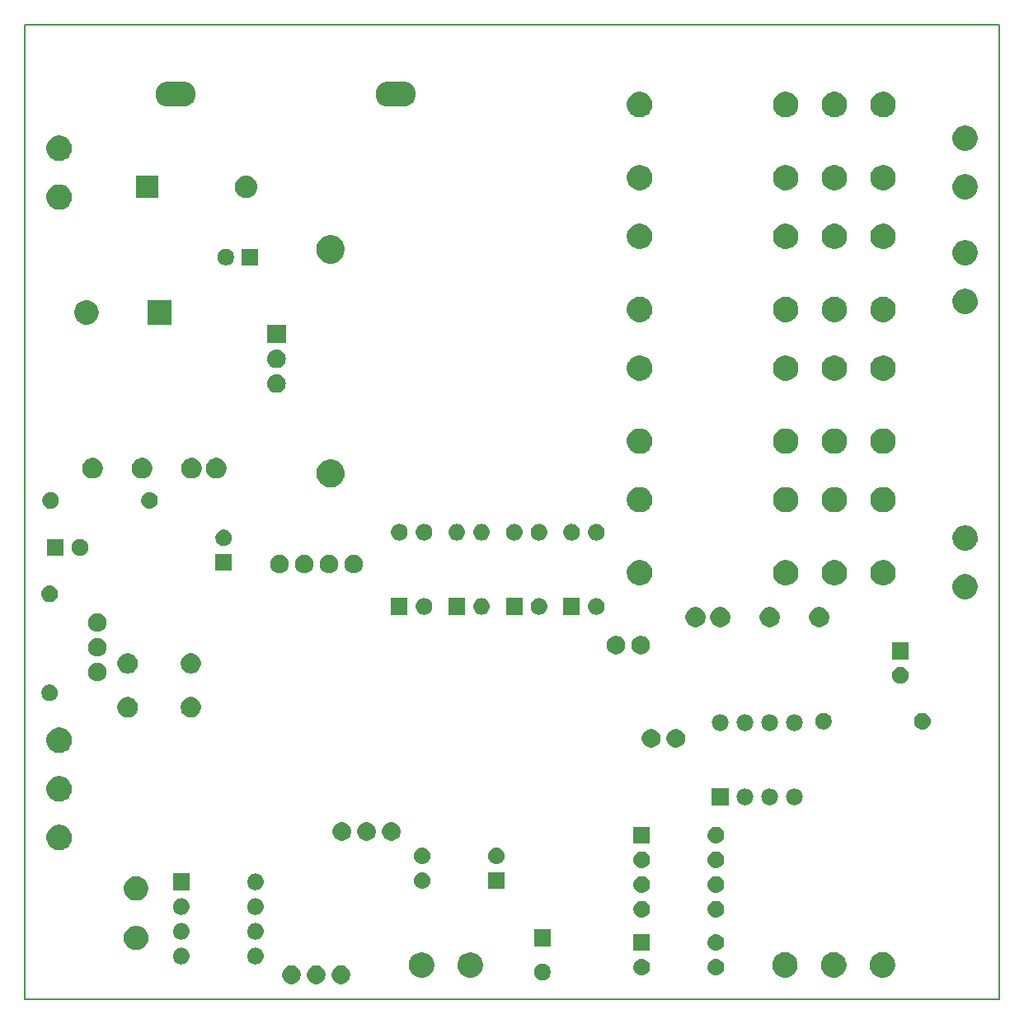
<source format=gbr>
%TF.GenerationSoftware,KiCad,Pcbnew,(6.0.0-rc1-dev-882-gdbc9130da)*%
%TF.CreationDate,2018-12-23T18:02:24+08:00*%
%TF.ProjectId,interface,696E746572666163652E6B696361645F,rev?*%
%TF.SameCoordinates,Original*%
%TF.FileFunction,Soldermask,Bot*%
%TF.FilePolarity,Negative*%
%FSLAX46Y46*%
G04 Gerber Fmt 4.6, Leading zero omitted, Abs format (unit mm)*
G04 Created by KiCad (PCBNEW (6.0.0-rc1-dev-882-gdbc9130da)) date 2018/12/23 18:02:24*
%MOMM*%
%LPD*%
G01*
G04 APERTURE LIST*
%ADD10C,0.150000*%
G04 APERTURE END LIST*
D10*
X100000000Y-150000000D02*
X200000000Y-150000000D01*
X200000000Y-150000000D02*
X200000000Y-50000000D01*
X100000000Y-50000000D02*
X200000000Y-50000000D01*
X100000000Y-50000000D02*
X100000000Y-150000000D01*
G36*
X132718076Y-146608746D02*
X132891146Y-146680434D01*
X133046910Y-146784512D01*
X133179368Y-146916970D01*
X133283446Y-147072734D01*
X133355134Y-147245804D01*
X133391680Y-147429533D01*
X133391680Y-147616867D01*
X133355134Y-147800596D01*
X133283446Y-147973666D01*
X133179368Y-148129430D01*
X133046910Y-148261888D01*
X132891146Y-148365966D01*
X132718076Y-148437654D01*
X132534347Y-148474200D01*
X132347013Y-148474200D01*
X132163284Y-148437654D01*
X131990214Y-148365966D01*
X131834450Y-148261888D01*
X131701992Y-148129430D01*
X131597914Y-147973666D01*
X131526226Y-147800596D01*
X131489680Y-147616867D01*
X131489680Y-147429533D01*
X131526226Y-147245804D01*
X131597914Y-147072734D01*
X131701992Y-146916970D01*
X131834450Y-146784512D01*
X131990214Y-146680434D01*
X132163284Y-146608746D01*
X132347013Y-146572200D01*
X132534347Y-146572200D01*
X132718076Y-146608746D01*
X132718076Y-146608746D01*
G37*
G36*
X130178076Y-146608746D02*
X130351146Y-146680434D01*
X130506910Y-146784512D01*
X130639368Y-146916970D01*
X130743446Y-147072734D01*
X130815134Y-147245804D01*
X130851680Y-147429533D01*
X130851680Y-147616867D01*
X130815134Y-147800596D01*
X130743446Y-147973666D01*
X130639368Y-148129430D01*
X130506910Y-148261888D01*
X130351146Y-148365966D01*
X130178076Y-148437654D01*
X129994347Y-148474200D01*
X129807013Y-148474200D01*
X129623284Y-148437654D01*
X129450214Y-148365966D01*
X129294450Y-148261888D01*
X129161992Y-148129430D01*
X129057914Y-147973666D01*
X128986226Y-147800596D01*
X128949680Y-147616867D01*
X128949680Y-147429533D01*
X128986226Y-147245804D01*
X129057914Y-147072734D01*
X129161992Y-146916970D01*
X129294450Y-146784512D01*
X129450214Y-146680434D01*
X129623284Y-146608746D01*
X129807013Y-146572200D01*
X129994347Y-146572200D01*
X130178076Y-146608746D01*
X130178076Y-146608746D01*
G37*
G36*
X127638076Y-146608746D02*
X127811146Y-146680434D01*
X127966910Y-146784512D01*
X128099368Y-146916970D01*
X128203446Y-147072734D01*
X128275134Y-147245804D01*
X128311680Y-147429533D01*
X128311680Y-147616867D01*
X128275134Y-147800596D01*
X128203446Y-147973666D01*
X128099368Y-148129430D01*
X127966910Y-148261888D01*
X127811146Y-148365966D01*
X127638076Y-148437654D01*
X127454347Y-148474200D01*
X127267013Y-148474200D01*
X127083284Y-148437654D01*
X126910214Y-148365966D01*
X126754450Y-148261888D01*
X126621992Y-148129430D01*
X126517914Y-147973666D01*
X126446226Y-147800596D01*
X126409680Y-147616867D01*
X126409680Y-147429533D01*
X126446226Y-147245804D01*
X126517914Y-147072734D01*
X126621992Y-146916970D01*
X126754450Y-146784512D01*
X126910214Y-146680434D01*
X127083284Y-146608746D01*
X127267013Y-146572200D01*
X127454347Y-146572200D01*
X127638076Y-146608746D01*
X127638076Y-146608746D01*
G37*
G36*
X153364508Y-146415223D02*
X153519380Y-146479373D01*
X153658761Y-146572505D01*
X153777295Y-146691039D01*
X153870427Y-146830420D01*
X153934577Y-146985292D01*
X153967280Y-147149704D01*
X153967280Y-147317336D01*
X153934577Y-147481748D01*
X153870427Y-147636620D01*
X153777295Y-147776001D01*
X153658761Y-147894535D01*
X153519380Y-147987667D01*
X153364508Y-148051817D01*
X153200096Y-148084520D01*
X153032464Y-148084520D01*
X152868052Y-148051817D01*
X152713180Y-147987667D01*
X152573799Y-147894535D01*
X152455265Y-147776001D01*
X152362133Y-147636620D01*
X152297983Y-147481748D01*
X152265280Y-147317336D01*
X152265280Y-147149704D01*
X152297983Y-146985292D01*
X152362133Y-146830420D01*
X152455265Y-146691039D01*
X152573799Y-146572505D01*
X152713180Y-146479373D01*
X152868052Y-146415223D01*
X153032464Y-146382520D01*
X153200096Y-146382520D01*
X153364508Y-146415223D01*
X153364508Y-146415223D01*
G37*
G36*
X146084045Y-145256196D02*
X146084047Y-145256197D01*
X146084048Y-145256197D01*
X146308551Y-145349189D01*
X146320815Y-145354269D01*
X146533902Y-145496649D01*
X146715111Y-145677858D01*
X146857491Y-145890945D01*
X146955564Y-146127715D01*
X147005560Y-146379061D01*
X147005560Y-146635339D01*
X146956574Y-146881608D01*
X146955563Y-146886688D01*
X146914720Y-146985292D01*
X146857491Y-147123455D01*
X146715111Y-147336542D01*
X146533902Y-147517751D01*
X146533899Y-147517753D01*
X146320815Y-147660131D01*
X146084048Y-147758203D01*
X146084047Y-147758203D01*
X146084045Y-147758204D01*
X145832699Y-147808200D01*
X145576421Y-147808200D01*
X145325075Y-147758204D01*
X145325073Y-147758203D01*
X145325072Y-147758203D01*
X145088305Y-147660131D01*
X144875221Y-147517753D01*
X144875218Y-147517751D01*
X144694009Y-147336542D01*
X144551629Y-147123455D01*
X144494400Y-146985292D01*
X144453557Y-146886688D01*
X144452547Y-146881608D01*
X144403560Y-146635339D01*
X144403560Y-146379061D01*
X144453556Y-146127715D01*
X144551629Y-145890945D01*
X144694009Y-145677858D01*
X144875218Y-145496649D01*
X145088305Y-145354269D01*
X145100569Y-145349189D01*
X145325072Y-145256197D01*
X145325073Y-145256197D01*
X145325075Y-145256196D01*
X145576421Y-145206200D01*
X145832699Y-145206200D01*
X146084045Y-145256196D01*
X146084045Y-145256196D01*
G37*
G36*
X141084045Y-145256196D02*
X141084047Y-145256197D01*
X141084048Y-145256197D01*
X141308551Y-145349189D01*
X141320815Y-145354269D01*
X141533902Y-145496649D01*
X141715111Y-145677858D01*
X141857491Y-145890945D01*
X141955564Y-146127715D01*
X142005560Y-146379061D01*
X142005560Y-146635339D01*
X141956574Y-146881608D01*
X141955563Y-146886688D01*
X141914720Y-146985292D01*
X141857491Y-147123455D01*
X141715111Y-147336542D01*
X141533902Y-147517751D01*
X141533899Y-147517753D01*
X141320815Y-147660131D01*
X141084048Y-147758203D01*
X141084047Y-147758203D01*
X141084045Y-147758204D01*
X140832699Y-147808200D01*
X140576421Y-147808200D01*
X140325075Y-147758204D01*
X140325073Y-147758203D01*
X140325072Y-147758203D01*
X140088305Y-147660131D01*
X139875221Y-147517753D01*
X139875218Y-147517751D01*
X139694009Y-147336542D01*
X139551629Y-147123455D01*
X139494400Y-146985292D01*
X139453557Y-146886688D01*
X139452547Y-146881608D01*
X139403560Y-146635339D01*
X139403560Y-146379061D01*
X139453556Y-146127715D01*
X139551629Y-145890945D01*
X139694009Y-145677858D01*
X139875218Y-145496649D01*
X140088305Y-145354269D01*
X140100569Y-145349189D01*
X140325072Y-145256197D01*
X140325073Y-145256197D01*
X140325075Y-145256196D01*
X140576421Y-145206200D01*
X140832699Y-145206200D01*
X141084045Y-145256196D01*
X141084045Y-145256196D01*
G37*
G36*
X188413165Y-145251116D02*
X188413167Y-145251117D01*
X188413168Y-145251117D01*
X188649935Y-145349189D01*
X188863022Y-145491569D01*
X189044231Y-145672778D01*
X189044233Y-145672781D01*
X189186611Y-145885865D01*
X189244158Y-146024795D01*
X189284684Y-146122635D01*
X189334680Y-146373981D01*
X189334680Y-146630259D01*
X189313687Y-146735800D01*
X189284683Y-146881608D01*
X189205516Y-147072734D01*
X189186611Y-147118375D01*
X189044231Y-147331462D01*
X188863022Y-147512671D01*
X188863019Y-147512673D01*
X188649935Y-147655051D01*
X188413168Y-147753123D01*
X188413167Y-147753123D01*
X188413165Y-147753124D01*
X188161819Y-147803120D01*
X187905541Y-147803120D01*
X187654195Y-147753124D01*
X187654193Y-147753123D01*
X187654192Y-147753123D01*
X187417425Y-147655051D01*
X187204341Y-147512673D01*
X187204338Y-147512671D01*
X187023129Y-147331462D01*
X186880749Y-147118375D01*
X186861844Y-147072734D01*
X186782677Y-146881608D01*
X186753674Y-146735800D01*
X186732680Y-146630259D01*
X186732680Y-146373981D01*
X186782676Y-146122635D01*
X186823203Y-146024795D01*
X186880749Y-145885865D01*
X187023127Y-145672781D01*
X187023129Y-145672778D01*
X187204338Y-145491569D01*
X187417425Y-145349189D01*
X187654192Y-145251117D01*
X187654193Y-145251117D01*
X187654195Y-145251116D01*
X187905541Y-145201120D01*
X188161819Y-145201120D01*
X188413165Y-145251116D01*
X188413165Y-145251116D01*
G37*
G36*
X183413165Y-145251116D02*
X183413167Y-145251117D01*
X183413168Y-145251117D01*
X183649935Y-145349189D01*
X183863022Y-145491569D01*
X184044231Y-145672778D01*
X184044233Y-145672781D01*
X184186611Y-145885865D01*
X184244158Y-146024795D01*
X184284684Y-146122635D01*
X184334680Y-146373981D01*
X184334680Y-146630259D01*
X184313687Y-146735800D01*
X184284683Y-146881608D01*
X184205516Y-147072734D01*
X184186611Y-147118375D01*
X184044231Y-147331462D01*
X183863022Y-147512671D01*
X183863019Y-147512673D01*
X183649935Y-147655051D01*
X183413168Y-147753123D01*
X183413167Y-147753123D01*
X183413165Y-147753124D01*
X183161819Y-147803120D01*
X182905541Y-147803120D01*
X182654195Y-147753124D01*
X182654193Y-147753123D01*
X182654192Y-147753123D01*
X182417425Y-147655051D01*
X182204341Y-147512673D01*
X182204338Y-147512671D01*
X182023129Y-147331462D01*
X181880749Y-147118375D01*
X181861844Y-147072734D01*
X181782677Y-146881608D01*
X181753674Y-146735800D01*
X181732680Y-146630259D01*
X181732680Y-146373981D01*
X181782676Y-146122635D01*
X181823203Y-146024795D01*
X181880749Y-145885865D01*
X182023127Y-145672781D01*
X182023129Y-145672778D01*
X182204338Y-145491569D01*
X182417425Y-145349189D01*
X182654192Y-145251117D01*
X182654193Y-145251117D01*
X182654195Y-145251116D01*
X182905541Y-145201120D01*
X183161819Y-145201120D01*
X183413165Y-145251116D01*
X183413165Y-145251116D01*
G37*
G36*
X178413165Y-145251116D02*
X178413167Y-145251117D01*
X178413168Y-145251117D01*
X178649935Y-145349189D01*
X178863022Y-145491569D01*
X179044231Y-145672778D01*
X179044233Y-145672781D01*
X179186611Y-145885865D01*
X179244158Y-146024795D01*
X179284684Y-146122635D01*
X179334680Y-146373981D01*
X179334680Y-146630259D01*
X179313687Y-146735800D01*
X179284683Y-146881608D01*
X179205516Y-147072734D01*
X179186611Y-147118375D01*
X179044231Y-147331462D01*
X178863022Y-147512671D01*
X178863019Y-147512673D01*
X178649935Y-147655051D01*
X178413168Y-147753123D01*
X178413167Y-147753123D01*
X178413165Y-147753124D01*
X178161819Y-147803120D01*
X177905541Y-147803120D01*
X177654195Y-147753124D01*
X177654193Y-147753123D01*
X177654192Y-147753123D01*
X177417425Y-147655051D01*
X177204341Y-147512673D01*
X177204338Y-147512671D01*
X177023129Y-147331462D01*
X176880749Y-147118375D01*
X176861844Y-147072734D01*
X176782677Y-146881608D01*
X176753674Y-146735800D01*
X176732680Y-146630259D01*
X176732680Y-146373981D01*
X176782676Y-146122635D01*
X176823203Y-146024795D01*
X176880749Y-145885865D01*
X177023127Y-145672781D01*
X177023129Y-145672778D01*
X177204338Y-145491569D01*
X177417425Y-145349189D01*
X177654192Y-145251117D01*
X177654193Y-145251117D01*
X177654195Y-145251116D01*
X177905541Y-145201120D01*
X178161819Y-145201120D01*
X178413165Y-145251116D01*
X178413165Y-145251116D01*
G37*
G36*
X163483741Y-145897113D02*
X163483744Y-145897114D01*
X163483745Y-145897114D01*
X163644159Y-145945775D01*
X163644161Y-145945776D01*
X163644164Y-145945777D01*
X163791998Y-146024795D01*
X163921579Y-146131141D01*
X164027925Y-146260722D01*
X164106943Y-146408556D01*
X164106944Y-146408559D01*
X164106945Y-146408561D01*
X164128426Y-146479374D01*
X164155607Y-146568979D01*
X164172037Y-146735800D01*
X164155607Y-146902621D01*
X164155606Y-146902624D01*
X164155606Y-146902625D01*
X164151254Y-146916973D01*
X164106943Y-147063044D01*
X164027925Y-147210878D01*
X163921579Y-147340459D01*
X163791998Y-147446805D01*
X163644164Y-147525823D01*
X163644161Y-147525824D01*
X163644159Y-147525825D01*
X163483745Y-147574486D01*
X163483744Y-147574486D01*
X163483741Y-147574487D01*
X163358724Y-147586800D01*
X163275116Y-147586800D01*
X163150099Y-147574487D01*
X163150096Y-147574486D01*
X163150095Y-147574486D01*
X162989681Y-147525825D01*
X162989679Y-147525824D01*
X162989676Y-147525823D01*
X162841842Y-147446805D01*
X162712261Y-147340459D01*
X162605915Y-147210878D01*
X162526897Y-147063044D01*
X162482587Y-146916973D01*
X162478234Y-146902625D01*
X162478234Y-146902624D01*
X162478233Y-146902621D01*
X162461803Y-146735800D01*
X162478233Y-146568979D01*
X162505414Y-146479374D01*
X162526895Y-146408561D01*
X162526896Y-146408559D01*
X162526897Y-146408556D01*
X162605915Y-146260722D01*
X162712261Y-146131141D01*
X162841842Y-146024795D01*
X162989676Y-145945777D01*
X162989679Y-145945776D01*
X162989681Y-145945775D01*
X163150095Y-145897114D01*
X163150096Y-145897114D01*
X163150099Y-145897113D01*
X163275116Y-145884800D01*
X163358724Y-145884800D01*
X163483741Y-145897113D01*
X163483741Y-145897113D01*
G37*
G36*
X171103741Y-145897113D02*
X171103744Y-145897114D01*
X171103745Y-145897114D01*
X171264159Y-145945775D01*
X171264161Y-145945776D01*
X171264164Y-145945777D01*
X171411998Y-146024795D01*
X171541579Y-146131141D01*
X171647925Y-146260722D01*
X171726943Y-146408556D01*
X171726944Y-146408559D01*
X171726945Y-146408561D01*
X171748426Y-146479374D01*
X171775607Y-146568979D01*
X171792037Y-146735800D01*
X171775607Y-146902621D01*
X171775606Y-146902624D01*
X171775606Y-146902625D01*
X171771254Y-146916973D01*
X171726943Y-147063044D01*
X171647925Y-147210878D01*
X171541579Y-147340459D01*
X171411998Y-147446805D01*
X171264164Y-147525823D01*
X171264161Y-147525824D01*
X171264159Y-147525825D01*
X171103745Y-147574486D01*
X171103744Y-147574486D01*
X171103741Y-147574487D01*
X170978724Y-147586800D01*
X170895116Y-147586800D01*
X170770099Y-147574487D01*
X170770096Y-147574486D01*
X170770095Y-147574486D01*
X170609681Y-147525825D01*
X170609679Y-147525824D01*
X170609676Y-147525823D01*
X170461842Y-147446805D01*
X170332261Y-147340459D01*
X170225915Y-147210878D01*
X170146897Y-147063044D01*
X170102587Y-146916973D01*
X170098234Y-146902625D01*
X170098234Y-146902624D01*
X170098233Y-146902621D01*
X170081803Y-146735800D01*
X170098233Y-146568979D01*
X170125414Y-146479374D01*
X170146895Y-146408561D01*
X170146896Y-146408559D01*
X170146897Y-146408556D01*
X170225915Y-146260722D01*
X170332261Y-146131141D01*
X170461842Y-146024795D01*
X170609676Y-145945777D01*
X170609679Y-145945776D01*
X170609681Y-145945775D01*
X170770095Y-145897114D01*
X170770096Y-145897114D01*
X170770099Y-145897113D01*
X170895116Y-145884800D01*
X170978724Y-145884800D01*
X171103741Y-145897113D01*
X171103741Y-145897113D01*
G37*
G36*
X123824181Y-144754113D02*
X123824184Y-144754114D01*
X123824185Y-144754114D01*
X123984599Y-144802775D01*
X123984601Y-144802776D01*
X123984604Y-144802777D01*
X124132438Y-144881795D01*
X124262019Y-144988141D01*
X124368365Y-145117722D01*
X124447383Y-145265556D01*
X124496047Y-145425979D01*
X124512477Y-145592800D01*
X124496047Y-145759621D01*
X124496046Y-145759624D01*
X124496046Y-145759625D01*
X124454340Y-145897113D01*
X124447383Y-145920044D01*
X124368365Y-146067878D01*
X124262019Y-146197459D01*
X124132438Y-146303805D01*
X123984604Y-146382823D01*
X123984601Y-146382824D01*
X123984599Y-146382825D01*
X123824185Y-146431486D01*
X123824184Y-146431486D01*
X123824181Y-146431487D01*
X123699164Y-146443800D01*
X123615556Y-146443800D01*
X123490539Y-146431487D01*
X123490536Y-146431486D01*
X123490535Y-146431486D01*
X123330121Y-146382825D01*
X123330119Y-146382824D01*
X123330116Y-146382823D01*
X123182282Y-146303805D01*
X123052701Y-146197459D01*
X122946355Y-146067878D01*
X122867337Y-145920044D01*
X122860381Y-145897113D01*
X122818674Y-145759625D01*
X122818674Y-145759624D01*
X122818673Y-145759621D01*
X122802243Y-145592800D01*
X122818673Y-145425979D01*
X122867337Y-145265556D01*
X122946355Y-145117722D01*
X123052701Y-144988141D01*
X123182282Y-144881795D01*
X123330116Y-144802777D01*
X123330119Y-144802776D01*
X123330121Y-144802775D01*
X123490535Y-144754114D01*
X123490536Y-144754114D01*
X123490539Y-144754113D01*
X123615556Y-144741800D01*
X123699164Y-144741800D01*
X123824181Y-144754113D01*
X123824181Y-144754113D01*
G37*
G36*
X116204181Y-144754113D02*
X116204184Y-144754114D01*
X116204185Y-144754114D01*
X116364599Y-144802775D01*
X116364601Y-144802776D01*
X116364604Y-144802777D01*
X116512438Y-144881795D01*
X116642019Y-144988141D01*
X116748365Y-145117722D01*
X116827383Y-145265556D01*
X116876047Y-145425979D01*
X116892477Y-145592800D01*
X116876047Y-145759621D01*
X116876046Y-145759624D01*
X116876046Y-145759625D01*
X116834340Y-145897113D01*
X116827383Y-145920044D01*
X116748365Y-146067878D01*
X116642019Y-146197459D01*
X116512438Y-146303805D01*
X116364604Y-146382823D01*
X116364601Y-146382824D01*
X116364599Y-146382825D01*
X116204185Y-146431486D01*
X116204184Y-146431486D01*
X116204181Y-146431487D01*
X116079164Y-146443800D01*
X115995556Y-146443800D01*
X115870539Y-146431487D01*
X115870536Y-146431486D01*
X115870535Y-146431486D01*
X115710121Y-146382825D01*
X115710119Y-146382824D01*
X115710116Y-146382823D01*
X115562282Y-146303805D01*
X115432701Y-146197459D01*
X115326355Y-146067878D01*
X115247337Y-145920044D01*
X115240381Y-145897113D01*
X115198674Y-145759625D01*
X115198674Y-145759624D01*
X115198673Y-145759621D01*
X115182243Y-145592800D01*
X115198673Y-145425979D01*
X115247337Y-145265556D01*
X115326355Y-145117722D01*
X115432701Y-144988141D01*
X115562282Y-144881795D01*
X115710116Y-144802777D01*
X115710119Y-144802776D01*
X115710121Y-144802775D01*
X115870535Y-144754114D01*
X115870536Y-144754114D01*
X115870539Y-144754113D01*
X115995556Y-144741800D01*
X116079164Y-144741800D01*
X116204181Y-144754113D01*
X116204181Y-144754113D01*
G37*
G36*
X171103741Y-143357113D02*
X171103744Y-143357114D01*
X171103745Y-143357114D01*
X171264159Y-143405775D01*
X171264161Y-143405776D01*
X171264164Y-143405777D01*
X171411998Y-143484795D01*
X171541579Y-143591141D01*
X171647925Y-143720722D01*
X171726943Y-143868556D01*
X171726944Y-143868559D01*
X171726945Y-143868561D01*
X171763454Y-143988915D01*
X171775607Y-144028979D01*
X171792037Y-144195800D01*
X171775607Y-144362621D01*
X171726943Y-144523044D01*
X171647925Y-144670878D01*
X171541579Y-144800459D01*
X171411998Y-144906805D01*
X171264164Y-144985823D01*
X171264161Y-144985824D01*
X171264159Y-144985825D01*
X171103745Y-145034486D01*
X171103744Y-145034486D01*
X171103741Y-145034487D01*
X170978724Y-145046800D01*
X170895116Y-145046800D01*
X170770099Y-145034487D01*
X170770096Y-145034486D01*
X170770095Y-145034486D01*
X170609681Y-144985825D01*
X170609679Y-144985824D01*
X170609676Y-144985823D01*
X170461842Y-144906805D01*
X170332261Y-144800459D01*
X170225915Y-144670878D01*
X170146897Y-144523044D01*
X170098233Y-144362621D01*
X170081803Y-144195800D01*
X170098233Y-144028979D01*
X170110386Y-143988915D01*
X170146895Y-143868561D01*
X170146896Y-143868559D01*
X170146897Y-143868556D01*
X170225915Y-143720722D01*
X170332261Y-143591141D01*
X170461842Y-143484795D01*
X170609676Y-143405777D01*
X170609679Y-143405776D01*
X170609681Y-143405775D01*
X170770095Y-143357114D01*
X170770096Y-143357114D01*
X170770099Y-143357113D01*
X170895116Y-143344800D01*
X170978724Y-143344800D01*
X171103741Y-143357113D01*
X171103741Y-143357113D01*
G37*
G36*
X164167920Y-145046800D02*
X162465920Y-145046800D01*
X162465920Y-143344800D01*
X164167920Y-143344800D01*
X164167920Y-145046800D01*
X164167920Y-145046800D01*
G37*
G36*
X111639479Y-142510781D02*
X111875293Y-142582314D01*
X112092621Y-142698479D01*
X112283111Y-142854809D01*
X112439441Y-143045299D01*
X112555606Y-143262627D01*
X112627139Y-143498441D01*
X112651293Y-143743680D01*
X112627139Y-143988919D01*
X112555606Y-144224733D01*
X112439441Y-144442061D01*
X112283111Y-144632551D01*
X112092621Y-144788881D01*
X111875293Y-144905046D01*
X111639479Y-144976579D01*
X111455697Y-144994680D01*
X111332783Y-144994680D01*
X111149001Y-144976579D01*
X110913187Y-144905046D01*
X110695859Y-144788881D01*
X110505369Y-144632551D01*
X110349039Y-144442061D01*
X110232874Y-144224733D01*
X110161341Y-143988919D01*
X110137187Y-143743680D01*
X110161341Y-143498441D01*
X110232874Y-143262627D01*
X110349039Y-143045299D01*
X110505369Y-142854809D01*
X110695859Y-142698479D01*
X110913187Y-142582314D01*
X111149001Y-142510781D01*
X111332783Y-142492680D01*
X111455697Y-142492680D01*
X111639479Y-142510781D01*
X111639479Y-142510781D01*
G37*
G36*
X153967280Y-144584520D02*
X152265280Y-144584520D01*
X152265280Y-142882520D01*
X153967280Y-142882520D01*
X153967280Y-144584520D01*
X153967280Y-144584520D01*
G37*
G36*
X116204181Y-142214113D02*
X116204184Y-142214114D01*
X116204185Y-142214114D01*
X116364599Y-142262775D01*
X116364601Y-142262776D01*
X116364604Y-142262777D01*
X116512438Y-142341795D01*
X116642019Y-142448141D01*
X116748365Y-142577722D01*
X116827383Y-142725556D01*
X116876047Y-142885979D01*
X116892477Y-143052800D01*
X116876047Y-143219621D01*
X116876046Y-143219624D01*
X116876046Y-143219625D01*
X116834340Y-143357113D01*
X116827383Y-143380044D01*
X116748365Y-143527878D01*
X116642019Y-143657459D01*
X116512438Y-143763805D01*
X116364604Y-143842823D01*
X116364601Y-143842824D01*
X116364599Y-143842825D01*
X116204185Y-143891486D01*
X116204184Y-143891486D01*
X116204181Y-143891487D01*
X116079164Y-143903800D01*
X115995556Y-143903800D01*
X115870539Y-143891487D01*
X115870536Y-143891486D01*
X115870535Y-143891486D01*
X115710121Y-143842825D01*
X115710119Y-143842824D01*
X115710116Y-143842823D01*
X115562282Y-143763805D01*
X115432701Y-143657459D01*
X115326355Y-143527878D01*
X115247337Y-143380044D01*
X115240381Y-143357113D01*
X115198674Y-143219625D01*
X115198674Y-143219624D01*
X115198673Y-143219621D01*
X115182243Y-143052800D01*
X115198673Y-142885979D01*
X115247337Y-142725556D01*
X115326355Y-142577722D01*
X115432701Y-142448141D01*
X115562282Y-142341795D01*
X115710116Y-142262777D01*
X115710119Y-142262776D01*
X115710121Y-142262775D01*
X115870535Y-142214114D01*
X115870536Y-142214114D01*
X115870539Y-142214113D01*
X115995556Y-142201800D01*
X116079164Y-142201800D01*
X116204181Y-142214113D01*
X116204181Y-142214113D01*
G37*
G36*
X123824181Y-142214113D02*
X123824184Y-142214114D01*
X123824185Y-142214114D01*
X123984599Y-142262775D01*
X123984601Y-142262776D01*
X123984604Y-142262777D01*
X124132438Y-142341795D01*
X124262019Y-142448141D01*
X124368365Y-142577722D01*
X124447383Y-142725556D01*
X124496047Y-142885979D01*
X124512477Y-143052800D01*
X124496047Y-143219621D01*
X124496046Y-143219624D01*
X124496046Y-143219625D01*
X124454340Y-143357113D01*
X124447383Y-143380044D01*
X124368365Y-143527878D01*
X124262019Y-143657459D01*
X124132438Y-143763805D01*
X123984604Y-143842823D01*
X123984601Y-143842824D01*
X123984599Y-143842825D01*
X123824185Y-143891486D01*
X123824184Y-143891486D01*
X123824181Y-143891487D01*
X123699164Y-143903800D01*
X123615556Y-143903800D01*
X123490539Y-143891487D01*
X123490536Y-143891486D01*
X123490535Y-143891486D01*
X123330121Y-143842825D01*
X123330119Y-143842824D01*
X123330116Y-143842823D01*
X123182282Y-143763805D01*
X123052701Y-143657459D01*
X122946355Y-143527878D01*
X122867337Y-143380044D01*
X122860381Y-143357113D01*
X122818674Y-143219625D01*
X122818674Y-143219624D01*
X122818673Y-143219621D01*
X122802243Y-143052800D01*
X122818673Y-142885979D01*
X122867337Y-142725556D01*
X122946355Y-142577722D01*
X123052701Y-142448141D01*
X123182282Y-142341795D01*
X123330116Y-142262777D01*
X123330119Y-142262776D01*
X123330121Y-142262775D01*
X123490535Y-142214114D01*
X123490536Y-142214114D01*
X123490539Y-142214113D01*
X123615556Y-142201800D01*
X123699164Y-142201800D01*
X123824181Y-142214113D01*
X123824181Y-142214113D01*
G37*
G36*
X171103741Y-139948433D02*
X171103744Y-139948434D01*
X171103745Y-139948434D01*
X171264159Y-139997095D01*
X171264161Y-139997096D01*
X171264164Y-139997097D01*
X171411998Y-140076115D01*
X171541579Y-140182461D01*
X171647925Y-140312042D01*
X171726943Y-140459876D01*
X171726944Y-140459879D01*
X171726945Y-140459881D01*
X171775606Y-140620295D01*
X171775607Y-140620299D01*
X171792037Y-140787120D01*
X171775607Y-140953941D01*
X171775606Y-140953944D01*
X171775606Y-140953945D01*
X171765313Y-140987878D01*
X171726943Y-141114364D01*
X171647925Y-141262198D01*
X171541579Y-141391779D01*
X171411998Y-141498125D01*
X171264164Y-141577143D01*
X171264161Y-141577144D01*
X171264159Y-141577145D01*
X171103745Y-141625806D01*
X171103744Y-141625806D01*
X171103741Y-141625807D01*
X170978724Y-141638120D01*
X170895116Y-141638120D01*
X170770099Y-141625807D01*
X170770096Y-141625806D01*
X170770095Y-141625806D01*
X170609681Y-141577145D01*
X170609679Y-141577144D01*
X170609676Y-141577143D01*
X170461842Y-141498125D01*
X170332261Y-141391779D01*
X170225915Y-141262198D01*
X170146897Y-141114364D01*
X170108528Y-140987878D01*
X170098234Y-140953945D01*
X170098234Y-140953944D01*
X170098233Y-140953941D01*
X170081803Y-140787120D01*
X170098233Y-140620299D01*
X170098234Y-140620295D01*
X170146895Y-140459881D01*
X170146896Y-140459879D01*
X170146897Y-140459876D01*
X170225915Y-140312042D01*
X170332261Y-140182461D01*
X170461842Y-140076115D01*
X170609676Y-139997097D01*
X170609679Y-139997096D01*
X170609681Y-139997095D01*
X170770095Y-139948434D01*
X170770096Y-139948434D01*
X170770099Y-139948433D01*
X170895116Y-139936120D01*
X170978724Y-139936120D01*
X171103741Y-139948433D01*
X171103741Y-139948433D01*
G37*
G36*
X163483741Y-139948433D02*
X163483744Y-139948434D01*
X163483745Y-139948434D01*
X163644159Y-139997095D01*
X163644161Y-139997096D01*
X163644164Y-139997097D01*
X163791998Y-140076115D01*
X163921579Y-140182461D01*
X164027925Y-140312042D01*
X164106943Y-140459876D01*
X164106944Y-140459879D01*
X164106945Y-140459881D01*
X164155606Y-140620295D01*
X164155607Y-140620299D01*
X164172037Y-140787120D01*
X164155607Y-140953941D01*
X164155606Y-140953944D01*
X164155606Y-140953945D01*
X164145313Y-140987878D01*
X164106943Y-141114364D01*
X164027925Y-141262198D01*
X163921579Y-141391779D01*
X163791998Y-141498125D01*
X163644164Y-141577143D01*
X163644161Y-141577144D01*
X163644159Y-141577145D01*
X163483745Y-141625806D01*
X163483744Y-141625806D01*
X163483741Y-141625807D01*
X163358724Y-141638120D01*
X163275116Y-141638120D01*
X163150099Y-141625807D01*
X163150096Y-141625806D01*
X163150095Y-141625806D01*
X162989681Y-141577145D01*
X162989679Y-141577144D01*
X162989676Y-141577143D01*
X162841842Y-141498125D01*
X162712261Y-141391779D01*
X162605915Y-141262198D01*
X162526897Y-141114364D01*
X162488528Y-140987878D01*
X162478234Y-140953945D01*
X162478234Y-140953944D01*
X162478233Y-140953941D01*
X162461803Y-140787120D01*
X162478233Y-140620299D01*
X162478234Y-140620295D01*
X162526895Y-140459881D01*
X162526896Y-140459879D01*
X162526897Y-140459876D01*
X162605915Y-140312042D01*
X162712261Y-140182461D01*
X162841842Y-140076115D01*
X162989676Y-139997097D01*
X162989679Y-139997096D01*
X162989681Y-139997095D01*
X163150095Y-139948434D01*
X163150096Y-139948434D01*
X163150099Y-139948433D01*
X163275116Y-139936120D01*
X163358724Y-139936120D01*
X163483741Y-139948433D01*
X163483741Y-139948433D01*
G37*
G36*
X123824181Y-139674113D02*
X123824184Y-139674114D01*
X123824185Y-139674114D01*
X123984599Y-139722775D01*
X123984601Y-139722776D01*
X123984604Y-139722777D01*
X124132438Y-139801795D01*
X124262019Y-139908141D01*
X124368365Y-140037722D01*
X124447383Y-140185556D01*
X124447384Y-140185559D01*
X124447385Y-140185561D01*
X124496046Y-140345975D01*
X124496047Y-140345979D01*
X124512477Y-140512800D01*
X124496047Y-140679621D01*
X124496046Y-140679624D01*
X124496046Y-140679625D01*
X124463438Y-140787120D01*
X124447383Y-140840044D01*
X124368365Y-140987878D01*
X124262019Y-141117459D01*
X124132438Y-141223805D01*
X123984604Y-141302823D01*
X123984601Y-141302824D01*
X123984599Y-141302825D01*
X123824185Y-141351486D01*
X123824184Y-141351486D01*
X123824181Y-141351487D01*
X123699164Y-141363800D01*
X123615556Y-141363800D01*
X123490539Y-141351487D01*
X123490536Y-141351486D01*
X123490535Y-141351486D01*
X123330121Y-141302825D01*
X123330119Y-141302824D01*
X123330116Y-141302823D01*
X123182282Y-141223805D01*
X123052701Y-141117459D01*
X122946355Y-140987878D01*
X122867337Y-140840044D01*
X122851283Y-140787120D01*
X122818674Y-140679625D01*
X122818674Y-140679624D01*
X122818673Y-140679621D01*
X122802243Y-140512800D01*
X122818673Y-140345979D01*
X122818674Y-140345975D01*
X122867335Y-140185561D01*
X122867336Y-140185559D01*
X122867337Y-140185556D01*
X122946355Y-140037722D01*
X123052701Y-139908141D01*
X123182282Y-139801795D01*
X123330116Y-139722777D01*
X123330119Y-139722776D01*
X123330121Y-139722775D01*
X123490535Y-139674114D01*
X123490536Y-139674114D01*
X123490539Y-139674113D01*
X123615556Y-139661800D01*
X123699164Y-139661800D01*
X123824181Y-139674113D01*
X123824181Y-139674113D01*
G37*
G36*
X116204181Y-139674113D02*
X116204184Y-139674114D01*
X116204185Y-139674114D01*
X116364599Y-139722775D01*
X116364601Y-139722776D01*
X116364604Y-139722777D01*
X116512438Y-139801795D01*
X116642019Y-139908141D01*
X116748365Y-140037722D01*
X116827383Y-140185556D01*
X116827384Y-140185559D01*
X116827385Y-140185561D01*
X116876046Y-140345975D01*
X116876047Y-140345979D01*
X116892477Y-140512800D01*
X116876047Y-140679621D01*
X116876046Y-140679624D01*
X116876046Y-140679625D01*
X116843438Y-140787120D01*
X116827383Y-140840044D01*
X116748365Y-140987878D01*
X116642019Y-141117459D01*
X116512438Y-141223805D01*
X116364604Y-141302823D01*
X116364601Y-141302824D01*
X116364599Y-141302825D01*
X116204185Y-141351486D01*
X116204184Y-141351486D01*
X116204181Y-141351487D01*
X116079164Y-141363800D01*
X115995556Y-141363800D01*
X115870539Y-141351487D01*
X115870536Y-141351486D01*
X115870535Y-141351486D01*
X115710121Y-141302825D01*
X115710119Y-141302824D01*
X115710116Y-141302823D01*
X115562282Y-141223805D01*
X115432701Y-141117459D01*
X115326355Y-140987878D01*
X115247337Y-140840044D01*
X115231283Y-140787120D01*
X115198674Y-140679625D01*
X115198674Y-140679624D01*
X115198673Y-140679621D01*
X115182243Y-140512800D01*
X115198673Y-140345979D01*
X115198674Y-140345975D01*
X115247335Y-140185561D01*
X115247336Y-140185559D01*
X115247337Y-140185556D01*
X115326355Y-140037722D01*
X115432701Y-139908141D01*
X115562282Y-139801795D01*
X115710116Y-139722777D01*
X115710119Y-139722776D01*
X115710121Y-139722775D01*
X115870535Y-139674114D01*
X115870536Y-139674114D01*
X115870539Y-139674113D01*
X115995556Y-139661800D01*
X116079164Y-139661800D01*
X116204181Y-139674113D01*
X116204181Y-139674113D01*
G37*
G36*
X111577875Y-137424699D02*
X111759143Y-137460755D01*
X111986811Y-137555058D01*
X112187471Y-137689135D01*
X112191709Y-137691967D01*
X112365953Y-137866211D01*
X112365955Y-137866214D01*
X112502862Y-138071109D01*
X112597165Y-138298777D01*
X112645240Y-138540467D01*
X112645240Y-138786893D01*
X112597165Y-139028583D01*
X112502862Y-139256251D01*
X112366572Y-139460222D01*
X112365953Y-139461149D01*
X112191709Y-139635393D01*
X112191706Y-139635395D01*
X111986811Y-139772302D01*
X111759143Y-139866605D01*
X111577875Y-139902661D01*
X111517454Y-139914680D01*
X111271026Y-139914680D01*
X111210605Y-139902661D01*
X111029337Y-139866605D01*
X110801669Y-139772302D01*
X110596774Y-139635395D01*
X110596771Y-139635393D01*
X110422527Y-139461149D01*
X110421908Y-139460222D01*
X110285618Y-139256251D01*
X110191315Y-139028583D01*
X110143240Y-138786893D01*
X110143240Y-138540467D01*
X110191315Y-138298777D01*
X110285618Y-138071109D01*
X110422525Y-137866214D01*
X110422527Y-137866211D01*
X110596771Y-137691967D01*
X110601009Y-137689135D01*
X110801669Y-137555058D01*
X111029337Y-137460755D01*
X111210605Y-137424699D01*
X111271026Y-137412680D01*
X111517454Y-137412680D01*
X111577875Y-137424699D01*
X111577875Y-137424699D01*
G37*
G36*
X171103741Y-137408433D02*
X171103744Y-137408434D01*
X171103745Y-137408434D01*
X171264159Y-137457095D01*
X171264161Y-137457096D01*
X171264164Y-137457097D01*
X171411998Y-137536115D01*
X171541579Y-137642461D01*
X171647925Y-137772042D01*
X171726943Y-137919876D01*
X171726944Y-137919879D01*
X171726945Y-137919881D01*
X171772819Y-138071109D01*
X171775607Y-138080299D01*
X171792037Y-138247120D01*
X171775607Y-138413941D01*
X171775606Y-138413944D01*
X171775606Y-138413945D01*
X171729188Y-138566965D01*
X171726943Y-138574364D01*
X171647925Y-138722198D01*
X171541579Y-138851779D01*
X171411998Y-138958125D01*
X171264164Y-139037143D01*
X171264161Y-139037144D01*
X171264159Y-139037145D01*
X171103745Y-139085806D01*
X171103744Y-139085806D01*
X171103741Y-139085807D01*
X170978724Y-139098120D01*
X170895116Y-139098120D01*
X170770099Y-139085807D01*
X170770096Y-139085806D01*
X170770095Y-139085806D01*
X170609681Y-139037145D01*
X170609679Y-139037144D01*
X170609676Y-139037143D01*
X170461842Y-138958125D01*
X170332261Y-138851779D01*
X170225915Y-138722198D01*
X170146897Y-138574364D01*
X170144653Y-138566965D01*
X170098234Y-138413945D01*
X170098234Y-138413944D01*
X170098233Y-138413941D01*
X170081803Y-138247120D01*
X170098233Y-138080299D01*
X170101021Y-138071109D01*
X170146895Y-137919881D01*
X170146896Y-137919879D01*
X170146897Y-137919876D01*
X170225915Y-137772042D01*
X170332261Y-137642461D01*
X170461842Y-137536115D01*
X170609676Y-137457097D01*
X170609679Y-137457096D01*
X170609681Y-137457095D01*
X170770095Y-137408434D01*
X170770096Y-137408434D01*
X170770099Y-137408433D01*
X170895116Y-137396120D01*
X170978724Y-137396120D01*
X171103741Y-137408433D01*
X171103741Y-137408433D01*
G37*
G36*
X163483741Y-137408433D02*
X163483744Y-137408434D01*
X163483745Y-137408434D01*
X163644159Y-137457095D01*
X163644161Y-137457096D01*
X163644164Y-137457097D01*
X163791998Y-137536115D01*
X163921579Y-137642461D01*
X164027925Y-137772042D01*
X164106943Y-137919876D01*
X164106944Y-137919879D01*
X164106945Y-137919881D01*
X164152819Y-138071109D01*
X164155607Y-138080299D01*
X164172037Y-138247120D01*
X164155607Y-138413941D01*
X164155606Y-138413944D01*
X164155606Y-138413945D01*
X164109188Y-138566965D01*
X164106943Y-138574364D01*
X164027925Y-138722198D01*
X163921579Y-138851779D01*
X163791998Y-138958125D01*
X163644164Y-139037143D01*
X163644161Y-139037144D01*
X163644159Y-139037145D01*
X163483745Y-139085806D01*
X163483744Y-139085806D01*
X163483741Y-139085807D01*
X163358724Y-139098120D01*
X163275116Y-139098120D01*
X163150099Y-139085807D01*
X163150096Y-139085806D01*
X163150095Y-139085806D01*
X162989681Y-139037145D01*
X162989679Y-139037144D01*
X162989676Y-139037143D01*
X162841842Y-138958125D01*
X162712261Y-138851779D01*
X162605915Y-138722198D01*
X162526897Y-138574364D01*
X162524653Y-138566965D01*
X162478234Y-138413945D01*
X162478234Y-138413944D01*
X162478233Y-138413941D01*
X162461803Y-138247120D01*
X162478233Y-138080299D01*
X162481021Y-138071109D01*
X162526895Y-137919881D01*
X162526896Y-137919879D01*
X162526897Y-137919876D01*
X162605915Y-137772042D01*
X162712261Y-137642461D01*
X162841842Y-137536115D01*
X162989676Y-137457097D01*
X162989679Y-137457096D01*
X162989681Y-137457095D01*
X163150095Y-137408434D01*
X163150096Y-137408434D01*
X163150099Y-137408433D01*
X163275116Y-137396120D01*
X163358724Y-137396120D01*
X163483741Y-137408433D01*
X163483741Y-137408433D01*
G37*
G36*
X116888360Y-138823800D02*
X115186360Y-138823800D01*
X115186360Y-137121800D01*
X116888360Y-137121800D01*
X116888360Y-138823800D01*
X116888360Y-138823800D01*
G37*
G36*
X123824181Y-137134113D02*
X123824184Y-137134114D01*
X123824185Y-137134114D01*
X123984599Y-137182775D01*
X123984601Y-137182776D01*
X123984604Y-137182777D01*
X124132438Y-137261795D01*
X124262019Y-137368141D01*
X124368365Y-137497722D01*
X124447383Y-137645556D01*
X124447384Y-137645559D01*
X124447385Y-137645561D01*
X124496046Y-137805975D01*
X124496047Y-137805979D01*
X124512477Y-137972800D01*
X124496047Y-138139621D01*
X124496046Y-138139624D01*
X124496046Y-138139625D01*
X124447767Y-138298780D01*
X124447383Y-138300044D01*
X124368365Y-138447878D01*
X124262019Y-138577459D01*
X124132438Y-138683805D01*
X123984604Y-138762823D01*
X123984601Y-138762824D01*
X123984599Y-138762825D01*
X123824185Y-138811486D01*
X123824184Y-138811486D01*
X123824181Y-138811487D01*
X123699164Y-138823800D01*
X123615556Y-138823800D01*
X123490539Y-138811487D01*
X123490536Y-138811486D01*
X123490535Y-138811486D01*
X123330121Y-138762825D01*
X123330119Y-138762824D01*
X123330116Y-138762823D01*
X123182282Y-138683805D01*
X123052701Y-138577459D01*
X122946355Y-138447878D01*
X122867337Y-138300044D01*
X122866954Y-138298780D01*
X122818674Y-138139625D01*
X122818674Y-138139624D01*
X122818673Y-138139621D01*
X122802243Y-137972800D01*
X122818673Y-137805979D01*
X122818674Y-137805975D01*
X122867335Y-137645561D01*
X122867336Y-137645559D01*
X122867337Y-137645556D01*
X122946355Y-137497722D01*
X123052701Y-137368141D01*
X123182282Y-137261795D01*
X123330116Y-137182777D01*
X123330119Y-137182776D01*
X123330121Y-137182775D01*
X123490535Y-137134114D01*
X123490536Y-137134114D01*
X123490539Y-137134113D01*
X123615556Y-137121800D01*
X123699164Y-137121800D01*
X123824181Y-137134113D01*
X123824181Y-137134113D01*
G37*
G36*
X140938701Y-137017273D02*
X140938704Y-137017274D01*
X140938705Y-137017274D01*
X141099119Y-137065935D01*
X141099121Y-137065936D01*
X141099124Y-137065937D01*
X141246958Y-137144955D01*
X141376539Y-137251301D01*
X141482885Y-137380882D01*
X141561903Y-137528716D01*
X141561904Y-137528719D01*
X141561905Y-137528721D01*
X141597346Y-137645556D01*
X141610567Y-137689139D01*
X141626997Y-137855960D01*
X141610567Y-138022781D01*
X141610566Y-138022784D01*
X141610566Y-138022785D01*
X141593121Y-138080295D01*
X141561903Y-138183204D01*
X141482885Y-138331038D01*
X141376539Y-138460619D01*
X141246958Y-138566965D01*
X141099124Y-138645983D01*
X141099121Y-138645984D01*
X141099119Y-138645985D01*
X140938705Y-138694646D01*
X140938704Y-138694646D01*
X140938701Y-138694647D01*
X140813684Y-138706960D01*
X140730076Y-138706960D01*
X140605059Y-138694647D01*
X140605056Y-138694646D01*
X140605055Y-138694646D01*
X140444641Y-138645985D01*
X140444639Y-138645984D01*
X140444636Y-138645983D01*
X140296802Y-138566965D01*
X140167221Y-138460619D01*
X140060875Y-138331038D01*
X139981857Y-138183204D01*
X139950640Y-138080295D01*
X139933194Y-138022785D01*
X139933194Y-138022784D01*
X139933193Y-138022781D01*
X139916763Y-137855960D01*
X139933193Y-137689139D01*
X139946414Y-137645556D01*
X139981855Y-137528721D01*
X139981856Y-137528719D01*
X139981857Y-137528716D01*
X140060875Y-137380882D01*
X140167221Y-137251301D01*
X140296802Y-137144955D01*
X140444636Y-137065937D01*
X140444639Y-137065936D01*
X140444641Y-137065935D01*
X140605055Y-137017274D01*
X140605056Y-137017274D01*
X140605059Y-137017273D01*
X140730076Y-137004960D01*
X140813684Y-137004960D01*
X140938701Y-137017273D01*
X140938701Y-137017273D01*
G37*
G36*
X149242880Y-138706960D02*
X147540880Y-138706960D01*
X147540880Y-137004960D01*
X149242880Y-137004960D01*
X149242880Y-138706960D01*
X149242880Y-138706960D01*
G37*
G36*
X163483741Y-134868433D02*
X163483744Y-134868434D01*
X163483745Y-134868434D01*
X163644159Y-134917095D01*
X163644161Y-134917096D01*
X163644164Y-134917097D01*
X163791998Y-134996115D01*
X163921579Y-135102461D01*
X164027925Y-135232042D01*
X164106943Y-135379876D01*
X164106944Y-135379879D01*
X164106945Y-135379881D01*
X164155606Y-135540295D01*
X164155607Y-135540299D01*
X164172037Y-135707120D01*
X164155607Y-135873941D01*
X164155606Y-135873944D01*
X164155606Y-135873945D01*
X164109188Y-136026965D01*
X164106943Y-136034364D01*
X164027925Y-136182198D01*
X163921579Y-136311779D01*
X163791998Y-136418125D01*
X163644164Y-136497143D01*
X163644161Y-136497144D01*
X163644159Y-136497145D01*
X163483745Y-136545806D01*
X163483744Y-136545806D01*
X163483741Y-136545807D01*
X163358724Y-136558120D01*
X163275116Y-136558120D01*
X163150099Y-136545807D01*
X163150096Y-136545806D01*
X163150095Y-136545806D01*
X162989681Y-136497145D01*
X162989679Y-136497144D01*
X162989676Y-136497143D01*
X162841842Y-136418125D01*
X162712261Y-136311779D01*
X162605915Y-136182198D01*
X162526897Y-136034364D01*
X162524653Y-136026965D01*
X162478234Y-135873945D01*
X162478234Y-135873944D01*
X162478233Y-135873941D01*
X162461803Y-135707120D01*
X162478233Y-135540299D01*
X162478234Y-135540295D01*
X162526895Y-135379881D01*
X162526896Y-135379879D01*
X162526897Y-135379876D01*
X162605915Y-135232042D01*
X162712261Y-135102461D01*
X162841842Y-134996115D01*
X162989676Y-134917097D01*
X162989679Y-134917096D01*
X162989681Y-134917095D01*
X163150095Y-134868434D01*
X163150096Y-134868434D01*
X163150099Y-134868433D01*
X163275116Y-134856120D01*
X163358724Y-134856120D01*
X163483741Y-134868433D01*
X163483741Y-134868433D01*
G37*
G36*
X171103741Y-134868433D02*
X171103744Y-134868434D01*
X171103745Y-134868434D01*
X171264159Y-134917095D01*
X171264161Y-134917096D01*
X171264164Y-134917097D01*
X171411998Y-134996115D01*
X171541579Y-135102461D01*
X171647925Y-135232042D01*
X171726943Y-135379876D01*
X171726944Y-135379879D01*
X171726945Y-135379881D01*
X171775606Y-135540295D01*
X171775607Y-135540299D01*
X171792037Y-135707120D01*
X171775607Y-135873941D01*
X171775606Y-135873944D01*
X171775606Y-135873945D01*
X171729188Y-136026965D01*
X171726943Y-136034364D01*
X171647925Y-136182198D01*
X171541579Y-136311779D01*
X171411998Y-136418125D01*
X171264164Y-136497143D01*
X171264161Y-136497144D01*
X171264159Y-136497145D01*
X171103745Y-136545806D01*
X171103744Y-136545806D01*
X171103741Y-136545807D01*
X170978724Y-136558120D01*
X170895116Y-136558120D01*
X170770099Y-136545807D01*
X170770096Y-136545806D01*
X170770095Y-136545806D01*
X170609681Y-136497145D01*
X170609679Y-136497144D01*
X170609676Y-136497143D01*
X170461842Y-136418125D01*
X170332261Y-136311779D01*
X170225915Y-136182198D01*
X170146897Y-136034364D01*
X170144653Y-136026965D01*
X170098234Y-135873945D01*
X170098234Y-135873944D01*
X170098233Y-135873941D01*
X170081803Y-135707120D01*
X170098233Y-135540299D01*
X170098234Y-135540295D01*
X170146895Y-135379881D01*
X170146896Y-135379879D01*
X170146897Y-135379876D01*
X170225915Y-135232042D01*
X170332261Y-135102461D01*
X170461842Y-134996115D01*
X170609676Y-134917097D01*
X170609679Y-134917096D01*
X170609681Y-134917095D01*
X170770095Y-134868434D01*
X170770096Y-134868434D01*
X170770099Y-134868433D01*
X170895116Y-134856120D01*
X170978724Y-134856120D01*
X171103741Y-134868433D01*
X171103741Y-134868433D01*
G37*
G36*
X148558701Y-134477273D02*
X148558704Y-134477274D01*
X148558705Y-134477274D01*
X148719119Y-134525935D01*
X148719121Y-134525936D01*
X148719124Y-134525937D01*
X148866958Y-134604955D01*
X148996539Y-134711301D01*
X149102885Y-134840882D01*
X149181903Y-134988716D01*
X149181904Y-134988719D01*
X149181905Y-134988721D01*
X149230566Y-135149135D01*
X149230567Y-135149139D01*
X149246997Y-135315960D01*
X149230567Y-135482781D01*
X149230566Y-135482784D01*
X149230566Y-135482785D01*
X149213121Y-135540295D01*
X149181903Y-135643204D01*
X149102885Y-135791038D01*
X148996539Y-135920619D01*
X148866958Y-136026965D01*
X148719124Y-136105983D01*
X148719121Y-136105984D01*
X148719119Y-136105985D01*
X148558705Y-136154646D01*
X148558704Y-136154646D01*
X148558701Y-136154647D01*
X148433684Y-136166960D01*
X148350076Y-136166960D01*
X148225059Y-136154647D01*
X148225056Y-136154646D01*
X148225055Y-136154646D01*
X148064641Y-136105985D01*
X148064639Y-136105984D01*
X148064636Y-136105983D01*
X147916802Y-136026965D01*
X147787221Y-135920619D01*
X147680875Y-135791038D01*
X147601857Y-135643204D01*
X147570640Y-135540295D01*
X147553194Y-135482785D01*
X147553194Y-135482784D01*
X147553193Y-135482781D01*
X147536763Y-135315960D01*
X147553193Y-135149139D01*
X147553194Y-135149135D01*
X147601855Y-134988721D01*
X147601856Y-134988719D01*
X147601857Y-134988716D01*
X147680875Y-134840882D01*
X147787221Y-134711301D01*
X147916802Y-134604955D01*
X148064636Y-134525937D01*
X148064639Y-134525936D01*
X148064641Y-134525935D01*
X148225055Y-134477274D01*
X148225056Y-134477274D01*
X148225059Y-134477273D01*
X148350076Y-134464960D01*
X148433684Y-134464960D01*
X148558701Y-134477273D01*
X148558701Y-134477273D01*
G37*
G36*
X140938701Y-134477273D02*
X140938704Y-134477274D01*
X140938705Y-134477274D01*
X141099119Y-134525935D01*
X141099121Y-134525936D01*
X141099124Y-134525937D01*
X141246958Y-134604955D01*
X141376539Y-134711301D01*
X141482885Y-134840882D01*
X141561903Y-134988716D01*
X141561904Y-134988719D01*
X141561905Y-134988721D01*
X141610566Y-135149135D01*
X141610567Y-135149139D01*
X141626997Y-135315960D01*
X141610567Y-135482781D01*
X141610566Y-135482784D01*
X141610566Y-135482785D01*
X141593121Y-135540295D01*
X141561903Y-135643204D01*
X141482885Y-135791038D01*
X141376539Y-135920619D01*
X141246958Y-136026965D01*
X141099124Y-136105983D01*
X141099121Y-136105984D01*
X141099119Y-136105985D01*
X140938705Y-136154646D01*
X140938704Y-136154646D01*
X140938701Y-136154647D01*
X140813684Y-136166960D01*
X140730076Y-136166960D01*
X140605059Y-136154647D01*
X140605056Y-136154646D01*
X140605055Y-136154646D01*
X140444641Y-136105985D01*
X140444639Y-136105984D01*
X140444636Y-136105983D01*
X140296802Y-136026965D01*
X140167221Y-135920619D01*
X140060875Y-135791038D01*
X139981857Y-135643204D01*
X139950640Y-135540295D01*
X139933194Y-135482785D01*
X139933194Y-135482784D01*
X139933193Y-135482781D01*
X139916763Y-135315960D01*
X139933193Y-135149139D01*
X139933194Y-135149135D01*
X139981855Y-134988721D01*
X139981856Y-134988719D01*
X139981857Y-134988716D01*
X140060875Y-134840882D01*
X140167221Y-134711301D01*
X140296802Y-134604955D01*
X140444636Y-134525937D01*
X140444639Y-134525936D01*
X140444641Y-134525935D01*
X140605055Y-134477274D01*
X140605056Y-134477274D01*
X140605059Y-134477273D01*
X140730076Y-134464960D01*
X140813684Y-134464960D01*
X140938701Y-134477273D01*
X140938701Y-134477273D01*
G37*
G36*
X103879405Y-132180276D02*
X103879407Y-132180277D01*
X103879408Y-132180277D01*
X103939802Y-132205293D01*
X104116175Y-132278349D01*
X104329262Y-132420729D01*
X104510471Y-132601938D01*
X104652851Y-132815025D01*
X104750924Y-133051795D01*
X104800920Y-133303141D01*
X104800920Y-133559419D01*
X104758679Y-133771779D01*
X104750923Y-133810768D01*
X104690292Y-133957145D01*
X104652851Y-134047535D01*
X104510471Y-134260622D01*
X104329262Y-134441831D01*
X104329259Y-134441833D01*
X104116175Y-134584211D01*
X103879408Y-134682283D01*
X103879407Y-134682283D01*
X103879405Y-134682284D01*
X103628059Y-134732280D01*
X103371781Y-134732280D01*
X103120435Y-134682284D01*
X103120433Y-134682283D01*
X103120432Y-134682283D01*
X102883665Y-134584211D01*
X102670581Y-134441833D01*
X102670578Y-134441831D01*
X102489369Y-134260622D01*
X102346989Y-134047535D01*
X102309548Y-133957145D01*
X102248917Y-133810768D01*
X102241162Y-133771779D01*
X102198920Y-133559419D01*
X102198920Y-133303141D01*
X102248916Y-133051795D01*
X102346989Y-132815025D01*
X102489369Y-132601938D01*
X102670578Y-132420729D01*
X102883665Y-132278349D01*
X103060038Y-132205293D01*
X103120432Y-132180277D01*
X103120433Y-132180277D01*
X103120435Y-132180276D01*
X103371781Y-132130280D01*
X103628059Y-132130280D01*
X103879405Y-132180276D01*
X103879405Y-132180276D01*
G37*
G36*
X171103741Y-132328433D02*
X171103744Y-132328434D01*
X171103745Y-132328434D01*
X171264159Y-132377095D01*
X171264161Y-132377096D01*
X171264164Y-132377097D01*
X171411998Y-132456115D01*
X171541579Y-132562461D01*
X171647925Y-132692042D01*
X171726943Y-132839876D01*
X171726944Y-132839879D01*
X171726945Y-132839881D01*
X171746755Y-132905187D01*
X171775607Y-133000299D01*
X171792037Y-133167120D01*
X171775607Y-133333941D01*
X171726943Y-133494364D01*
X171647925Y-133642198D01*
X171541579Y-133771779D01*
X171411998Y-133878125D01*
X171264164Y-133957143D01*
X171264161Y-133957144D01*
X171264159Y-133957145D01*
X171103745Y-134005806D01*
X171103744Y-134005806D01*
X171103741Y-134005807D01*
X170978724Y-134018120D01*
X170895116Y-134018120D01*
X170770099Y-134005807D01*
X170770096Y-134005806D01*
X170770095Y-134005806D01*
X170609681Y-133957145D01*
X170609679Y-133957144D01*
X170609676Y-133957143D01*
X170461842Y-133878125D01*
X170332261Y-133771779D01*
X170225915Y-133642198D01*
X170146897Y-133494364D01*
X170098233Y-133333941D01*
X170081803Y-133167120D01*
X170098233Y-133000299D01*
X170127085Y-132905187D01*
X170146895Y-132839881D01*
X170146896Y-132839879D01*
X170146897Y-132839876D01*
X170225915Y-132692042D01*
X170332261Y-132562461D01*
X170461842Y-132456115D01*
X170609676Y-132377097D01*
X170609679Y-132377096D01*
X170609681Y-132377095D01*
X170770095Y-132328434D01*
X170770096Y-132328434D01*
X170770099Y-132328433D01*
X170895116Y-132316120D01*
X170978724Y-132316120D01*
X171103741Y-132328433D01*
X171103741Y-132328433D01*
G37*
G36*
X164167920Y-134018120D02*
X162465920Y-134018120D01*
X162465920Y-132316120D01*
X164167920Y-132316120D01*
X164167920Y-134018120D01*
X164167920Y-134018120D01*
G37*
G36*
X132799356Y-131897066D02*
X132972426Y-131968754D01*
X133128190Y-132072832D01*
X133260648Y-132205290D01*
X133364726Y-132361054D01*
X133436414Y-132534124D01*
X133472960Y-132717853D01*
X133472960Y-132905187D01*
X133436414Y-133088916D01*
X133364726Y-133261986D01*
X133260648Y-133417750D01*
X133128190Y-133550208D01*
X132972426Y-133654286D01*
X132799356Y-133725974D01*
X132615627Y-133762520D01*
X132428293Y-133762520D01*
X132244564Y-133725974D01*
X132071494Y-133654286D01*
X131915730Y-133550208D01*
X131783272Y-133417750D01*
X131679194Y-133261986D01*
X131607506Y-133088916D01*
X131570960Y-132905187D01*
X131570960Y-132717853D01*
X131607506Y-132534124D01*
X131679194Y-132361054D01*
X131783272Y-132205290D01*
X131915730Y-132072832D01*
X132071494Y-131968754D01*
X132244564Y-131897066D01*
X132428293Y-131860520D01*
X132615627Y-131860520D01*
X132799356Y-131897066D01*
X132799356Y-131897066D01*
G37*
G36*
X137879356Y-131897066D02*
X138052426Y-131968754D01*
X138208190Y-132072832D01*
X138340648Y-132205290D01*
X138444726Y-132361054D01*
X138516414Y-132534124D01*
X138552960Y-132717853D01*
X138552960Y-132905187D01*
X138516414Y-133088916D01*
X138444726Y-133261986D01*
X138340648Y-133417750D01*
X138208190Y-133550208D01*
X138052426Y-133654286D01*
X137879356Y-133725974D01*
X137695627Y-133762520D01*
X137508293Y-133762520D01*
X137324564Y-133725974D01*
X137151494Y-133654286D01*
X136995730Y-133550208D01*
X136863272Y-133417750D01*
X136759194Y-133261986D01*
X136687506Y-133088916D01*
X136650960Y-132905187D01*
X136650960Y-132717853D01*
X136687506Y-132534124D01*
X136759194Y-132361054D01*
X136863272Y-132205290D01*
X136995730Y-132072832D01*
X137151494Y-131968754D01*
X137324564Y-131897066D01*
X137508293Y-131860520D01*
X137695627Y-131860520D01*
X137879356Y-131897066D01*
X137879356Y-131897066D01*
G37*
G36*
X135339356Y-131897066D02*
X135512426Y-131968754D01*
X135668190Y-132072832D01*
X135800648Y-132205290D01*
X135904726Y-132361054D01*
X135976414Y-132534124D01*
X136012960Y-132717853D01*
X136012960Y-132905187D01*
X135976414Y-133088916D01*
X135904726Y-133261986D01*
X135800648Y-133417750D01*
X135668190Y-133550208D01*
X135512426Y-133654286D01*
X135339356Y-133725974D01*
X135155627Y-133762520D01*
X134968293Y-133762520D01*
X134784564Y-133725974D01*
X134611494Y-133654286D01*
X134455730Y-133550208D01*
X134323272Y-133417750D01*
X134219194Y-133261986D01*
X134147506Y-133088916D01*
X134110960Y-132905187D01*
X134110960Y-132717853D01*
X134147506Y-132534124D01*
X134219194Y-132361054D01*
X134323272Y-132205290D01*
X134455730Y-132072832D01*
X134611494Y-131968754D01*
X134784564Y-131897066D01*
X134968293Y-131860520D01*
X135155627Y-131860520D01*
X135339356Y-131897066D01*
X135339356Y-131897066D01*
G37*
G36*
X179160621Y-128411753D02*
X179160624Y-128411754D01*
X179160625Y-128411754D01*
X179321039Y-128460415D01*
X179321041Y-128460416D01*
X179321044Y-128460417D01*
X179468878Y-128539435D01*
X179598459Y-128645781D01*
X179704805Y-128775362D01*
X179783823Y-128923196D01*
X179832487Y-129083619D01*
X179848917Y-129250440D01*
X179832487Y-129417261D01*
X179783823Y-129577684D01*
X179704805Y-129725518D01*
X179598459Y-129855099D01*
X179468878Y-129961445D01*
X179321044Y-130040463D01*
X179321041Y-130040464D01*
X179321039Y-130040465D01*
X179160625Y-130089126D01*
X179160624Y-130089126D01*
X179160621Y-130089127D01*
X179035604Y-130101440D01*
X178951996Y-130101440D01*
X178826979Y-130089127D01*
X178826976Y-130089126D01*
X178826975Y-130089126D01*
X178666561Y-130040465D01*
X178666559Y-130040464D01*
X178666556Y-130040463D01*
X178518722Y-129961445D01*
X178389141Y-129855099D01*
X178282795Y-129725518D01*
X178203777Y-129577684D01*
X178155113Y-129417261D01*
X178138683Y-129250440D01*
X178155113Y-129083619D01*
X178203777Y-128923196D01*
X178282795Y-128775362D01*
X178389141Y-128645781D01*
X178518722Y-128539435D01*
X178666556Y-128460417D01*
X178666559Y-128460416D01*
X178666561Y-128460415D01*
X178826975Y-128411754D01*
X178826976Y-128411754D01*
X178826979Y-128411753D01*
X178951996Y-128399440D01*
X179035604Y-128399440D01*
X179160621Y-128411753D01*
X179160621Y-128411753D01*
G37*
G36*
X172224800Y-130101440D02*
X170522800Y-130101440D01*
X170522800Y-128399440D01*
X172224800Y-128399440D01*
X172224800Y-130101440D01*
X172224800Y-130101440D01*
G37*
G36*
X176620621Y-128411753D02*
X176620624Y-128411754D01*
X176620625Y-128411754D01*
X176781039Y-128460415D01*
X176781041Y-128460416D01*
X176781044Y-128460417D01*
X176928878Y-128539435D01*
X177058459Y-128645781D01*
X177164805Y-128775362D01*
X177243823Y-128923196D01*
X177292487Y-129083619D01*
X177308917Y-129250440D01*
X177292487Y-129417261D01*
X177243823Y-129577684D01*
X177164805Y-129725518D01*
X177058459Y-129855099D01*
X176928878Y-129961445D01*
X176781044Y-130040463D01*
X176781041Y-130040464D01*
X176781039Y-130040465D01*
X176620625Y-130089126D01*
X176620624Y-130089126D01*
X176620621Y-130089127D01*
X176495604Y-130101440D01*
X176411996Y-130101440D01*
X176286979Y-130089127D01*
X176286976Y-130089126D01*
X176286975Y-130089126D01*
X176126561Y-130040465D01*
X176126559Y-130040464D01*
X176126556Y-130040463D01*
X175978722Y-129961445D01*
X175849141Y-129855099D01*
X175742795Y-129725518D01*
X175663777Y-129577684D01*
X175615113Y-129417261D01*
X175598683Y-129250440D01*
X175615113Y-129083619D01*
X175663777Y-128923196D01*
X175742795Y-128775362D01*
X175849141Y-128645781D01*
X175978722Y-128539435D01*
X176126556Y-128460417D01*
X176126559Y-128460416D01*
X176126561Y-128460415D01*
X176286975Y-128411754D01*
X176286976Y-128411754D01*
X176286979Y-128411753D01*
X176411996Y-128399440D01*
X176495604Y-128399440D01*
X176620621Y-128411753D01*
X176620621Y-128411753D01*
G37*
G36*
X174080621Y-128411753D02*
X174080624Y-128411754D01*
X174080625Y-128411754D01*
X174241039Y-128460415D01*
X174241041Y-128460416D01*
X174241044Y-128460417D01*
X174388878Y-128539435D01*
X174518459Y-128645781D01*
X174624805Y-128775362D01*
X174703823Y-128923196D01*
X174752487Y-129083619D01*
X174768917Y-129250440D01*
X174752487Y-129417261D01*
X174703823Y-129577684D01*
X174624805Y-129725518D01*
X174518459Y-129855099D01*
X174388878Y-129961445D01*
X174241044Y-130040463D01*
X174241041Y-130040464D01*
X174241039Y-130040465D01*
X174080625Y-130089126D01*
X174080624Y-130089126D01*
X174080621Y-130089127D01*
X173955604Y-130101440D01*
X173871996Y-130101440D01*
X173746979Y-130089127D01*
X173746976Y-130089126D01*
X173746975Y-130089126D01*
X173586561Y-130040465D01*
X173586559Y-130040464D01*
X173586556Y-130040463D01*
X173438722Y-129961445D01*
X173309141Y-129855099D01*
X173202795Y-129725518D01*
X173123777Y-129577684D01*
X173075113Y-129417261D01*
X173058683Y-129250440D01*
X173075113Y-129083619D01*
X173123777Y-128923196D01*
X173202795Y-128775362D01*
X173309141Y-128645781D01*
X173438722Y-128539435D01*
X173586556Y-128460417D01*
X173586559Y-128460416D01*
X173586561Y-128460415D01*
X173746975Y-128411754D01*
X173746976Y-128411754D01*
X173746979Y-128411753D01*
X173871996Y-128399440D01*
X173955604Y-128399440D01*
X174080621Y-128411753D01*
X174080621Y-128411753D01*
G37*
G36*
X103879405Y-127180276D02*
X103879407Y-127180277D01*
X103879408Y-127180277D01*
X104116175Y-127278349D01*
X104329262Y-127420729D01*
X104510471Y-127601938D01*
X104652851Y-127815025D01*
X104750924Y-128051795D01*
X104800920Y-128303141D01*
X104800920Y-128559419D01*
X104750924Y-128810765D01*
X104652851Y-129047535D01*
X104510471Y-129260622D01*
X104329262Y-129441831D01*
X104329259Y-129441833D01*
X104116175Y-129584211D01*
X103879408Y-129682283D01*
X103879407Y-129682283D01*
X103879405Y-129682284D01*
X103628059Y-129732280D01*
X103371781Y-129732280D01*
X103120435Y-129682284D01*
X103120433Y-129682283D01*
X103120432Y-129682283D01*
X102883665Y-129584211D01*
X102670581Y-129441833D01*
X102670578Y-129441831D01*
X102489369Y-129260622D01*
X102346989Y-129047535D01*
X102248916Y-128810765D01*
X102198920Y-128559419D01*
X102198920Y-128303141D01*
X102248916Y-128051795D01*
X102346989Y-127815025D01*
X102489369Y-127601938D01*
X102670578Y-127420729D01*
X102883665Y-127278349D01*
X103120432Y-127180277D01*
X103120433Y-127180277D01*
X103120435Y-127180276D01*
X103371781Y-127130280D01*
X103628059Y-127130280D01*
X103879405Y-127180276D01*
X103879405Y-127180276D01*
G37*
G36*
X103879405Y-122180276D02*
X103879407Y-122180277D01*
X103879408Y-122180277D01*
X104004730Y-122232187D01*
X104116175Y-122278349D01*
X104329262Y-122420729D01*
X104510471Y-122601938D01*
X104510473Y-122601941D01*
X104652851Y-122815025D01*
X104714312Y-122963404D01*
X104750924Y-123051795D01*
X104800920Y-123303141D01*
X104800920Y-123559419D01*
X104750924Y-123810765D01*
X104652851Y-124047535D01*
X104510471Y-124260622D01*
X104329262Y-124441831D01*
X104329259Y-124441833D01*
X104116175Y-124584211D01*
X103879408Y-124682283D01*
X103879407Y-124682283D01*
X103879405Y-124682284D01*
X103628059Y-124732280D01*
X103371781Y-124732280D01*
X103120435Y-124682284D01*
X103120433Y-124682283D01*
X103120432Y-124682283D01*
X102883665Y-124584211D01*
X102670581Y-124441833D01*
X102670578Y-124441831D01*
X102489369Y-124260622D01*
X102346989Y-124047535D01*
X102248916Y-123810765D01*
X102198920Y-123559419D01*
X102198920Y-123303141D01*
X102248916Y-123051795D01*
X102285529Y-122963404D01*
X102346989Y-122815025D01*
X102489367Y-122601941D01*
X102489369Y-122601938D01*
X102670578Y-122420729D01*
X102883665Y-122278349D01*
X102995110Y-122232187D01*
X103120432Y-122180277D01*
X103120433Y-122180277D01*
X103120435Y-122180276D01*
X103371781Y-122130280D01*
X103628059Y-122130280D01*
X103879405Y-122180276D01*
X103879405Y-122180276D01*
G37*
G36*
X167099516Y-122326346D02*
X167272586Y-122398034D01*
X167428350Y-122502112D01*
X167560808Y-122634570D01*
X167664886Y-122790334D01*
X167736574Y-122963404D01*
X167773120Y-123147133D01*
X167773120Y-123334467D01*
X167736574Y-123518196D01*
X167664886Y-123691266D01*
X167560808Y-123847030D01*
X167428350Y-123979488D01*
X167272586Y-124083566D01*
X167099516Y-124155254D01*
X166915787Y-124191800D01*
X166728453Y-124191800D01*
X166544724Y-124155254D01*
X166371654Y-124083566D01*
X166215890Y-123979488D01*
X166083432Y-123847030D01*
X165979354Y-123691266D01*
X165907666Y-123518196D01*
X165871120Y-123334467D01*
X165871120Y-123147133D01*
X165907666Y-122963404D01*
X165979354Y-122790334D01*
X166083432Y-122634570D01*
X166215890Y-122502112D01*
X166371654Y-122398034D01*
X166544724Y-122326346D01*
X166728453Y-122289800D01*
X166915787Y-122289800D01*
X167099516Y-122326346D01*
X167099516Y-122326346D01*
G37*
G36*
X164559516Y-122326346D02*
X164732586Y-122398034D01*
X164888350Y-122502112D01*
X165020808Y-122634570D01*
X165124886Y-122790334D01*
X165196574Y-122963404D01*
X165233120Y-123147133D01*
X165233120Y-123334467D01*
X165196574Y-123518196D01*
X165124886Y-123691266D01*
X165020808Y-123847030D01*
X164888350Y-123979488D01*
X164732586Y-124083566D01*
X164559516Y-124155254D01*
X164375787Y-124191800D01*
X164188453Y-124191800D01*
X164004724Y-124155254D01*
X163831654Y-124083566D01*
X163675890Y-123979488D01*
X163543432Y-123847030D01*
X163439354Y-123691266D01*
X163367666Y-123518196D01*
X163331120Y-123334467D01*
X163331120Y-123147133D01*
X163367666Y-122963404D01*
X163439354Y-122790334D01*
X163543432Y-122634570D01*
X163675890Y-122502112D01*
X163831654Y-122398034D01*
X164004724Y-122326346D01*
X164188453Y-122289800D01*
X164375787Y-122289800D01*
X164559516Y-122326346D01*
X164559516Y-122326346D01*
G37*
G36*
X179160621Y-120791753D02*
X179160624Y-120791754D01*
X179160625Y-120791754D01*
X179321039Y-120840415D01*
X179321041Y-120840416D01*
X179321044Y-120840417D01*
X179468878Y-120919435D01*
X179598459Y-121025781D01*
X179704805Y-121155362D01*
X179783823Y-121303196D01*
X179832487Y-121463619D01*
X179848917Y-121630440D01*
X179832487Y-121797261D01*
X179832486Y-121797264D01*
X179832486Y-121797265D01*
X179785209Y-121953118D01*
X179783823Y-121957684D01*
X179704805Y-122105518D01*
X179598459Y-122235099D01*
X179468878Y-122341445D01*
X179321044Y-122420463D01*
X179321041Y-122420464D01*
X179321039Y-122420465D01*
X179160625Y-122469126D01*
X179160624Y-122469126D01*
X179160621Y-122469127D01*
X179035604Y-122481440D01*
X178951996Y-122481440D01*
X178826979Y-122469127D01*
X178826976Y-122469126D01*
X178826975Y-122469126D01*
X178666561Y-122420465D01*
X178666559Y-122420464D01*
X178666556Y-122420463D01*
X178518722Y-122341445D01*
X178389141Y-122235099D01*
X178282795Y-122105518D01*
X178203777Y-121957684D01*
X178202392Y-121953118D01*
X178155114Y-121797265D01*
X178155114Y-121797264D01*
X178155113Y-121797261D01*
X178138683Y-121630440D01*
X178155113Y-121463619D01*
X178203777Y-121303196D01*
X178282795Y-121155362D01*
X178389141Y-121025781D01*
X178518722Y-120919435D01*
X178666556Y-120840417D01*
X178666559Y-120840416D01*
X178666561Y-120840415D01*
X178826975Y-120791754D01*
X178826976Y-120791754D01*
X178826979Y-120791753D01*
X178951996Y-120779440D01*
X179035604Y-120779440D01*
X179160621Y-120791753D01*
X179160621Y-120791753D01*
G37*
G36*
X176620621Y-120791753D02*
X176620624Y-120791754D01*
X176620625Y-120791754D01*
X176781039Y-120840415D01*
X176781041Y-120840416D01*
X176781044Y-120840417D01*
X176928878Y-120919435D01*
X177058459Y-121025781D01*
X177164805Y-121155362D01*
X177243823Y-121303196D01*
X177292487Y-121463619D01*
X177308917Y-121630440D01*
X177292487Y-121797261D01*
X177292486Y-121797264D01*
X177292486Y-121797265D01*
X177245209Y-121953118D01*
X177243823Y-121957684D01*
X177164805Y-122105518D01*
X177058459Y-122235099D01*
X176928878Y-122341445D01*
X176781044Y-122420463D01*
X176781041Y-122420464D01*
X176781039Y-122420465D01*
X176620625Y-122469126D01*
X176620624Y-122469126D01*
X176620621Y-122469127D01*
X176495604Y-122481440D01*
X176411996Y-122481440D01*
X176286979Y-122469127D01*
X176286976Y-122469126D01*
X176286975Y-122469126D01*
X176126561Y-122420465D01*
X176126559Y-122420464D01*
X176126556Y-122420463D01*
X175978722Y-122341445D01*
X175849141Y-122235099D01*
X175742795Y-122105518D01*
X175663777Y-121957684D01*
X175662392Y-121953118D01*
X175615114Y-121797265D01*
X175615114Y-121797264D01*
X175615113Y-121797261D01*
X175598683Y-121630440D01*
X175615113Y-121463619D01*
X175663777Y-121303196D01*
X175742795Y-121155362D01*
X175849141Y-121025781D01*
X175978722Y-120919435D01*
X176126556Y-120840417D01*
X176126559Y-120840416D01*
X176126561Y-120840415D01*
X176286975Y-120791754D01*
X176286976Y-120791754D01*
X176286979Y-120791753D01*
X176411996Y-120779440D01*
X176495604Y-120779440D01*
X176620621Y-120791753D01*
X176620621Y-120791753D01*
G37*
G36*
X174080621Y-120791753D02*
X174080624Y-120791754D01*
X174080625Y-120791754D01*
X174241039Y-120840415D01*
X174241041Y-120840416D01*
X174241044Y-120840417D01*
X174388878Y-120919435D01*
X174518459Y-121025781D01*
X174624805Y-121155362D01*
X174703823Y-121303196D01*
X174752487Y-121463619D01*
X174768917Y-121630440D01*
X174752487Y-121797261D01*
X174752486Y-121797264D01*
X174752486Y-121797265D01*
X174705209Y-121953118D01*
X174703823Y-121957684D01*
X174624805Y-122105518D01*
X174518459Y-122235099D01*
X174388878Y-122341445D01*
X174241044Y-122420463D01*
X174241041Y-122420464D01*
X174241039Y-122420465D01*
X174080625Y-122469126D01*
X174080624Y-122469126D01*
X174080621Y-122469127D01*
X173955604Y-122481440D01*
X173871996Y-122481440D01*
X173746979Y-122469127D01*
X173746976Y-122469126D01*
X173746975Y-122469126D01*
X173586561Y-122420465D01*
X173586559Y-122420464D01*
X173586556Y-122420463D01*
X173438722Y-122341445D01*
X173309141Y-122235099D01*
X173202795Y-122105518D01*
X173123777Y-121957684D01*
X173122392Y-121953118D01*
X173075114Y-121797265D01*
X173075114Y-121797264D01*
X173075113Y-121797261D01*
X173058683Y-121630440D01*
X173075113Y-121463619D01*
X173123777Y-121303196D01*
X173202795Y-121155362D01*
X173309141Y-121025781D01*
X173438722Y-120919435D01*
X173586556Y-120840417D01*
X173586559Y-120840416D01*
X173586561Y-120840415D01*
X173746975Y-120791754D01*
X173746976Y-120791754D01*
X173746979Y-120791753D01*
X173871996Y-120779440D01*
X173955604Y-120779440D01*
X174080621Y-120791753D01*
X174080621Y-120791753D01*
G37*
G36*
X171540621Y-120791753D02*
X171540624Y-120791754D01*
X171540625Y-120791754D01*
X171701039Y-120840415D01*
X171701041Y-120840416D01*
X171701044Y-120840417D01*
X171848878Y-120919435D01*
X171978459Y-121025781D01*
X172084805Y-121155362D01*
X172163823Y-121303196D01*
X172212487Y-121463619D01*
X172228917Y-121630440D01*
X172212487Y-121797261D01*
X172212486Y-121797264D01*
X172212486Y-121797265D01*
X172165209Y-121953118D01*
X172163823Y-121957684D01*
X172084805Y-122105518D01*
X171978459Y-122235099D01*
X171848878Y-122341445D01*
X171701044Y-122420463D01*
X171701041Y-122420464D01*
X171701039Y-122420465D01*
X171540625Y-122469126D01*
X171540624Y-122469126D01*
X171540621Y-122469127D01*
X171415604Y-122481440D01*
X171331996Y-122481440D01*
X171206979Y-122469127D01*
X171206976Y-122469126D01*
X171206975Y-122469126D01*
X171046561Y-122420465D01*
X171046559Y-122420464D01*
X171046556Y-122420463D01*
X170898722Y-122341445D01*
X170769141Y-122235099D01*
X170662795Y-122105518D01*
X170583777Y-121957684D01*
X170582392Y-121953118D01*
X170535114Y-121797265D01*
X170535114Y-121797264D01*
X170535113Y-121797261D01*
X170518683Y-121630440D01*
X170535113Y-121463619D01*
X170583777Y-121303196D01*
X170662795Y-121155362D01*
X170769141Y-121025781D01*
X170898722Y-120919435D01*
X171046556Y-120840417D01*
X171046559Y-120840416D01*
X171046561Y-120840415D01*
X171206975Y-120791754D01*
X171206976Y-120791754D01*
X171206979Y-120791753D01*
X171331996Y-120779440D01*
X171415604Y-120779440D01*
X171540621Y-120791753D01*
X171540621Y-120791753D01*
G37*
G36*
X192307661Y-120639353D02*
X192307664Y-120639354D01*
X192307665Y-120639354D01*
X192468079Y-120688015D01*
X192468081Y-120688016D01*
X192468084Y-120688017D01*
X192615918Y-120767035D01*
X192745499Y-120873381D01*
X192851845Y-121002962D01*
X192930863Y-121150796D01*
X192930864Y-121150799D01*
X192930865Y-121150801D01*
X192977093Y-121303196D01*
X192979527Y-121311219D01*
X192995957Y-121478040D01*
X192979527Y-121644861D01*
X192979526Y-121644864D01*
X192979526Y-121644865D01*
X192954833Y-121726268D01*
X192930863Y-121805284D01*
X192851845Y-121953118D01*
X192745499Y-122082699D01*
X192615918Y-122189045D01*
X192468084Y-122268063D01*
X192468081Y-122268064D01*
X192468079Y-122268065D01*
X192307665Y-122316726D01*
X192307664Y-122316726D01*
X192307661Y-122316727D01*
X192182644Y-122329040D01*
X192099036Y-122329040D01*
X191974019Y-122316727D01*
X191974016Y-122316726D01*
X191974015Y-122316726D01*
X191813601Y-122268065D01*
X191813599Y-122268064D01*
X191813596Y-122268063D01*
X191665762Y-122189045D01*
X191536181Y-122082699D01*
X191429835Y-121953118D01*
X191350817Y-121805284D01*
X191326848Y-121726268D01*
X191302154Y-121644865D01*
X191302154Y-121644864D01*
X191302153Y-121644861D01*
X191285723Y-121478040D01*
X191302153Y-121311219D01*
X191304587Y-121303196D01*
X191350815Y-121150801D01*
X191350816Y-121150799D01*
X191350817Y-121150796D01*
X191429835Y-121002962D01*
X191536181Y-120873381D01*
X191665762Y-120767035D01*
X191813596Y-120688017D01*
X191813599Y-120688016D01*
X191813601Y-120688015D01*
X191974015Y-120639354D01*
X191974016Y-120639354D01*
X191974019Y-120639353D01*
X192099036Y-120627040D01*
X192182644Y-120627040D01*
X192307661Y-120639353D01*
X192307661Y-120639353D01*
G37*
G36*
X182229068Y-120659743D02*
X182383940Y-120723893D01*
X182523321Y-120817025D01*
X182641855Y-120935559D01*
X182734987Y-121074940D01*
X182799137Y-121229812D01*
X182831840Y-121394224D01*
X182831840Y-121561856D01*
X182799137Y-121726268D01*
X182734987Y-121881140D01*
X182641855Y-122020521D01*
X182523321Y-122139055D01*
X182383940Y-122232187D01*
X182229068Y-122296337D01*
X182064656Y-122329040D01*
X181897024Y-122329040D01*
X181732612Y-122296337D01*
X181577740Y-122232187D01*
X181438359Y-122139055D01*
X181319825Y-122020521D01*
X181226693Y-121881140D01*
X181162543Y-121726268D01*
X181129840Y-121561856D01*
X181129840Y-121394224D01*
X181162543Y-121229812D01*
X181226693Y-121074940D01*
X181319825Y-120935559D01*
X181438359Y-120817025D01*
X181577740Y-120723893D01*
X181732612Y-120659743D01*
X181897024Y-120627040D01*
X182064656Y-120627040D01*
X182229068Y-120659743D01*
X182229068Y-120659743D01*
G37*
G36*
X117327045Y-119029789D02*
X117518314Y-119109015D01*
X117690456Y-119224037D01*
X117836843Y-119370424D01*
X117951865Y-119542566D01*
X118031091Y-119733835D01*
X118071480Y-119936884D01*
X118071480Y-120143916D01*
X118031091Y-120346965D01*
X117951865Y-120538234D01*
X117836843Y-120710376D01*
X117690456Y-120856763D01*
X117518314Y-120971785D01*
X117327045Y-121051011D01*
X117123996Y-121091400D01*
X116916964Y-121091400D01*
X116713915Y-121051011D01*
X116522646Y-120971785D01*
X116350504Y-120856763D01*
X116204117Y-120710376D01*
X116089095Y-120538234D01*
X116009869Y-120346965D01*
X115969480Y-120143916D01*
X115969480Y-119936884D01*
X116009869Y-119733835D01*
X116089095Y-119542566D01*
X116204117Y-119370424D01*
X116350504Y-119224037D01*
X116522646Y-119109015D01*
X116713915Y-119029789D01*
X116916964Y-118989400D01*
X117123996Y-118989400D01*
X117327045Y-119029789D01*
X117327045Y-119029789D01*
G37*
G36*
X110827045Y-119029789D02*
X111018314Y-119109015D01*
X111190456Y-119224037D01*
X111336843Y-119370424D01*
X111451865Y-119542566D01*
X111531091Y-119733835D01*
X111571480Y-119936884D01*
X111571480Y-120143916D01*
X111531091Y-120346965D01*
X111451865Y-120538234D01*
X111336843Y-120710376D01*
X111190456Y-120856763D01*
X111018314Y-120971785D01*
X110827045Y-121051011D01*
X110623996Y-121091400D01*
X110416964Y-121091400D01*
X110213915Y-121051011D01*
X110022646Y-120971785D01*
X109850504Y-120856763D01*
X109704117Y-120710376D01*
X109589095Y-120538234D01*
X109509869Y-120346965D01*
X109469480Y-120143916D01*
X109469480Y-119936884D01*
X109509869Y-119733835D01*
X109589095Y-119542566D01*
X109704117Y-119370424D01*
X109850504Y-119224037D01*
X110022646Y-119109015D01*
X110213915Y-119029789D01*
X110416964Y-118989400D01*
X110623996Y-118989400D01*
X110827045Y-119029789D01*
X110827045Y-119029789D01*
G37*
G36*
X102767708Y-117753983D02*
X102922580Y-117818133D01*
X103061961Y-117911265D01*
X103180495Y-118029799D01*
X103273627Y-118169180D01*
X103337777Y-118324052D01*
X103370480Y-118488464D01*
X103370480Y-118656096D01*
X103337777Y-118820508D01*
X103273627Y-118975380D01*
X103180495Y-119114761D01*
X103061961Y-119233295D01*
X102922580Y-119326427D01*
X102767708Y-119390577D01*
X102603296Y-119423280D01*
X102435664Y-119423280D01*
X102271252Y-119390577D01*
X102116380Y-119326427D01*
X101976999Y-119233295D01*
X101858465Y-119114761D01*
X101765333Y-118975380D01*
X101701183Y-118820508D01*
X101668480Y-118656096D01*
X101668480Y-118488464D01*
X101701183Y-118324052D01*
X101765333Y-118169180D01*
X101858465Y-118029799D01*
X101976999Y-117911265D01*
X102116380Y-117818133D01*
X102271252Y-117753983D01*
X102435664Y-117721280D01*
X102603296Y-117721280D01*
X102767708Y-117753983D01*
X102767708Y-117753983D01*
G37*
G36*
X190128468Y-115946143D02*
X190283340Y-116010293D01*
X190422721Y-116103425D01*
X190541255Y-116221959D01*
X190634387Y-116361340D01*
X190698537Y-116516212D01*
X190731240Y-116680624D01*
X190731240Y-116848256D01*
X190698537Y-117012668D01*
X190634387Y-117167540D01*
X190541255Y-117306921D01*
X190422721Y-117425455D01*
X190283340Y-117518587D01*
X190128468Y-117582737D01*
X189964056Y-117615440D01*
X189796424Y-117615440D01*
X189632012Y-117582737D01*
X189477140Y-117518587D01*
X189337759Y-117425455D01*
X189219225Y-117306921D01*
X189126093Y-117167540D01*
X189061943Y-117012668D01*
X189029240Y-116848256D01*
X189029240Y-116680624D01*
X189061943Y-116516212D01*
X189126093Y-116361340D01*
X189219225Y-116221959D01*
X189337759Y-116103425D01*
X189477140Y-116010293D01*
X189632012Y-115946143D01*
X189796424Y-115913440D01*
X189964056Y-115913440D01*
X190128468Y-115946143D01*
X190128468Y-115946143D01*
G37*
G36*
X107693996Y-115529306D02*
X107867066Y-115600994D01*
X108022830Y-115705072D01*
X108155288Y-115837530D01*
X108259366Y-115993294D01*
X108331054Y-116166364D01*
X108367600Y-116350093D01*
X108367600Y-116537427D01*
X108331054Y-116721156D01*
X108259366Y-116894226D01*
X108155288Y-117049990D01*
X108022830Y-117182448D01*
X107867066Y-117286526D01*
X107693996Y-117358214D01*
X107510267Y-117394760D01*
X107322933Y-117394760D01*
X107139204Y-117358214D01*
X106966134Y-117286526D01*
X106810370Y-117182448D01*
X106677912Y-117049990D01*
X106573834Y-116894226D01*
X106502146Y-116721156D01*
X106465600Y-116537427D01*
X106465600Y-116350093D01*
X106502146Y-116166364D01*
X106573834Y-115993294D01*
X106677912Y-115837530D01*
X106810370Y-115705072D01*
X106966134Y-115600994D01*
X107139204Y-115529306D01*
X107322933Y-115492760D01*
X107510267Y-115492760D01*
X107693996Y-115529306D01*
X107693996Y-115529306D01*
G37*
G36*
X117327045Y-114529789D02*
X117518314Y-114609015D01*
X117690456Y-114724037D01*
X117836843Y-114870424D01*
X117951865Y-115042566D01*
X118031091Y-115233835D01*
X118071480Y-115436884D01*
X118071480Y-115643916D01*
X118031091Y-115846965D01*
X117951865Y-116038234D01*
X117836843Y-116210376D01*
X117690456Y-116356763D01*
X117518314Y-116471785D01*
X117327045Y-116551011D01*
X117123996Y-116591400D01*
X116916964Y-116591400D01*
X116713915Y-116551011D01*
X116522646Y-116471785D01*
X116350504Y-116356763D01*
X116204117Y-116210376D01*
X116089095Y-116038234D01*
X116009869Y-115846965D01*
X115969480Y-115643916D01*
X115969480Y-115436884D01*
X116009869Y-115233835D01*
X116089095Y-115042566D01*
X116204117Y-114870424D01*
X116350504Y-114724037D01*
X116522646Y-114609015D01*
X116713915Y-114529789D01*
X116916964Y-114489400D01*
X117123996Y-114489400D01*
X117327045Y-114529789D01*
X117327045Y-114529789D01*
G37*
G36*
X110827045Y-114529789D02*
X111018314Y-114609015D01*
X111190456Y-114724037D01*
X111336843Y-114870424D01*
X111451865Y-115042566D01*
X111531091Y-115233835D01*
X111571480Y-115436884D01*
X111571480Y-115643916D01*
X111531091Y-115846965D01*
X111451865Y-116038234D01*
X111336843Y-116210376D01*
X111190456Y-116356763D01*
X111018314Y-116471785D01*
X110827045Y-116551011D01*
X110623996Y-116591400D01*
X110416964Y-116591400D01*
X110213915Y-116551011D01*
X110022646Y-116471785D01*
X109850504Y-116356763D01*
X109704117Y-116210376D01*
X109589095Y-116038234D01*
X109509869Y-115846965D01*
X109469480Y-115643916D01*
X109469480Y-115436884D01*
X109509869Y-115233835D01*
X109589095Y-115042566D01*
X109704117Y-114870424D01*
X109850504Y-114724037D01*
X110022646Y-114609015D01*
X110213915Y-114529789D01*
X110416964Y-114489400D01*
X110623996Y-114489400D01*
X110827045Y-114529789D01*
X110827045Y-114529789D01*
G37*
G36*
X190731240Y-115115440D02*
X189029240Y-115115440D01*
X189029240Y-113413440D01*
X190731240Y-113413440D01*
X190731240Y-115115440D01*
X190731240Y-115115440D01*
G37*
G36*
X107693996Y-112989306D02*
X107867066Y-113060994D01*
X108022830Y-113165072D01*
X108155288Y-113297530D01*
X108259366Y-113453294D01*
X108331054Y-113626364D01*
X108367600Y-113810093D01*
X108367600Y-113997427D01*
X108331054Y-114181156D01*
X108259366Y-114354226D01*
X108155288Y-114509990D01*
X108022830Y-114642448D01*
X107867066Y-114746526D01*
X107693996Y-114818214D01*
X107510267Y-114854760D01*
X107322933Y-114854760D01*
X107139204Y-114818214D01*
X106966134Y-114746526D01*
X106810370Y-114642448D01*
X106677912Y-114509990D01*
X106573834Y-114354226D01*
X106502146Y-114181156D01*
X106465600Y-113997427D01*
X106465600Y-113810093D01*
X106502146Y-113626364D01*
X106573834Y-113453294D01*
X106677912Y-113297530D01*
X106810370Y-113165072D01*
X106966134Y-113060994D01*
X107139204Y-112989306D01*
X107322933Y-112952760D01*
X107510267Y-112952760D01*
X107693996Y-112989306D01*
X107693996Y-112989306D01*
G37*
G36*
X163502876Y-112745466D02*
X163675946Y-112817154D01*
X163831710Y-112921232D01*
X163964168Y-113053690D01*
X164068246Y-113209454D01*
X164139934Y-113382524D01*
X164176480Y-113566253D01*
X164176480Y-113753587D01*
X164139934Y-113937316D01*
X164068246Y-114110386D01*
X163964168Y-114266150D01*
X163831710Y-114398608D01*
X163675946Y-114502686D01*
X163502876Y-114574374D01*
X163319147Y-114610920D01*
X163131813Y-114610920D01*
X162948084Y-114574374D01*
X162775014Y-114502686D01*
X162619250Y-114398608D01*
X162486792Y-114266150D01*
X162382714Y-114110386D01*
X162311026Y-113937316D01*
X162274480Y-113753587D01*
X162274480Y-113566253D01*
X162311026Y-113382524D01*
X162382714Y-113209454D01*
X162486792Y-113053690D01*
X162619250Y-112921232D01*
X162775014Y-112817154D01*
X162948084Y-112745466D01*
X163131813Y-112708920D01*
X163319147Y-112708920D01*
X163502876Y-112745466D01*
X163502876Y-112745466D01*
G37*
G36*
X160962876Y-112745466D02*
X161135946Y-112817154D01*
X161291710Y-112921232D01*
X161424168Y-113053690D01*
X161528246Y-113209454D01*
X161599934Y-113382524D01*
X161636480Y-113566253D01*
X161636480Y-113753587D01*
X161599934Y-113937316D01*
X161528246Y-114110386D01*
X161424168Y-114266150D01*
X161291710Y-114398608D01*
X161135946Y-114502686D01*
X160962876Y-114574374D01*
X160779147Y-114610920D01*
X160591813Y-114610920D01*
X160408084Y-114574374D01*
X160235014Y-114502686D01*
X160079250Y-114398608D01*
X159946792Y-114266150D01*
X159842714Y-114110386D01*
X159771026Y-113937316D01*
X159734480Y-113753587D01*
X159734480Y-113566253D01*
X159771026Y-113382524D01*
X159842714Y-113209454D01*
X159946792Y-113053690D01*
X160079250Y-112921232D01*
X160235014Y-112817154D01*
X160408084Y-112745466D01*
X160591813Y-112708920D01*
X160779147Y-112708920D01*
X160962876Y-112745466D01*
X160962876Y-112745466D01*
G37*
G36*
X107693996Y-110449306D02*
X107867066Y-110520994D01*
X108022830Y-110625072D01*
X108155288Y-110757530D01*
X108259366Y-110913294D01*
X108331054Y-111086364D01*
X108367600Y-111270093D01*
X108367600Y-111457427D01*
X108331054Y-111641156D01*
X108259366Y-111814226D01*
X108155288Y-111969990D01*
X108022830Y-112102448D01*
X107867066Y-112206526D01*
X107693996Y-112278214D01*
X107510267Y-112314760D01*
X107322933Y-112314760D01*
X107139204Y-112278214D01*
X106966134Y-112206526D01*
X106810370Y-112102448D01*
X106677912Y-111969990D01*
X106573834Y-111814226D01*
X106502146Y-111641156D01*
X106465600Y-111457427D01*
X106465600Y-111270093D01*
X106502146Y-111086364D01*
X106573834Y-110913294D01*
X106677912Y-110757530D01*
X106810370Y-110625072D01*
X106966134Y-110520994D01*
X107139204Y-110449306D01*
X107322933Y-110412760D01*
X107510267Y-110412760D01*
X107693996Y-110449306D01*
X107693996Y-110449306D01*
G37*
G36*
X181845445Y-109784189D02*
X182036714Y-109863415D01*
X182208856Y-109978437D01*
X182355243Y-110124824D01*
X182470265Y-110296966D01*
X182549491Y-110488235D01*
X182589880Y-110691284D01*
X182589880Y-110898316D01*
X182549491Y-111101365D01*
X182470265Y-111292634D01*
X182355243Y-111464776D01*
X182208856Y-111611163D01*
X182036714Y-111726185D01*
X181845445Y-111805411D01*
X181642396Y-111845800D01*
X181435364Y-111845800D01*
X181232315Y-111805411D01*
X181041046Y-111726185D01*
X180868904Y-111611163D01*
X180722517Y-111464776D01*
X180607495Y-111292634D01*
X180528269Y-111101365D01*
X180487880Y-110898316D01*
X180487880Y-110691284D01*
X180528269Y-110488235D01*
X180607495Y-110296966D01*
X180722517Y-110124824D01*
X180868904Y-109978437D01*
X181041046Y-109863415D01*
X181232315Y-109784189D01*
X181435364Y-109743800D01*
X181642396Y-109743800D01*
X181845445Y-109784189D01*
X181845445Y-109784189D01*
G37*
G36*
X176765445Y-109784189D02*
X176956714Y-109863415D01*
X177128856Y-109978437D01*
X177275243Y-110124824D01*
X177390265Y-110296966D01*
X177469491Y-110488235D01*
X177509880Y-110691284D01*
X177509880Y-110898316D01*
X177469491Y-111101365D01*
X177390265Y-111292634D01*
X177275243Y-111464776D01*
X177128856Y-111611163D01*
X176956714Y-111726185D01*
X176765445Y-111805411D01*
X176562396Y-111845800D01*
X176355364Y-111845800D01*
X176152315Y-111805411D01*
X175961046Y-111726185D01*
X175788904Y-111611163D01*
X175642517Y-111464776D01*
X175527495Y-111292634D01*
X175448269Y-111101365D01*
X175407880Y-110898316D01*
X175407880Y-110691284D01*
X175448269Y-110488235D01*
X175527495Y-110296966D01*
X175642517Y-110124824D01*
X175788904Y-109978437D01*
X175961046Y-109863415D01*
X176152315Y-109784189D01*
X176355364Y-109743800D01*
X176562396Y-109743800D01*
X176765445Y-109784189D01*
X176765445Y-109784189D01*
G37*
G36*
X171685445Y-109784189D02*
X171876714Y-109863415D01*
X172048856Y-109978437D01*
X172195243Y-110124824D01*
X172310265Y-110296966D01*
X172389491Y-110488235D01*
X172429880Y-110691284D01*
X172429880Y-110898316D01*
X172389491Y-111101365D01*
X172310265Y-111292634D01*
X172195243Y-111464776D01*
X172048856Y-111611163D01*
X171876714Y-111726185D01*
X171685445Y-111805411D01*
X171482396Y-111845800D01*
X171275364Y-111845800D01*
X171072315Y-111805411D01*
X170881046Y-111726185D01*
X170708904Y-111611163D01*
X170562517Y-111464776D01*
X170447495Y-111292634D01*
X170368269Y-111101365D01*
X170327880Y-110898316D01*
X170327880Y-110691284D01*
X170368269Y-110488235D01*
X170447495Y-110296966D01*
X170562517Y-110124824D01*
X170708904Y-109978437D01*
X170881046Y-109863415D01*
X171072315Y-109784189D01*
X171275364Y-109743800D01*
X171482396Y-109743800D01*
X171685445Y-109784189D01*
X171685445Y-109784189D01*
G37*
G36*
X169145445Y-109784189D02*
X169336714Y-109863415D01*
X169508856Y-109978437D01*
X169655243Y-110124824D01*
X169770265Y-110296966D01*
X169849491Y-110488235D01*
X169889880Y-110691284D01*
X169889880Y-110898316D01*
X169849491Y-111101365D01*
X169770265Y-111292634D01*
X169655243Y-111464776D01*
X169508856Y-111611163D01*
X169336714Y-111726185D01*
X169145445Y-111805411D01*
X168942396Y-111845800D01*
X168735364Y-111845800D01*
X168532315Y-111805411D01*
X168341046Y-111726185D01*
X168168904Y-111611163D01*
X168022517Y-111464776D01*
X167907495Y-111292634D01*
X167828269Y-111101365D01*
X167787880Y-110898316D01*
X167787880Y-110691284D01*
X167828269Y-110488235D01*
X167907495Y-110296966D01*
X168022517Y-110124824D01*
X168168904Y-109978437D01*
X168341046Y-109863415D01*
X168532315Y-109784189D01*
X168735364Y-109743800D01*
X168942396Y-109743800D01*
X169145445Y-109784189D01*
X169145445Y-109784189D01*
G37*
G36*
X158825381Y-108853753D02*
X158825384Y-108853754D01*
X158825385Y-108853754D01*
X158985799Y-108902415D01*
X158985801Y-108902416D01*
X158985804Y-108902417D01*
X159133638Y-108981435D01*
X159263219Y-109087781D01*
X159369565Y-109217362D01*
X159448583Y-109365196D01*
X159497247Y-109525619D01*
X159513677Y-109692440D01*
X159497247Y-109859261D01*
X159497246Y-109859264D01*
X159497246Y-109859265D01*
X159461096Y-109978437D01*
X159448583Y-110019684D01*
X159369565Y-110167518D01*
X159263219Y-110297099D01*
X159133638Y-110403445D01*
X158985804Y-110482463D01*
X158985801Y-110482464D01*
X158985799Y-110482465D01*
X158825385Y-110531126D01*
X158825384Y-110531126D01*
X158825381Y-110531127D01*
X158700364Y-110543440D01*
X158616756Y-110543440D01*
X158491739Y-110531127D01*
X158491736Y-110531126D01*
X158491735Y-110531126D01*
X158331321Y-110482465D01*
X158331319Y-110482464D01*
X158331316Y-110482463D01*
X158183482Y-110403445D01*
X158053901Y-110297099D01*
X157947555Y-110167518D01*
X157868537Y-110019684D01*
X157856025Y-109978437D01*
X157819874Y-109859265D01*
X157819874Y-109859264D01*
X157819873Y-109859261D01*
X157803443Y-109692440D01*
X157819873Y-109525619D01*
X157868537Y-109365196D01*
X157947555Y-109217362D01*
X158053901Y-109087781D01*
X158183482Y-108981435D01*
X158331316Y-108902417D01*
X158331319Y-108902416D01*
X158331321Y-108902415D01*
X158491735Y-108853754D01*
X158491736Y-108853754D01*
X158491739Y-108853753D01*
X158616756Y-108841440D01*
X158700364Y-108841440D01*
X158825381Y-108853753D01*
X158825381Y-108853753D01*
G37*
G36*
X145177186Y-110543440D02*
X143475186Y-110543440D01*
X143475186Y-108841440D01*
X145177186Y-108841440D01*
X145177186Y-110543440D01*
X145177186Y-110543440D01*
G37*
G36*
X147033007Y-108853753D02*
X147033010Y-108853754D01*
X147033011Y-108853754D01*
X147193425Y-108902415D01*
X147193427Y-108902416D01*
X147193430Y-108902417D01*
X147341264Y-108981435D01*
X147470845Y-109087781D01*
X147577191Y-109217362D01*
X147656209Y-109365196D01*
X147704873Y-109525619D01*
X147721303Y-109692440D01*
X147704873Y-109859261D01*
X147704872Y-109859264D01*
X147704872Y-109859265D01*
X147668722Y-109978437D01*
X147656209Y-110019684D01*
X147577191Y-110167518D01*
X147470845Y-110297099D01*
X147341264Y-110403445D01*
X147193430Y-110482463D01*
X147193427Y-110482464D01*
X147193425Y-110482465D01*
X147033011Y-110531126D01*
X147033010Y-110531126D01*
X147033007Y-110531127D01*
X146907990Y-110543440D01*
X146824382Y-110543440D01*
X146699365Y-110531127D01*
X146699362Y-110531126D01*
X146699361Y-110531126D01*
X146538947Y-110482465D01*
X146538945Y-110482464D01*
X146538942Y-110482463D01*
X146391108Y-110403445D01*
X146261527Y-110297099D01*
X146155181Y-110167518D01*
X146076163Y-110019684D01*
X146063651Y-109978437D01*
X146027500Y-109859265D01*
X146027500Y-109859264D01*
X146027499Y-109859261D01*
X146011069Y-109692440D01*
X146027499Y-109525619D01*
X146076163Y-109365196D01*
X146155181Y-109217362D01*
X146261527Y-109087781D01*
X146391108Y-108981435D01*
X146538942Y-108902417D01*
X146538945Y-108902416D01*
X146538947Y-108902415D01*
X146699361Y-108853754D01*
X146699362Y-108853754D01*
X146699365Y-108853753D01*
X146824382Y-108841440D01*
X146907990Y-108841440D01*
X147033007Y-108853753D01*
X147033007Y-108853753D01*
G37*
G36*
X139281000Y-110543440D02*
X137579000Y-110543440D01*
X137579000Y-108841440D01*
X139281000Y-108841440D01*
X139281000Y-110543440D01*
X139281000Y-110543440D01*
G37*
G36*
X152929193Y-108853753D02*
X152929196Y-108853754D01*
X152929197Y-108853754D01*
X153089611Y-108902415D01*
X153089613Y-108902416D01*
X153089616Y-108902417D01*
X153237450Y-108981435D01*
X153367031Y-109087781D01*
X153473377Y-109217362D01*
X153552395Y-109365196D01*
X153601059Y-109525619D01*
X153617489Y-109692440D01*
X153601059Y-109859261D01*
X153601058Y-109859264D01*
X153601058Y-109859265D01*
X153564908Y-109978437D01*
X153552395Y-110019684D01*
X153473377Y-110167518D01*
X153367031Y-110297099D01*
X153237450Y-110403445D01*
X153089616Y-110482463D01*
X153089613Y-110482464D01*
X153089611Y-110482465D01*
X152929197Y-110531126D01*
X152929196Y-110531126D01*
X152929193Y-110531127D01*
X152804176Y-110543440D01*
X152720568Y-110543440D01*
X152595551Y-110531127D01*
X152595548Y-110531126D01*
X152595547Y-110531126D01*
X152435133Y-110482465D01*
X152435131Y-110482464D01*
X152435128Y-110482463D01*
X152287294Y-110403445D01*
X152157713Y-110297099D01*
X152051367Y-110167518D01*
X151972349Y-110019684D01*
X151959837Y-109978437D01*
X151923686Y-109859265D01*
X151923686Y-109859264D01*
X151923685Y-109859261D01*
X151907255Y-109692440D01*
X151923685Y-109525619D01*
X151972349Y-109365196D01*
X152051367Y-109217362D01*
X152157713Y-109087781D01*
X152287294Y-108981435D01*
X152435128Y-108902417D01*
X152435131Y-108902416D01*
X152435133Y-108902415D01*
X152595547Y-108853754D01*
X152595548Y-108853754D01*
X152595551Y-108853753D01*
X152720568Y-108841440D01*
X152804176Y-108841440D01*
X152929193Y-108853753D01*
X152929193Y-108853753D01*
G37*
G36*
X141136821Y-108853753D02*
X141136824Y-108853754D01*
X141136825Y-108853754D01*
X141297239Y-108902415D01*
X141297241Y-108902416D01*
X141297244Y-108902417D01*
X141445078Y-108981435D01*
X141574659Y-109087781D01*
X141681005Y-109217362D01*
X141760023Y-109365196D01*
X141808687Y-109525619D01*
X141825117Y-109692440D01*
X141808687Y-109859261D01*
X141808686Y-109859264D01*
X141808686Y-109859265D01*
X141772536Y-109978437D01*
X141760023Y-110019684D01*
X141681005Y-110167518D01*
X141574659Y-110297099D01*
X141445078Y-110403445D01*
X141297244Y-110482463D01*
X141297241Y-110482464D01*
X141297239Y-110482465D01*
X141136825Y-110531126D01*
X141136824Y-110531126D01*
X141136821Y-110531127D01*
X141011804Y-110543440D01*
X140928196Y-110543440D01*
X140803179Y-110531127D01*
X140803176Y-110531126D01*
X140803175Y-110531126D01*
X140642761Y-110482465D01*
X140642759Y-110482464D01*
X140642756Y-110482463D01*
X140494922Y-110403445D01*
X140365341Y-110297099D01*
X140258995Y-110167518D01*
X140179977Y-110019684D01*
X140167465Y-109978437D01*
X140131314Y-109859265D01*
X140131314Y-109859264D01*
X140131313Y-109859261D01*
X140114883Y-109692440D01*
X140131313Y-109525619D01*
X140179977Y-109365196D01*
X140258995Y-109217362D01*
X140365341Y-109087781D01*
X140494922Y-108981435D01*
X140642756Y-108902417D01*
X140642759Y-108902416D01*
X140642761Y-108902415D01*
X140803175Y-108853754D01*
X140803176Y-108853754D01*
X140803179Y-108853753D01*
X140928196Y-108841440D01*
X141011804Y-108841440D01*
X141136821Y-108853753D01*
X141136821Y-108853753D01*
G37*
G36*
X151073372Y-110543440D02*
X149371372Y-110543440D01*
X149371372Y-108841440D01*
X151073372Y-108841440D01*
X151073372Y-110543440D01*
X151073372Y-110543440D01*
G37*
G36*
X156969560Y-110543440D02*
X155267560Y-110543440D01*
X155267560Y-108841440D01*
X156969560Y-108841440D01*
X156969560Y-110543440D01*
X156969560Y-110543440D01*
G37*
G36*
X102686301Y-107573593D02*
X102686304Y-107573594D01*
X102686305Y-107573594D01*
X102846719Y-107622255D01*
X102846721Y-107622256D01*
X102846724Y-107622257D01*
X102994558Y-107701275D01*
X103124139Y-107807621D01*
X103230485Y-107937202D01*
X103309503Y-108085036D01*
X103358167Y-108245459D01*
X103374597Y-108412280D01*
X103358167Y-108579101D01*
X103358166Y-108579104D01*
X103358166Y-108579105D01*
X103329904Y-108672273D01*
X103309503Y-108739524D01*
X103230485Y-108887358D01*
X103124139Y-109016939D01*
X102994558Y-109123285D01*
X102846724Y-109202303D01*
X102846721Y-109202304D01*
X102846719Y-109202305D01*
X102686305Y-109250966D01*
X102686304Y-109250966D01*
X102686301Y-109250967D01*
X102561284Y-109263280D01*
X102477676Y-109263280D01*
X102352659Y-109250967D01*
X102352656Y-109250966D01*
X102352655Y-109250966D01*
X102192241Y-109202305D01*
X102192239Y-109202304D01*
X102192236Y-109202303D01*
X102044402Y-109123285D01*
X101914821Y-109016939D01*
X101808475Y-108887358D01*
X101729457Y-108739524D01*
X101709057Y-108672273D01*
X101680794Y-108579105D01*
X101680794Y-108579104D01*
X101680793Y-108579101D01*
X101664363Y-108412280D01*
X101680793Y-108245459D01*
X101729457Y-108085036D01*
X101808475Y-107937202D01*
X101914821Y-107807621D01*
X102044402Y-107701275D01*
X102192236Y-107622257D01*
X102192239Y-107622256D01*
X102192241Y-107622255D01*
X102352655Y-107573594D01*
X102352656Y-107573594D01*
X102352659Y-107573593D01*
X102477676Y-107561280D01*
X102561284Y-107561280D01*
X102686301Y-107573593D01*
X102686301Y-107573593D01*
G37*
G36*
X196914525Y-106410716D02*
X196914527Y-106410717D01*
X196914528Y-106410717D01*
X197151295Y-106508789D01*
X197364382Y-106651169D01*
X197545591Y-106832378D01*
X197545593Y-106832381D01*
X197687971Y-107045465D01*
X197772905Y-107250513D01*
X197786044Y-107282235D01*
X197836040Y-107533581D01*
X197836040Y-107789859D01*
X197786044Y-108041205D01*
X197687971Y-108277975D01*
X197545591Y-108491062D01*
X197364382Y-108672271D01*
X197364379Y-108672273D01*
X197151295Y-108814651D01*
X196914528Y-108912723D01*
X196914527Y-108912723D01*
X196914525Y-108912724D01*
X196663179Y-108962720D01*
X196406901Y-108962720D01*
X196155555Y-108912724D01*
X196155553Y-108912723D01*
X196155552Y-108912723D01*
X195918785Y-108814651D01*
X195705701Y-108672273D01*
X195705698Y-108672271D01*
X195524489Y-108491062D01*
X195382109Y-108277975D01*
X195284036Y-108041205D01*
X195234040Y-107789859D01*
X195234040Y-107533581D01*
X195284036Y-107282235D01*
X195297176Y-107250513D01*
X195382109Y-107045465D01*
X195524487Y-106832381D01*
X195524489Y-106832378D01*
X195705698Y-106651169D01*
X195918785Y-106508789D01*
X196155552Y-106410717D01*
X196155553Y-106410717D01*
X196155555Y-106410716D01*
X196406901Y-106360720D01*
X196663179Y-106360720D01*
X196914525Y-106410716D01*
X196914525Y-106410716D01*
G37*
G36*
X178483045Y-104988956D02*
X178483047Y-104988957D01*
X178483048Y-104988957D01*
X178719815Y-105087029D01*
X178932902Y-105229409D01*
X179114111Y-105410618D01*
X179256491Y-105623705D01*
X179354564Y-105860475D01*
X179404560Y-106111821D01*
X179404560Y-106368099D01*
X179396083Y-106410717D01*
X179354563Y-106619448D01*
X179341424Y-106651169D01*
X179256491Y-106856215D01*
X179114111Y-107069302D01*
X178932902Y-107250511D01*
X178932899Y-107250513D01*
X178719815Y-107392891D01*
X178483048Y-107490963D01*
X178483047Y-107490963D01*
X178483045Y-107490964D01*
X178231699Y-107540960D01*
X177975421Y-107540960D01*
X177724075Y-107490964D01*
X177724073Y-107490963D01*
X177724072Y-107490963D01*
X177487305Y-107392891D01*
X177274221Y-107250513D01*
X177274218Y-107250511D01*
X177093009Y-107069302D01*
X176950629Y-106856215D01*
X176865696Y-106651169D01*
X176852557Y-106619448D01*
X176811038Y-106410717D01*
X176802560Y-106368099D01*
X176802560Y-106111821D01*
X176852556Y-105860475D01*
X176950629Y-105623705D01*
X177093009Y-105410618D01*
X177274218Y-105229409D01*
X177487305Y-105087029D01*
X177724072Y-104988957D01*
X177724073Y-104988957D01*
X177724075Y-104988956D01*
X177975421Y-104938960D01*
X178231699Y-104938960D01*
X178483045Y-104988956D01*
X178483045Y-104988956D01*
G37*
G36*
X188483045Y-104988956D02*
X188483047Y-104988957D01*
X188483048Y-104988957D01*
X188719815Y-105087029D01*
X188932902Y-105229409D01*
X189114111Y-105410618D01*
X189256491Y-105623705D01*
X189354564Y-105860475D01*
X189404560Y-106111821D01*
X189404560Y-106368099D01*
X189396083Y-106410717D01*
X189354563Y-106619448D01*
X189341424Y-106651169D01*
X189256491Y-106856215D01*
X189114111Y-107069302D01*
X188932902Y-107250511D01*
X188932899Y-107250513D01*
X188719815Y-107392891D01*
X188483048Y-107490963D01*
X188483047Y-107490963D01*
X188483045Y-107490964D01*
X188231699Y-107540960D01*
X187975421Y-107540960D01*
X187724075Y-107490964D01*
X187724073Y-107490963D01*
X187724072Y-107490963D01*
X187487305Y-107392891D01*
X187274221Y-107250513D01*
X187274218Y-107250511D01*
X187093009Y-107069302D01*
X186950629Y-106856215D01*
X186865696Y-106651169D01*
X186852557Y-106619448D01*
X186811038Y-106410717D01*
X186802560Y-106368099D01*
X186802560Y-106111821D01*
X186852556Y-105860475D01*
X186950629Y-105623705D01*
X187093009Y-105410618D01*
X187274218Y-105229409D01*
X187487305Y-105087029D01*
X187724072Y-104988957D01*
X187724073Y-104988957D01*
X187724075Y-104988956D01*
X187975421Y-104938960D01*
X188231699Y-104938960D01*
X188483045Y-104988956D01*
X188483045Y-104988956D01*
G37*
G36*
X183483045Y-104988956D02*
X183483047Y-104988957D01*
X183483048Y-104988957D01*
X183719815Y-105087029D01*
X183932902Y-105229409D01*
X184114111Y-105410618D01*
X184256491Y-105623705D01*
X184354564Y-105860475D01*
X184404560Y-106111821D01*
X184404560Y-106368099D01*
X184396083Y-106410717D01*
X184354563Y-106619448D01*
X184341424Y-106651169D01*
X184256491Y-106856215D01*
X184114111Y-107069302D01*
X183932902Y-107250511D01*
X183932899Y-107250513D01*
X183719815Y-107392891D01*
X183483048Y-107490963D01*
X183483047Y-107490963D01*
X183483045Y-107490964D01*
X183231699Y-107540960D01*
X182975421Y-107540960D01*
X182724075Y-107490964D01*
X182724073Y-107490963D01*
X182724072Y-107490963D01*
X182487305Y-107392891D01*
X182274221Y-107250513D01*
X182274218Y-107250511D01*
X182093009Y-107069302D01*
X181950629Y-106856215D01*
X181865696Y-106651169D01*
X181852557Y-106619448D01*
X181811038Y-106410717D01*
X181802560Y-106368099D01*
X181802560Y-106111821D01*
X181852556Y-105860475D01*
X181950629Y-105623705D01*
X182093009Y-105410618D01*
X182274218Y-105229409D01*
X182487305Y-105087029D01*
X182724072Y-104988957D01*
X182724073Y-104988957D01*
X182724075Y-104988956D01*
X182975421Y-104938960D01*
X183231699Y-104938960D01*
X183483045Y-104988956D01*
X183483045Y-104988956D01*
G37*
G36*
X163483045Y-104988956D02*
X163483047Y-104988957D01*
X163483048Y-104988957D01*
X163719815Y-105087029D01*
X163932902Y-105229409D01*
X164114111Y-105410618D01*
X164256491Y-105623705D01*
X164354564Y-105860475D01*
X164404560Y-106111821D01*
X164404560Y-106368099D01*
X164396083Y-106410717D01*
X164354563Y-106619448D01*
X164341424Y-106651169D01*
X164256491Y-106856215D01*
X164114111Y-107069302D01*
X163932902Y-107250511D01*
X163932899Y-107250513D01*
X163719815Y-107392891D01*
X163483048Y-107490963D01*
X163483047Y-107490963D01*
X163483045Y-107490964D01*
X163231699Y-107540960D01*
X162975421Y-107540960D01*
X162724075Y-107490964D01*
X162724073Y-107490963D01*
X162724072Y-107490963D01*
X162487305Y-107392891D01*
X162274221Y-107250513D01*
X162274218Y-107250511D01*
X162093009Y-107069302D01*
X161950629Y-106856215D01*
X161865696Y-106651169D01*
X161852557Y-106619448D01*
X161811038Y-106410717D01*
X161802560Y-106368099D01*
X161802560Y-106111821D01*
X161852556Y-105860475D01*
X161950629Y-105623705D01*
X162093009Y-105410618D01*
X162274218Y-105229409D01*
X162487305Y-105087029D01*
X162724072Y-104988957D01*
X162724073Y-104988957D01*
X162724075Y-104988956D01*
X162975421Y-104938960D01*
X163231699Y-104938960D01*
X163483045Y-104988956D01*
X163483045Y-104988956D01*
G37*
G36*
X126408716Y-104439666D02*
X126581786Y-104511354D01*
X126737550Y-104615432D01*
X126870008Y-104747890D01*
X126974086Y-104903654D01*
X127045774Y-105076724D01*
X127082320Y-105260453D01*
X127082320Y-105447787D01*
X127045774Y-105631516D01*
X126974086Y-105804586D01*
X126870008Y-105960350D01*
X126737550Y-106092808D01*
X126581786Y-106196886D01*
X126408716Y-106268574D01*
X126224987Y-106305120D01*
X126037653Y-106305120D01*
X125853924Y-106268574D01*
X125680854Y-106196886D01*
X125525090Y-106092808D01*
X125392632Y-105960350D01*
X125288554Y-105804586D01*
X125216866Y-105631516D01*
X125180320Y-105447787D01*
X125180320Y-105260453D01*
X125216866Y-105076724D01*
X125288554Y-104903654D01*
X125392632Y-104747890D01*
X125525090Y-104615432D01*
X125680854Y-104511354D01*
X125853924Y-104439666D01*
X126037653Y-104403120D01*
X126224987Y-104403120D01*
X126408716Y-104439666D01*
X126408716Y-104439666D01*
G37*
G36*
X131488716Y-104439666D02*
X131661786Y-104511354D01*
X131817550Y-104615432D01*
X131950008Y-104747890D01*
X132054086Y-104903654D01*
X132125774Y-105076724D01*
X132162320Y-105260453D01*
X132162320Y-105447787D01*
X132125774Y-105631516D01*
X132054086Y-105804586D01*
X131950008Y-105960350D01*
X131817550Y-106092808D01*
X131661786Y-106196886D01*
X131488716Y-106268574D01*
X131304987Y-106305120D01*
X131117653Y-106305120D01*
X130933924Y-106268574D01*
X130760854Y-106196886D01*
X130605090Y-106092808D01*
X130472632Y-105960350D01*
X130368554Y-105804586D01*
X130296866Y-105631516D01*
X130260320Y-105447787D01*
X130260320Y-105260453D01*
X130296866Y-105076724D01*
X130368554Y-104903654D01*
X130472632Y-104747890D01*
X130605090Y-104615432D01*
X130760854Y-104511354D01*
X130933924Y-104439666D01*
X131117653Y-104403120D01*
X131304987Y-104403120D01*
X131488716Y-104439666D01*
X131488716Y-104439666D01*
G37*
G36*
X134028716Y-104439666D02*
X134201786Y-104511354D01*
X134357550Y-104615432D01*
X134490008Y-104747890D01*
X134594086Y-104903654D01*
X134665774Y-105076724D01*
X134702320Y-105260453D01*
X134702320Y-105447787D01*
X134665774Y-105631516D01*
X134594086Y-105804586D01*
X134490008Y-105960350D01*
X134357550Y-106092808D01*
X134201786Y-106196886D01*
X134028716Y-106268574D01*
X133844987Y-106305120D01*
X133657653Y-106305120D01*
X133473924Y-106268574D01*
X133300854Y-106196886D01*
X133145090Y-106092808D01*
X133012632Y-105960350D01*
X132908554Y-105804586D01*
X132836866Y-105631516D01*
X132800320Y-105447787D01*
X132800320Y-105260453D01*
X132836866Y-105076724D01*
X132908554Y-104903654D01*
X133012632Y-104747890D01*
X133145090Y-104615432D01*
X133300854Y-104511354D01*
X133473924Y-104439666D01*
X133657653Y-104403120D01*
X133844987Y-104403120D01*
X134028716Y-104439666D01*
X134028716Y-104439666D01*
G37*
G36*
X128948716Y-104439666D02*
X129121786Y-104511354D01*
X129277550Y-104615432D01*
X129410008Y-104747890D01*
X129514086Y-104903654D01*
X129585774Y-105076724D01*
X129622320Y-105260453D01*
X129622320Y-105447787D01*
X129585774Y-105631516D01*
X129514086Y-105804586D01*
X129410008Y-105960350D01*
X129277550Y-106092808D01*
X129121786Y-106196886D01*
X128948716Y-106268574D01*
X128764987Y-106305120D01*
X128577653Y-106305120D01*
X128393924Y-106268574D01*
X128220854Y-106196886D01*
X128065090Y-106092808D01*
X127932632Y-105960350D01*
X127828554Y-105804586D01*
X127756866Y-105631516D01*
X127720320Y-105447787D01*
X127720320Y-105260453D01*
X127756866Y-105076724D01*
X127828554Y-104903654D01*
X127932632Y-104747890D01*
X128065090Y-104615432D01*
X128220854Y-104511354D01*
X128393924Y-104439666D01*
X128577653Y-104403120D01*
X128764987Y-104403120D01*
X128948716Y-104439666D01*
X128948716Y-104439666D01*
G37*
G36*
X121247000Y-106007000D02*
X119545000Y-106007000D01*
X119545000Y-104305000D01*
X121247000Y-104305000D01*
X121247000Y-106007000D01*
X121247000Y-106007000D01*
G37*
G36*
X105872228Y-102813703D02*
X106027100Y-102877853D01*
X106166481Y-102970985D01*
X106285015Y-103089519D01*
X106378147Y-103228900D01*
X106442297Y-103383772D01*
X106475000Y-103548184D01*
X106475000Y-103715816D01*
X106442297Y-103880228D01*
X106378147Y-104035100D01*
X106285015Y-104174481D01*
X106166481Y-104293015D01*
X106027100Y-104386147D01*
X105872228Y-104450297D01*
X105707816Y-104483000D01*
X105540184Y-104483000D01*
X105375772Y-104450297D01*
X105220900Y-104386147D01*
X105081519Y-104293015D01*
X104962985Y-104174481D01*
X104869853Y-104035100D01*
X104805703Y-103880228D01*
X104773000Y-103715816D01*
X104773000Y-103548184D01*
X104805703Y-103383772D01*
X104869853Y-103228900D01*
X104962985Y-103089519D01*
X105081519Y-102970985D01*
X105220900Y-102877853D01*
X105375772Y-102813703D01*
X105540184Y-102781000D01*
X105707816Y-102781000D01*
X105872228Y-102813703D01*
X105872228Y-102813703D01*
G37*
G36*
X103975000Y-104483000D02*
X102273000Y-104483000D01*
X102273000Y-102781000D01*
X103975000Y-102781000D01*
X103975000Y-104483000D01*
X103975000Y-104483000D01*
G37*
G36*
X196914525Y-101410716D02*
X196914527Y-101410717D01*
X196914528Y-101410717D01*
X197052293Y-101467781D01*
X197151295Y-101508789D01*
X197364382Y-101651169D01*
X197545591Y-101832378D01*
X197545593Y-101832381D01*
X197687971Y-102045465D01*
X197768246Y-102239265D01*
X197786044Y-102282235D01*
X197836040Y-102533581D01*
X197836040Y-102789859D01*
X197800012Y-102970985D01*
X197786043Y-103041208D01*
X197687971Y-103277975D01*
X197545591Y-103491062D01*
X197364382Y-103672271D01*
X197364379Y-103672273D01*
X197151295Y-103814651D01*
X196914528Y-103912723D01*
X196914527Y-103912723D01*
X196914525Y-103912724D01*
X196663179Y-103962720D01*
X196406901Y-103962720D01*
X196155555Y-103912724D01*
X196155553Y-103912723D01*
X196155552Y-103912723D01*
X195918785Y-103814651D01*
X195705701Y-103672273D01*
X195705698Y-103672271D01*
X195524489Y-103491062D01*
X195382109Y-103277975D01*
X195284037Y-103041208D01*
X195270069Y-102970985D01*
X195234040Y-102789859D01*
X195234040Y-102533581D01*
X195284036Y-102282235D01*
X195301835Y-102239265D01*
X195382109Y-102045465D01*
X195524487Y-101832381D01*
X195524489Y-101832378D01*
X195705698Y-101651169D01*
X195918785Y-101508789D01*
X196017787Y-101467781D01*
X196155552Y-101410717D01*
X196155553Y-101410717D01*
X196155555Y-101410716D01*
X196406901Y-101360720D01*
X196663179Y-101360720D01*
X196914525Y-101410716D01*
X196914525Y-101410716D01*
G37*
G36*
X120644228Y-101837703D02*
X120799100Y-101901853D01*
X120938481Y-101994985D01*
X121057015Y-102113519D01*
X121150147Y-102252900D01*
X121214297Y-102407772D01*
X121247000Y-102572184D01*
X121247000Y-102739816D01*
X121214297Y-102904228D01*
X121150147Y-103059100D01*
X121057015Y-103198481D01*
X120938481Y-103317015D01*
X120799100Y-103410147D01*
X120644228Y-103474297D01*
X120479816Y-103507000D01*
X120312184Y-103507000D01*
X120147772Y-103474297D01*
X119992900Y-103410147D01*
X119853519Y-103317015D01*
X119734985Y-103198481D01*
X119641853Y-103059100D01*
X119577703Y-102904228D01*
X119545000Y-102739816D01*
X119545000Y-102572184D01*
X119577703Y-102407772D01*
X119641853Y-102252900D01*
X119734985Y-102113519D01*
X119853519Y-101994985D01*
X119992900Y-101901853D01*
X120147772Y-101837703D01*
X120312184Y-101805000D01*
X120479816Y-101805000D01*
X120644228Y-101837703D01*
X120644228Y-101837703D01*
G37*
G36*
X147033007Y-101233753D02*
X147033010Y-101233754D01*
X147033011Y-101233754D01*
X147193425Y-101282415D01*
X147193427Y-101282416D01*
X147193430Y-101282417D01*
X147341264Y-101361435D01*
X147470845Y-101467781D01*
X147577191Y-101597362D01*
X147656209Y-101745196D01*
X147656210Y-101745199D01*
X147656211Y-101745201D01*
X147684271Y-101837703D01*
X147704873Y-101905619D01*
X147721303Y-102072440D01*
X147704873Y-102239261D01*
X147656209Y-102399684D01*
X147577191Y-102547518D01*
X147470845Y-102677099D01*
X147341264Y-102783445D01*
X147193430Y-102862463D01*
X147193427Y-102862464D01*
X147193425Y-102862465D01*
X147033011Y-102911126D01*
X147033010Y-102911126D01*
X147033007Y-102911127D01*
X146907990Y-102923440D01*
X146824382Y-102923440D01*
X146699365Y-102911127D01*
X146699362Y-102911126D01*
X146699361Y-102911126D01*
X146538947Y-102862465D01*
X146538945Y-102862464D01*
X146538942Y-102862463D01*
X146391108Y-102783445D01*
X146261527Y-102677099D01*
X146155181Y-102547518D01*
X146076163Y-102399684D01*
X146027499Y-102239261D01*
X146011069Y-102072440D01*
X146027499Y-101905619D01*
X146048101Y-101837703D01*
X146076161Y-101745201D01*
X146076162Y-101745199D01*
X146076163Y-101745196D01*
X146155181Y-101597362D01*
X146261527Y-101467781D01*
X146391108Y-101361435D01*
X146538942Y-101282417D01*
X146538945Y-101282416D01*
X146538947Y-101282415D01*
X146699361Y-101233754D01*
X146699362Y-101233754D01*
X146699365Y-101233753D01*
X146824382Y-101221440D01*
X146907990Y-101221440D01*
X147033007Y-101233753D01*
X147033007Y-101233753D01*
G37*
G36*
X152929193Y-101233753D02*
X152929196Y-101233754D01*
X152929197Y-101233754D01*
X153089611Y-101282415D01*
X153089613Y-101282416D01*
X153089616Y-101282417D01*
X153237450Y-101361435D01*
X153367031Y-101467781D01*
X153473377Y-101597362D01*
X153552395Y-101745196D01*
X153552396Y-101745199D01*
X153552397Y-101745201D01*
X153580457Y-101837703D01*
X153601059Y-101905619D01*
X153617489Y-102072440D01*
X153601059Y-102239261D01*
X153552395Y-102399684D01*
X153473377Y-102547518D01*
X153367031Y-102677099D01*
X153237450Y-102783445D01*
X153089616Y-102862463D01*
X153089613Y-102862464D01*
X153089611Y-102862465D01*
X152929197Y-102911126D01*
X152929196Y-102911126D01*
X152929193Y-102911127D01*
X152804176Y-102923440D01*
X152720568Y-102923440D01*
X152595551Y-102911127D01*
X152595548Y-102911126D01*
X152595547Y-102911126D01*
X152435133Y-102862465D01*
X152435131Y-102862464D01*
X152435128Y-102862463D01*
X152287294Y-102783445D01*
X152157713Y-102677099D01*
X152051367Y-102547518D01*
X151972349Y-102399684D01*
X151923685Y-102239261D01*
X151907255Y-102072440D01*
X151923685Y-101905619D01*
X151944287Y-101837703D01*
X151972347Y-101745201D01*
X151972348Y-101745199D01*
X151972349Y-101745196D01*
X152051367Y-101597362D01*
X152157713Y-101467781D01*
X152287294Y-101361435D01*
X152435128Y-101282417D01*
X152435131Y-101282416D01*
X152435133Y-101282415D01*
X152595547Y-101233754D01*
X152595548Y-101233754D01*
X152595551Y-101233753D01*
X152720568Y-101221440D01*
X152804176Y-101221440D01*
X152929193Y-101233753D01*
X152929193Y-101233753D01*
G37*
G36*
X150389193Y-101233753D02*
X150389196Y-101233754D01*
X150389197Y-101233754D01*
X150549611Y-101282415D01*
X150549613Y-101282416D01*
X150549616Y-101282417D01*
X150697450Y-101361435D01*
X150827031Y-101467781D01*
X150933377Y-101597362D01*
X151012395Y-101745196D01*
X151012396Y-101745199D01*
X151012397Y-101745201D01*
X151040457Y-101837703D01*
X151061059Y-101905619D01*
X151077489Y-102072440D01*
X151061059Y-102239261D01*
X151012395Y-102399684D01*
X150933377Y-102547518D01*
X150827031Y-102677099D01*
X150697450Y-102783445D01*
X150549616Y-102862463D01*
X150549613Y-102862464D01*
X150549611Y-102862465D01*
X150389197Y-102911126D01*
X150389196Y-102911126D01*
X150389193Y-102911127D01*
X150264176Y-102923440D01*
X150180568Y-102923440D01*
X150055551Y-102911127D01*
X150055548Y-102911126D01*
X150055547Y-102911126D01*
X149895133Y-102862465D01*
X149895131Y-102862464D01*
X149895128Y-102862463D01*
X149747294Y-102783445D01*
X149617713Y-102677099D01*
X149511367Y-102547518D01*
X149432349Y-102399684D01*
X149383685Y-102239261D01*
X149367255Y-102072440D01*
X149383685Y-101905619D01*
X149404287Y-101837703D01*
X149432347Y-101745201D01*
X149432348Y-101745199D01*
X149432349Y-101745196D01*
X149511367Y-101597362D01*
X149617713Y-101467781D01*
X149747294Y-101361435D01*
X149895128Y-101282417D01*
X149895131Y-101282416D01*
X149895133Y-101282415D01*
X150055547Y-101233754D01*
X150055548Y-101233754D01*
X150055551Y-101233753D01*
X150180568Y-101221440D01*
X150264176Y-101221440D01*
X150389193Y-101233753D01*
X150389193Y-101233753D01*
G37*
G36*
X138596821Y-101233753D02*
X138596824Y-101233754D01*
X138596825Y-101233754D01*
X138757239Y-101282415D01*
X138757241Y-101282416D01*
X138757244Y-101282417D01*
X138905078Y-101361435D01*
X139034659Y-101467781D01*
X139141005Y-101597362D01*
X139220023Y-101745196D01*
X139220024Y-101745199D01*
X139220025Y-101745201D01*
X139248085Y-101837703D01*
X139268687Y-101905619D01*
X139285117Y-102072440D01*
X139268687Y-102239261D01*
X139220023Y-102399684D01*
X139141005Y-102547518D01*
X139034659Y-102677099D01*
X138905078Y-102783445D01*
X138757244Y-102862463D01*
X138757241Y-102862464D01*
X138757239Y-102862465D01*
X138596825Y-102911126D01*
X138596824Y-102911126D01*
X138596821Y-102911127D01*
X138471804Y-102923440D01*
X138388196Y-102923440D01*
X138263179Y-102911127D01*
X138263176Y-102911126D01*
X138263175Y-102911126D01*
X138102761Y-102862465D01*
X138102759Y-102862464D01*
X138102756Y-102862463D01*
X137954922Y-102783445D01*
X137825341Y-102677099D01*
X137718995Y-102547518D01*
X137639977Y-102399684D01*
X137591313Y-102239261D01*
X137574883Y-102072440D01*
X137591313Y-101905619D01*
X137611915Y-101837703D01*
X137639975Y-101745201D01*
X137639976Y-101745199D01*
X137639977Y-101745196D01*
X137718995Y-101597362D01*
X137825341Y-101467781D01*
X137954922Y-101361435D01*
X138102756Y-101282417D01*
X138102759Y-101282416D01*
X138102761Y-101282415D01*
X138263175Y-101233754D01*
X138263176Y-101233754D01*
X138263179Y-101233753D01*
X138388196Y-101221440D01*
X138471804Y-101221440D01*
X138596821Y-101233753D01*
X138596821Y-101233753D01*
G37*
G36*
X144493007Y-101233753D02*
X144493010Y-101233754D01*
X144493011Y-101233754D01*
X144653425Y-101282415D01*
X144653427Y-101282416D01*
X144653430Y-101282417D01*
X144801264Y-101361435D01*
X144930845Y-101467781D01*
X145037191Y-101597362D01*
X145116209Y-101745196D01*
X145116210Y-101745199D01*
X145116211Y-101745201D01*
X145144271Y-101837703D01*
X145164873Y-101905619D01*
X145181303Y-102072440D01*
X145164873Y-102239261D01*
X145116209Y-102399684D01*
X145037191Y-102547518D01*
X144930845Y-102677099D01*
X144801264Y-102783445D01*
X144653430Y-102862463D01*
X144653427Y-102862464D01*
X144653425Y-102862465D01*
X144493011Y-102911126D01*
X144493010Y-102911126D01*
X144493007Y-102911127D01*
X144367990Y-102923440D01*
X144284382Y-102923440D01*
X144159365Y-102911127D01*
X144159362Y-102911126D01*
X144159361Y-102911126D01*
X143998947Y-102862465D01*
X143998945Y-102862464D01*
X143998942Y-102862463D01*
X143851108Y-102783445D01*
X143721527Y-102677099D01*
X143615181Y-102547518D01*
X143536163Y-102399684D01*
X143487499Y-102239261D01*
X143471069Y-102072440D01*
X143487499Y-101905619D01*
X143508101Y-101837703D01*
X143536161Y-101745201D01*
X143536162Y-101745199D01*
X143536163Y-101745196D01*
X143615181Y-101597362D01*
X143721527Y-101467781D01*
X143851108Y-101361435D01*
X143998942Y-101282417D01*
X143998945Y-101282416D01*
X143998947Y-101282415D01*
X144159361Y-101233754D01*
X144159362Y-101233754D01*
X144159365Y-101233753D01*
X144284382Y-101221440D01*
X144367990Y-101221440D01*
X144493007Y-101233753D01*
X144493007Y-101233753D01*
G37*
G36*
X156285381Y-101233753D02*
X156285384Y-101233754D01*
X156285385Y-101233754D01*
X156445799Y-101282415D01*
X156445801Y-101282416D01*
X156445804Y-101282417D01*
X156593638Y-101361435D01*
X156723219Y-101467781D01*
X156829565Y-101597362D01*
X156908583Y-101745196D01*
X156908584Y-101745199D01*
X156908585Y-101745201D01*
X156936645Y-101837703D01*
X156957247Y-101905619D01*
X156973677Y-102072440D01*
X156957247Y-102239261D01*
X156908583Y-102399684D01*
X156829565Y-102547518D01*
X156723219Y-102677099D01*
X156593638Y-102783445D01*
X156445804Y-102862463D01*
X156445801Y-102862464D01*
X156445799Y-102862465D01*
X156285385Y-102911126D01*
X156285384Y-102911126D01*
X156285381Y-102911127D01*
X156160364Y-102923440D01*
X156076756Y-102923440D01*
X155951739Y-102911127D01*
X155951736Y-102911126D01*
X155951735Y-102911126D01*
X155791321Y-102862465D01*
X155791319Y-102862464D01*
X155791316Y-102862463D01*
X155643482Y-102783445D01*
X155513901Y-102677099D01*
X155407555Y-102547518D01*
X155328537Y-102399684D01*
X155279873Y-102239261D01*
X155263443Y-102072440D01*
X155279873Y-101905619D01*
X155300475Y-101837703D01*
X155328535Y-101745201D01*
X155328536Y-101745199D01*
X155328537Y-101745196D01*
X155407555Y-101597362D01*
X155513901Y-101467781D01*
X155643482Y-101361435D01*
X155791316Y-101282417D01*
X155791319Y-101282416D01*
X155791321Y-101282415D01*
X155951735Y-101233754D01*
X155951736Y-101233754D01*
X155951739Y-101233753D01*
X156076756Y-101221440D01*
X156160364Y-101221440D01*
X156285381Y-101233753D01*
X156285381Y-101233753D01*
G37*
G36*
X158825381Y-101233753D02*
X158825384Y-101233754D01*
X158825385Y-101233754D01*
X158985799Y-101282415D01*
X158985801Y-101282416D01*
X158985804Y-101282417D01*
X159133638Y-101361435D01*
X159263219Y-101467781D01*
X159369565Y-101597362D01*
X159448583Y-101745196D01*
X159448584Y-101745199D01*
X159448585Y-101745201D01*
X159476645Y-101837703D01*
X159497247Y-101905619D01*
X159513677Y-102072440D01*
X159497247Y-102239261D01*
X159448583Y-102399684D01*
X159369565Y-102547518D01*
X159263219Y-102677099D01*
X159133638Y-102783445D01*
X158985804Y-102862463D01*
X158985801Y-102862464D01*
X158985799Y-102862465D01*
X158825385Y-102911126D01*
X158825384Y-102911126D01*
X158825381Y-102911127D01*
X158700364Y-102923440D01*
X158616756Y-102923440D01*
X158491739Y-102911127D01*
X158491736Y-102911126D01*
X158491735Y-102911126D01*
X158331321Y-102862465D01*
X158331319Y-102862464D01*
X158331316Y-102862463D01*
X158183482Y-102783445D01*
X158053901Y-102677099D01*
X157947555Y-102547518D01*
X157868537Y-102399684D01*
X157819873Y-102239261D01*
X157803443Y-102072440D01*
X157819873Y-101905619D01*
X157840475Y-101837703D01*
X157868535Y-101745201D01*
X157868536Y-101745199D01*
X157868537Y-101745196D01*
X157947555Y-101597362D01*
X158053901Y-101467781D01*
X158183482Y-101361435D01*
X158331316Y-101282417D01*
X158331319Y-101282416D01*
X158331321Y-101282415D01*
X158491735Y-101233754D01*
X158491736Y-101233754D01*
X158491739Y-101233753D01*
X158616756Y-101221440D01*
X158700364Y-101221440D01*
X158825381Y-101233753D01*
X158825381Y-101233753D01*
G37*
G36*
X141136821Y-101233753D02*
X141136824Y-101233754D01*
X141136825Y-101233754D01*
X141297239Y-101282415D01*
X141297241Y-101282416D01*
X141297244Y-101282417D01*
X141445078Y-101361435D01*
X141574659Y-101467781D01*
X141681005Y-101597362D01*
X141760023Y-101745196D01*
X141760024Y-101745199D01*
X141760025Y-101745201D01*
X141788085Y-101837703D01*
X141808687Y-101905619D01*
X141825117Y-102072440D01*
X141808687Y-102239261D01*
X141760023Y-102399684D01*
X141681005Y-102547518D01*
X141574659Y-102677099D01*
X141445078Y-102783445D01*
X141297244Y-102862463D01*
X141297241Y-102862464D01*
X141297239Y-102862465D01*
X141136825Y-102911126D01*
X141136824Y-102911126D01*
X141136821Y-102911127D01*
X141011804Y-102923440D01*
X140928196Y-102923440D01*
X140803179Y-102911127D01*
X140803176Y-102911126D01*
X140803175Y-102911126D01*
X140642761Y-102862465D01*
X140642759Y-102862464D01*
X140642756Y-102862463D01*
X140494922Y-102783445D01*
X140365341Y-102677099D01*
X140258995Y-102547518D01*
X140179977Y-102399684D01*
X140131313Y-102239261D01*
X140114883Y-102072440D01*
X140131313Y-101905619D01*
X140151915Y-101837703D01*
X140179975Y-101745201D01*
X140179976Y-101745199D01*
X140179977Y-101745196D01*
X140258995Y-101597362D01*
X140365341Y-101467781D01*
X140494922Y-101361435D01*
X140642756Y-101282417D01*
X140642759Y-101282416D01*
X140642761Y-101282415D01*
X140803175Y-101233754D01*
X140803176Y-101233754D01*
X140803179Y-101233753D01*
X140928196Y-101221440D01*
X141011804Y-101221440D01*
X141136821Y-101233753D01*
X141136821Y-101233753D01*
G37*
G36*
X178483045Y-97488956D02*
X178483047Y-97488957D01*
X178483048Y-97488957D01*
X178719815Y-97587029D01*
X178932902Y-97729409D01*
X179114111Y-97910618D01*
X179256491Y-98123705D01*
X179354564Y-98360475D01*
X179404560Y-98611821D01*
X179404560Y-98868099D01*
X179367537Y-99054228D01*
X179354563Y-99119448D01*
X179317428Y-99209100D01*
X179256491Y-99356215D01*
X179114111Y-99569302D01*
X178932902Y-99750511D01*
X178932899Y-99750513D01*
X178719815Y-99892891D01*
X178483048Y-99990963D01*
X178483047Y-99990963D01*
X178483045Y-99990964D01*
X178231699Y-100040960D01*
X177975421Y-100040960D01*
X177724075Y-99990964D01*
X177724073Y-99990963D01*
X177724072Y-99990963D01*
X177487305Y-99892891D01*
X177274221Y-99750513D01*
X177274218Y-99750511D01*
X177093009Y-99569302D01*
X176950629Y-99356215D01*
X176889692Y-99209100D01*
X176852557Y-99119448D01*
X176839584Y-99054228D01*
X176802560Y-98868099D01*
X176802560Y-98611821D01*
X176852556Y-98360475D01*
X176950629Y-98123705D01*
X177093009Y-97910618D01*
X177274218Y-97729409D01*
X177487305Y-97587029D01*
X177724072Y-97488957D01*
X177724073Y-97488957D01*
X177724075Y-97488956D01*
X177975421Y-97438960D01*
X178231699Y-97438960D01*
X178483045Y-97488956D01*
X178483045Y-97488956D01*
G37*
G36*
X183483045Y-97488956D02*
X183483047Y-97488957D01*
X183483048Y-97488957D01*
X183719815Y-97587029D01*
X183932902Y-97729409D01*
X184114111Y-97910618D01*
X184256491Y-98123705D01*
X184354564Y-98360475D01*
X184404560Y-98611821D01*
X184404560Y-98868099D01*
X184367537Y-99054228D01*
X184354563Y-99119448D01*
X184317428Y-99209100D01*
X184256491Y-99356215D01*
X184114111Y-99569302D01*
X183932902Y-99750511D01*
X183932899Y-99750513D01*
X183719815Y-99892891D01*
X183483048Y-99990963D01*
X183483047Y-99990963D01*
X183483045Y-99990964D01*
X183231699Y-100040960D01*
X182975421Y-100040960D01*
X182724075Y-99990964D01*
X182724073Y-99990963D01*
X182724072Y-99990963D01*
X182487305Y-99892891D01*
X182274221Y-99750513D01*
X182274218Y-99750511D01*
X182093009Y-99569302D01*
X181950629Y-99356215D01*
X181889692Y-99209100D01*
X181852557Y-99119448D01*
X181839584Y-99054228D01*
X181802560Y-98868099D01*
X181802560Y-98611821D01*
X181852556Y-98360475D01*
X181950629Y-98123705D01*
X182093009Y-97910618D01*
X182274218Y-97729409D01*
X182487305Y-97587029D01*
X182724072Y-97488957D01*
X182724073Y-97488957D01*
X182724075Y-97488956D01*
X182975421Y-97438960D01*
X183231699Y-97438960D01*
X183483045Y-97488956D01*
X183483045Y-97488956D01*
G37*
G36*
X188483045Y-97488956D02*
X188483047Y-97488957D01*
X188483048Y-97488957D01*
X188719815Y-97587029D01*
X188932902Y-97729409D01*
X189114111Y-97910618D01*
X189256491Y-98123705D01*
X189354564Y-98360475D01*
X189404560Y-98611821D01*
X189404560Y-98868099D01*
X189367537Y-99054228D01*
X189354563Y-99119448D01*
X189317428Y-99209100D01*
X189256491Y-99356215D01*
X189114111Y-99569302D01*
X188932902Y-99750511D01*
X188932899Y-99750513D01*
X188719815Y-99892891D01*
X188483048Y-99990963D01*
X188483047Y-99990963D01*
X188483045Y-99990964D01*
X188231699Y-100040960D01*
X187975421Y-100040960D01*
X187724075Y-99990964D01*
X187724073Y-99990963D01*
X187724072Y-99990963D01*
X187487305Y-99892891D01*
X187274221Y-99750513D01*
X187274218Y-99750511D01*
X187093009Y-99569302D01*
X186950629Y-99356215D01*
X186889692Y-99209100D01*
X186852557Y-99119448D01*
X186839584Y-99054228D01*
X186802560Y-98868099D01*
X186802560Y-98611821D01*
X186852556Y-98360475D01*
X186950629Y-98123705D01*
X187093009Y-97910618D01*
X187274218Y-97729409D01*
X187487305Y-97587029D01*
X187724072Y-97488957D01*
X187724073Y-97488957D01*
X187724075Y-97488956D01*
X187975421Y-97438960D01*
X188231699Y-97438960D01*
X188483045Y-97488956D01*
X188483045Y-97488956D01*
G37*
G36*
X163483045Y-97488956D02*
X163483047Y-97488957D01*
X163483048Y-97488957D01*
X163719815Y-97587029D01*
X163932902Y-97729409D01*
X164114111Y-97910618D01*
X164256491Y-98123705D01*
X164354564Y-98360475D01*
X164404560Y-98611821D01*
X164404560Y-98868099D01*
X164367537Y-99054228D01*
X164354563Y-99119448D01*
X164317428Y-99209100D01*
X164256491Y-99356215D01*
X164114111Y-99569302D01*
X163932902Y-99750511D01*
X163932899Y-99750513D01*
X163719815Y-99892891D01*
X163483048Y-99990963D01*
X163483047Y-99990963D01*
X163483045Y-99990964D01*
X163231699Y-100040960D01*
X162975421Y-100040960D01*
X162724075Y-99990964D01*
X162724073Y-99990963D01*
X162724072Y-99990963D01*
X162487305Y-99892891D01*
X162274221Y-99750513D01*
X162274218Y-99750511D01*
X162093009Y-99569302D01*
X161950629Y-99356215D01*
X161889692Y-99209100D01*
X161852557Y-99119448D01*
X161839584Y-99054228D01*
X161802560Y-98868099D01*
X161802560Y-98611821D01*
X161852556Y-98360475D01*
X161950629Y-98123705D01*
X162093009Y-97910618D01*
X162274218Y-97729409D01*
X162487305Y-97587029D01*
X162724072Y-97488957D01*
X162724073Y-97488957D01*
X162724075Y-97488956D01*
X162975421Y-97438960D01*
X163231699Y-97438960D01*
X163483045Y-97488956D01*
X163483045Y-97488956D01*
G37*
G36*
X112942821Y-97967313D02*
X112942824Y-97967314D01*
X112942825Y-97967314D01*
X113103239Y-98015975D01*
X113103241Y-98015976D01*
X113103244Y-98015977D01*
X113251078Y-98094995D01*
X113380659Y-98201341D01*
X113487005Y-98330922D01*
X113566023Y-98478756D01*
X113566024Y-98478759D01*
X113566025Y-98478761D01*
X113606388Y-98611821D01*
X113614687Y-98639179D01*
X113631117Y-98806000D01*
X113614687Y-98972821D01*
X113614686Y-98972824D01*
X113614686Y-98972825D01*
X113589993Y-99054228D01*
X113566023Y-99133244D01*
X113487005Y-99281078D01*
X113380659Y-99410659D01*
X113251078Y-99517005D01*
X113103244Y-99596023D01*
X113103241Y-99596024D01*
X113103239Y-99596025D01*
X112942825Y-99644686D01*
X112942824Y-99644686D01*
X112942821Y-99644687D01*
X112817804Y-99657000D01*
X112734196Y-99657000D01*
X112609179Y-99644687D01*
X112609176Y-99644686D01*
X112609175Y-99644686D01*
X112448761Y-99596025D01*
X112448759Y-99596024D01*
X112448756Y-99596023D01*
X112300922Y-99517005D01*
X112171341Y-99410659D01*
X112064995Y-99281078D01*
X111985977Y-99133244D01*
X111962008Y-99054228D01*
X111937314Y-98972825D01*
X111937314Y-98972824D01*
X111937313Y-98972821D01*
X111920883Y-98806000D01*
X111937313Y-98639179D01*
X111945612Y-98611821D01*
X111985975Y-98478761D01*
X111985976Y-98478759D01*
X111985977Y-98478756D01*
X112064995Y-98330922D01*
X112171341Y-98201341D01*
X112300922Y-98094995D01*
X112448756Y-98015977D01*
X112448759Y-98015976D01*
X112448761Y-98015975D01*
X112609175Y-97967314D01*
X112609176Y-97967314D01*
X112609179Y-97967313D01*
X112734196Y-97955000D01*
X112817804Y-97955000D01*
X112942821Y-97967313D01*
X112942821Y-97967313D01*
G37*
G36*
X102864228Y-97987703D02*
X103019100Y-98051853D01*
X103158481Y-98144985D01*
X103277015Y-98263519D01*
X103370147Y-98402900D01*
X103434297Y-98557772D01*
X103467000Y-98722184D01*
X103467000Y-98889816D01*
X103434297Y-99054228D01*
X103370147Y-99209100D01*
X103277015Y-99348481D01*
X103158481Y-99467015D01*
X103019100Y-99560147D01*
X102864228Y-99624297D01*
X102699816Y-99657000D01*
X102532184Y-99657000D01*
X102367772Y-99624297D01*
X102212900Y-99560147D01*
X102073519Y-99467015D01*
X101954985Y-99348481D01*
X101861853Y-99209100D01*
X101797703Y-99054228D01*
X101765000Y-98889816D01*
X101765000Y-98722184D01*
X101797703Y-98557772D01*
X101861853Y-98402900D01*
X101954985Y-98263519D01*
X102073519Y-98144985D01*
X102212900Y-98051853D01*
X102367772Y-97987703D01*
X102532184Y-97955000D01*
X102699816Y-97955000D01*
X102864228Y-97987703D01*
X102864228Y-97987703D01*
G37*
G36*
X131785780Y-94630566D02*
X131785782Y-94630567D01*
X131785783Y-94630567D01*
X132049848Y-94739946D01*
X132049849Y-94739947D01*
X132287504Y-94898743D01*
X132489605Y-95100844D01*
X132489607Y-95100847D01*
X132648402Y-95338500D01*
X132674077Y-95400486D01*
X132757782Y-95602568D01*
X132813542Y-95882894D01*
X132813542Y-96168718D01*
X132783378Y-96320365D01*
X132757781Y-96449047D01*
X132648402Y-96713112D01*
X132648401Y-96713113D01*
X132489605Y-96950768D01*
X132287504Y-97152869D01*
X132287501Y-97152871D01*
X132049848Y-97311666D01*
X131785783Y-97421045D01*
X131785782Y-97421045D01*
X131785780Y-97421046D01*
X131505454Y-97476806D01*
X131219630Y-97476806D01*
X130939304Y-97421046D01*
X130939302Y-97421045D01*
X130939301Y-97421045D01*
X130675236Y-97311666D01*
X130437583Y-97152871D01*
X130437580Y-97152869D01*
X130235479Y-96950768D01*
X130076683Y-96713113D01*
X130076682Y-96713112D01*
X129967303Y-96449047D01*
X129941707Y-96320365D01*
X129911542Y-96168718D01*
X129911542Y-95882894D01*
X129967302Y-95602568D01*
X130051007Y-95400486D01*
X130076682Y-95338500D01*
X130235477Y-95100847D01*
X130235479Y-95100844D01*
X130437580Y-94898743D01*
X130675235Y-94739947D01*
X130675236Y-94739946D01*
X130939301Y-94630567D01*
X130939302Y-94630567D01*
X130939304Y-94630566D01*
X131219630Y-94574806D01*
X131505454Y-94574806D01*
X131785780Y-94630566D01*
X131785780Y-94630566D01*
G37*
G36*
X119940565Y-94493389D02*
X120131834Y-94572615D01*
X120303976Y-94687637D01*
X120450363Y-94834024D01*
X120565385Y-95006166D01*
X120644611Y-95197435D01*
X120685000Y-95400484D01*
X120685000Y-95607516D01*
X120644611Y-95810565D01*
X120565385Y-96001834D01*
X120450363Y-96173976D01*
X120303976Y-96320363D01*
X120131834Y-96435385D01*
X119940565Y-96514611D01*
X119737516Y-96555000D01*
X119530484Y-96555000D01*
X119327435Y-96514611D01*
X119136166Y-96435385D01*
X118964024Y-96320363D01*
X118817637Y-96173976D01*
X118702615Y-96001834D01*
X118623389Y-95810565D01*
X118583000Y-95607516D01*
X118583000Y-95400484D01*
X118623389Y-95197435D01*
X118702615Y-95006166D01*
X118817637Y-94834024D01*
X118964024Y-94687637D01*
X119136166Y-94572615D01*
X119327435Y-94493389D01*
X119530484Y-94453000D01*
X119737516Y-94453000D01*
X119940565Y-94493389D01*
X119940565Y-94493389D01*
G37*
G36*
X117400565Y-94493389D02*
X117591834Y-94572615D01*
X117763976Y-94687637D01*
X117910363Y-94834024D01*
X118025385Y-95006166D01*
X118104611Y-95197435D01*
X118145000Y-95400484D01*
X118145000Y-95607516D01*
X118104611Y-95810565D01*
X118025385Y-96001834D01*
X117910363Y-96173976D01*
X117763976Y-96320363D01*
X117591834Y-96435385D01*
X117400565Y-96514611D01*
X117197516Y-96555000D01*
X116990484Y-96555000D01*
X116787435Y-96514611D01*
X116596166Y-96435385D01*
X116424024Y-96320363D01*
X116277637Y-96173976D01*
X116162615Y-96001834D01*
X116083389Y-95810565D01*
X116043000Y-95607516D01*
X116043000Y-95400484D01*
X116083389Y-95197435D01*
X116162615Y-95006166D01*
X116277637Y-94834024D01*
X116424024Y-94687637D01*
X116596166Y-94572615D01*
X116787435Y-94493389D01*
X116990484Y-94453000D01*
X117197516Y-94453000D01*
X117400565Y-94493389D01*
X117400565Y-94493389D01*
G37*
G36*
X112320565Y-94493389D02*
X112511834Y-94572615D01*
X112683976Y-94687637D01*
X112830363Y-94834024D01*
X112945385Y-95006166D01*
X113024611Y-95197435D01*
X113065000Y-95400484D01*
X113065000Y-95607516D01*
X113024611Y-95810565D01*
X112945385Y-96001834D01*
X112830363Y-96173976D01*
X112683976Y-96320363D01*
X112511834Y-96435385D01*
X112320565Y-96514611D01*
X112117516Y-96555000D01*
X111910484Y-96555000D01*
X111707435Y-96514611D01*
X111516166Y-96435385D01*
X111344024Y-96320363D01*
X111197637Y-96173976D01*
X111082615Y-96001834D01*
X111003389Y-95810565D01*
X110963000Y-95607516D01*
X110963000Y-95400484D01*
X111003389Y-95197435D01*
X111082615Y-95006166D01*
X111197637Y-94834024D01*
X111344024Y-94687637D01*
X111516166Y-94572615D01*
X111707435Y-94493389D01*
X111910484Y-94453000D01*
X112117516Y-94453000D01*
X112320565Y-94493389D01*
X112320565Y-94493389D01*
G37*
G36*
X107240565Y-94493389D02*
X107431834Y-94572615D01*
X107603976Y-94687637D01*
X107750363Y-94834024D01*
X107865385Y-95006166D01*
X107944611Y-95197435D01*
X107985000Y-95400484D01*
X107985000Y-95607516D01*
X107944611Y-95810565D01*
X107865385Y-96001834D01*
X107750363Y-96173976D01*
X107603976Y-96320363D01*
X107431834Y-96435385D01*
X107240565Y-96514611D01*
X107037516Y-96555000D01*
X106830484Y-96555000D01*
X106627435Y-96514611D01*
X106436166Y-96435385D01*
X106264024Y-96320363D01*
X106117637Y-96173976D01*
X106002615Y-96001834D01*
X105923389Y-95810565D01*
X105883000Y-95607516D01*
X105883000Y-95400484D01*
X105923389Y-95197435D01*
X106002615Y-95006166D01*
X106117637Y-94834024D01*
X106264024Y-94687637D01*
X106436166Y-94572615D01*
X106627435Y-94493389D01*
X106830484Y-94453000D01*
X107037516Y-94453000D01*
X107240565Y-94493389D01*
X107240565Y-94493389D01*
G37*
G36*
X163483045Y-91461968D02*
X163483047Y-91461969D01*
X163483048Y-91461969D01*
X163719815Y-91560041D01*
X163932902Y-91702421D01*
X164114111Y-91883630D01*
X164256491Y-92096717D01*
X164354564Y-92333487D01*
X164404560Y-92584833D01*
X164404560Y-92841111D01*
X164354564Y-93092457D01*
X164256491Y-93329227D01*
X164114111Y-93542314D01*
X163932902Y-93723523D01*
X163932899Y-93723525D01*
X163719815Y-93865903D01*
X163483048Y-93963975D01*
X163483047Y-93963975D01*
X163483045Y-93963976D01*
X163231699Y-94013972D01*
X162975421Y-94013972D01*
X162724075Y-93963976D01*
X162724073Y-93963975D01*
X162724072Y-93963975D01*
X162487305Y-93865903D01*
X162274221Y-93723525D01*
X162274218Y-93723523D01*
X162093009Y-93542314D01*
X161950629Y-93329227D01*
X161852556Y-93092457D01*
X161802560Y-92841111D01*
X161802560Y-92584833D01*
X161852556Y-92333487D01*
X161950629Y-92096717D01*
X162093009Y-91883630D01*
X162274218Y-91702421D01*
X162487305Y-91560041D01*
X162724072Y-91461969D01*
X162724073Y-91461969D01*
X162724075Y-91461968D01*
X162975421Y-91411972D01*
X163231699Y-91411972D01*
X163483045Y-91461968D01*
X163483045Y-91461968D01*
G37*
G36*
X188483045Y-91461968D02*
X188483047Y-91461969D01*
X188483048Y-91461969D01*
X188719815Y-91560041D01*
X188932902Y-91702421D01*
X189114111Y-91883630D01*
X189256491Y-92096717D01*
X189354564Y-92333487D01*
X189404560Y-92584833D01*
X189404560Y-92841111D01*
X189354564Y-93092457D01*
X189256491Y-93329227D01*
X189114111Y-93542314D01*
X188932902Y-93723523D01*
X188932899Y-93723525D01*
X188719815Y-93865903D01*
X188483048Y-93963975D01*
X188483047Y-93963975D01*
X188483045Y-93963976D01*
X188231699Y-94013972D01*
X187975421Y-94013972D01*
X187724075Y-93963976D01*
X187724073Y-93963975D01*
X187724072Y-93963975D01*
X187487305Y-93865903D01*
X187274221Y-93723525D01*
X187274218Y-93723523D01*
X187093009Y-93542314D01*
X186950629Y-93329227D01*
X186852556Y-93092457D01*
X186802560Y-92841111D01*
X186802560Y-92584833D01*
X186852556Y-92333487D01*
X186950629Y-92096717D01*
X187093009Y-91883630D01*
X187274218Y-91702421D01*
X187487305Y-91560041D01*
X187724072Y-91461969D01*
X187724073Y-91461969D01*
X187724075Y-91461968D01*
X187975421Y-91411972D01*
X188231699Y-91411972D01*
X188483045Y-91461968D01*
X188483045Y-91461968D01*
G37*
G36*
X178483045Y-91461968D02*
X178483047Y-91461969D01*
X178483048Y-91461969D01*
X178719815Y-91560041D01*
X178932902Y-91702421D01*
X179114111Y-91883630D01*
X179256491Y-92096717D01*
X179354564Y-92333487D01*
X179404560Y-92584833D01*
X179404560Y-92841111D01*
X179354564Y-93092457D01*
X179256491Y-93329227D01*
X179114111Y-93542314D01*
X178932902Y-93723523D01*
X178932899Y-93723525D01*
X178719815Y-93865903D01*
X178483048Y-93963975D01*
X178483047Y-93963975D01*
X178483045Y-93963976D01*
X178231699Y-94013972D01*
X177975421Y-94013972D01*
X177724075Y-93963976D01*
X177724073Y-93963975D01*
X177724072Y-93963975D01*
X177487305Y-93865903D01*
X177274221Y-93723525D01*
X177274218Y-93723523D01*
X177093009Y-93542314D01*
X176950629Y-93329227D01*
X176852556Y-93092457D01*
X176802560Y-92841111D01*
X176802560Y-92584833D01*
X176852556Y-92333487D01*
X176950629Y-92096717D01*
X177093009Y-91883630D01*
X177274218Y-91702421D01*
X177487305Y-91560041D01*
X177724072Y-91461969D01*
X177724073Y-91461969D01*
X177724075Y-91461968D01*
X177975421Y-91411972D01*
X178231699Y-91411972D01*
X178483045Y-91461968D01*
X178483045Y-91461968D01*
G37*
G36*
X183483045Y-91461968D02*
X183483047Y-91461969D01*
X183483048Y-91461969D01*
X183719815Y-91560041D01*
X183932902Y-91702421D01*
X184114111Y-91883630D01*
X184256491Y-92096717D01*
X184354564Y-92333487D01*
X184404560Y-92584833D01*
X184404560Y-92841111D01*
X184354564Y-93092457D01*
X184256491Y-93329227D01*
X184114111Y-93542314D01*
X183932902Y-93723523D01*
X183932899Y-93723525D01*
X183719815Y-93865903D01*
X183483048Y-93963975D01*
X183483047Y-93963975D01*
X183483045Y-93963976D01*
X183231699Y-94013972D01*
X182975421Y-94013972D01*
X182724075Y-93963976D01*
X182724073Y-93963975D01*
X182724072Y-93963975D01*
X182487305Y-93865903D01*
X182274221Y-93723525D01*
X182274218Y-93723523D01*
X182093009Y-93542314D01*
X181950629Y-93329227D01*
X181852556Y-93092457D01*
X181802560Y-92841111D01*
X181802560Y-92584833D01*
X181852556Y-92333487D01*
X181950629Y-92096717D01*
X182093009Y-91883630D01*
X182274218Y-91702421D01*
X182487305Y-91560041D01*
X182724072Y-91461969D01*
X182724073Y-91461969D01*
X182724075Y-91461968D01*
X182975421Y-91411972D01*
X183231699Y-91411972D01*
X183483045Y-91461968D01*
X183483045Y-91461968D01*
G37*
G36*
X126000967Y-85874566D02*
X126000970Y-85874567D01*
X126000971Y-85874567D01*
X126180235Y-85928946D01*
X126180237Y-85928947D01*
X126345447Y-86017254D01*
X126490254Y-86136094D01*
X126609094Y-86280901D01*
X126609095Y-86280903D01*
X126697402Y-86446113D01*
X126751781Y-86625377D01*
X126751782Y-86625381D01*
X126770143Y-86811806D01*
X126751782Y-86998231D01*
X126697401Y-87177501D01*
X126609094Y-87342711D01*
X126490254Y-87487518D01*
X126345447Y-87606358D01*
X126345445Y-87606359D01*
X126180235Y-87694666D01*
X126000971Y-87749045D01*
X126000970Y-87749045D01*
X126000967Y-87749046D01*
X125861260Y-87762806D01*
X125767824Y-87762806D01*
X125628117Y-87749046D01*
X125628114Y-87749045D01*
X125628113Y-87749045D01*
X125448849Y-87694666D01*
X125283639Y-87606359D01*
X125283637Y-87606358D01*
X125138830Y-87487518D01*
X125019990Y-87342711D01*
X124931683Y-87177501D01*
X124877302Y-86998231D01*
X124858941Y-86811806D01*
X124877302Y-86625381D01*
X124877303Y-86625377D01*
X124931682Y-86446113D01*
X125019989Y-86280903D01*
X125019990Y-86280901D01*
X125138830Y-86136094D01*
X125283637Y-86017254D01*
X125448847Y-85928947D01*
X125448849Y-85928946D01*
X125628113Y-85874567D01*
X125628114Y-85874567D01*
X125628117Y-85874566D01*
X125767824Y-85860806D01*
X125861260Y-85860806D01*
X126000967Y-85874566D01*
X126000967Y-85874566D01*
G37*
G36*
X183483045Y-83961968D02*
X183483047Y-83961969D01*
X183483048Y-83961969D01*
X183719815Y-84060041D01*
X183932902Y-84202421D01*
X184114111Y-84383630D01*
X184114113Y-84383633D01*
X184256491Y-84596717D01*
X184341816Y-84802709D01*
X184354564Y-84833487D01*
X184404560Y-85084833D01*
X184404560Y-85341111D01*
X184354564Y-85592457D01*
X184256491Y-85829227D01*
X184114111Y-86042314D01*
X183932902Y-86223523D01*
X183932899Y-86223525D01*
X183719815Y-86365903D01*
X183483048Y-86463975D01*
X183483047Y-86463975D01*
X183483045Y-86463976D01*
X183231699Y-86513972D01*
X182975421Y-86513972D01*
X182724075Y-86463976D01*
X182724073Y-86463975D01*
X182724072Y-86463975D01*
X182487305Y-86365903D01*
X182274221Y-86223525D01*
X182274218Y-86223523D01*
X182093009Y-86042314D01*
X181950629Y-85829227D01*
X181852556Y-85592457D01*
X181802560Y-85341111D01*
X181802560Y-85084833D01*
X181852556Y-84833487D01*
X181865305Y-84802709D01*
X181950629Y-84596717D01*
X182093007Y-84383633D01*
X182093009Y-84383630D01*
X182274218Y-84202421D01*
X182487305Y-84060041D01*
X182724072Y-83961969D01*
X182724073Y-83961969D01*
X182724075Y-83961968D01*
X182975421Y-83911972D01*
X183231699Y-83911972D01*
X183483045Y-83961968D01*
X183483045Y-83961968D01*
G37*
G36*
X178483045Y-83961968D02*
X178483047Y-83961969D01*
X178483048Y-83961969D01*
X178719815Y-84060041D01*
X178932902Y-84202421D01*
X179114111Y-84383630D01*
X179114113Y-84383633D01*
X179256491Y-84596717D01*
X179341816Y-84802709D01*
X179354564Y-84833487D01*
X179404560Y-85084833D01*
X179404560Y-85341111D01*
X179354564Y-85592457D01*
X179256491Y-85829227D01*
X179114111Y-86042314D01*
X178932902Y-86223523D01*
X178932899Y-86223525D01*
X178719815Y-86365903D01*
X178483048Y-86463975D01*
X178483047Y-86463975D01*
X178483045Y-86463976D01*
X178231699Y-86513972D01*
X177975421Y-86513972D01*
X177724075Y-86463976D01*
X177724073Y-86463975D01*
X177724072Y-86463975D01*
X177487305Y-86365903D01*
X177274221Y-86223525D01*
X177274218Y-86223523D01*
X177093009Y-86042314D01*
X176950629Y-85829227D01*
X176852556Y-85592457D01*
X176802560Y-85341111D01*
X176802560Y-85084833D01*
X176852556Y-84833487D01*
X176865305Y-84802709D01*
X176950629Y-84596717D01*
X177093007Y-84383633D01*
X177093009Y-84383630D01*
X177274218Y-84202421D01*
X177487305Y-84060041D01*
X177724072Y-83961969D01*
X177724073Y-83961969D01*
X177724075Y-83961968D01*
X177975421Y-83911972D01*
X178231699Y-83911972D01*
X178483045Y-83961968D01*
X178483045Y-83961968D01*
G37*
G36*
X188483045Y-83961968D02*
X188483047Y-83961969D01*
X188483048Y-83961969D01*
X188719815Y-84060041D01*
X188932902Y-84202421D01*
X189114111Y-84383630D01*
X189114113Y-84383633D01*
X189256491Y-84596717D01*
X189341816Y-84802709D01*
X189354564Y-84833487D01*
X189404560Y-85084833D01*
X189404560Y-85341111D01*
X189354564Y-85592457D01*
X189256491Y-85829227D01*
X189114111Y-86042314D01*
X188932902Y-86223523D01*
X188932899Y-86223525D01*
X188719815Y-86365903D01*
X188483048Y-86463975D01*
X188483047Y-86463975D01*
X188483045Y-86463976D01*
X188231699Y-86513972D01*
X187975421Y-86513972D01*
X187724075Y-86463976D01*
X187724073Y-86463975D01*
X187724072Y-86463975D01*
X187487305Y-86365903D01*
X187274221Y-86223525D01*
X187274218Y-86223523D01*
X187093009Y-86042314D01*
X186950629Y-85829227D01*
X186852556Y-85592457D01*
X186802560Y-85341111D01*
X186802560Y-85084833D01*
X186852556Y-84833487D01*
X186865305Y-84802709D01*
X186950629Y-84596717D01*
X187093007Y-84383633D01*
X187093009Y-84383630D01*
X187274218Y-84202421D01*
X187487305Y-84060041D01*
X187724072Y-83961969D01*
X187724073Y-83961969D01*
X187724075Y-83961968D01*
X187975421Y-83911972D01*
X188231699Y-83911972D01*
X188483045Y-83961968D01*
X188483045Y-83961968D01*
G37*
G36*
X163483045Y-83961968D02*
X163483047Y-83961969D01*
X163483048Y-83961969D01*
X163719815Y-84060041D01*
X163932902Y-84202421D01*
X164114111Y-84383630D01*
X164114113Y-84383633D01*
X164256491Y-84596717D01*
X164341816Y-84802709D01*
X164354564Y-84833487D01*
X164404560Y-85084833D01*
X164404560Y-85341111D01*
X164354564Y-85592457D01*
X164256491Y-85829227D01*
X164114111Y-86042314D01*
X163932902Y-86223523D01*
X163932899Y-86223525D01*
X163719815Y-86365903D01*
X163483048Y-86463975D01*
X163483047Y-86463975D01*
X163483045Y-86463976D01*
X163231699Y-86513972D01*
X162975421Y-86513972D01*
X162724075Y-86463976D01*
X162724073Y-86463975D01*
X162724072Y-86463975D01*
X162487305Y-86365903D01*
X162274221Y-86223525D01*
X162274218Y-86223523D01*
X162093009Y-86042314D01*
X161950629Y-85829227D01*
X161852556Y-85592457D01*
X161802560Y-85341111D01*
X161802560Y-85084833D01*
X161852556Y-84833487D01*
X161865305Y-84802709D01*
X161950629Y-84596717D01*
X162093007Y-84383633D01*
X162093009Y-84383630D01*
X162274218Y-84202421D01*
X162487305Y-84060041D01*
X162724072Y-83961969D01*
X162724073Y-83961969D01*
X162724075Y-83961968D01*
X162975421Y-83911972D01*
X163231699Y-83911972D01*
X163483045Y-83961968D01*
X163483045Y-83961968D01*
G37*
G36*
X126000967Y-83334566D02*
X126000970Y-83334567D01*
X126000971Y-83334567D01*
X126180235Y-83388946D01*
X126180237Y-83388947D01*
X126345447Y-83477254D01*
X126490254Y-83596094D01*
X126609094Y-83740901D01*
X126609095Y-83740903D01*
X126697402Y-83906113D01*
X126744095Y-84060041D01*
X126751782Y-84085381D01*
X126770143Y-84271806D01*
X126751782Y-84458231D01*
X126697401Y-84637501D01*
X126609094Y-84802711D01*
X126490254Y-84947518D01*
X126345447Y-85066358D01*
X126345445Y-85066359D01*
X126180235Y-85154666D01*
X126000971Y-85209045D01*
X126000970Y-85209045D01*
X126000967Y-85209046D01*
X125861260Y-85222806D01*
X125767824Y-85222806D01*
X125628117Y-85209046D01*
X125628114Y-85209045D01*
X125628113Y-85209045D01*
X125448849Y-85154666D01*
X125283639Y-85066359D01*
X125283637Y-85066358D01*
X125138830Y-84947518D01*
X125019990Y-84802711D01*
X124931683Y-84637501D01*
X124877302Y-84458231D01*
X124858941Y-84271806D01*
X124877302Y-84085381D01*
X124884989Y-84060041D01*
X124931682Y-83906113D01*
X125019989Y-83740903D01*
X125019990Y-83740901D01*
X125138830Y-83596094D01*
X125283637Y-83477254D01*
X125448847Y-83388947D01*
X125448849Y-83388946D01*
X125628113Y-83334567D01*
X125628114Y-83334567D01*
X125628117Y-83334566D01*
X125767824Y-83320806D01*
X125861260Y-83320806D01*
X126000967Y-83334566D01*
X126000967Y-83334566D01*
G37*
G36*
X126765542Y-82682806D02*
X124863542Y-82682806D01*
X124863542Y-80780806D01*
X126765542Y-80780806D01*
X126765542Y-82682806D01*
X126765542Y-82682806D01*
G37*
G36*
X106475636Y-78263019D02*
X106656903Y-78299075D01*
X106884571Y-78393378D01*
X107026806Y-78488417D01*
X107089469Y-78530287D01*
X107263713Y-78704531D01*
X107263715Y-78704534D01*
X107400622Y-78909429D01*
X107494925Y-79137097D01*
X107530138Y-79314123D01*
X107541418Y-79370831D01*
X107543000Y-79378787D01*
X107543000Y-79625213D01*
X107494925Y-79866903D01*
X107400622Y-80094571D01*
X107264332Y-80298542D01*
X107263713Y-80299469D01*
X107089469Y-80473713D01*
X107089466Y-80473715D01*
X106884571Y-80610622D01*
X106656903Y-80704925D01*
X106475636Y-80740981D01*
X106415214Y-80753000D01*
X106168786Y-80753000D01*
X106108364Y-80740981D01*
X105927097Y-80704925D01*
X105699429Y-80610622D01*
X105494534Y-80473715D01*
X105494531Y-80473713D01*
X105320287Y-80299469D01*
X105319668Y-80298542D01*
X105183378Y-80094571D01*
X105089075Y-79866903D01*
X105041000Y-79625213D01*
X105041000Y-79378787D01*
X105042583Y-79370831D01*
X105053862Y-79314123D01*
X105089075Y-79137097D01*
X105183378Y-78909429D01*
X105320285Y-78704534D01*
X105320287Y-78704531D01*
X105494531Y-78530287D01*
X105557194Y-78488417D01*
X105699429Y-78393378D01*
X105927097Y-78299075D01*
X106108364Y-78263019D01*
X106168786Y-78251000D01*
X106415214Y-78251000D01*
X106475636Y-78263019D01*
X106475636Y-78263019D01*
G37*
G36*
X115043000Y-80753000D02*
X112541000Y-80753000D01*
X112541000Y-78251000D01*
X115043000Y-78251000D01*
X115043000Y-80753000D01*
X115043000Y-80753000D01*
G37*
G36*
X163483045Y-77934982D02*
X163483047Y-77934983D01*
X163483048Y-77934983D01*
X163593641Y-77980792D01*
X163719815Y-78033055D01*
X163932902Y-78175435D01*
X164114111Y-78356644D01*
X164114113Y-78356647D01*
X164256491Y-78569731D01*
X164326923Y-78739768D01*
X164354564Y-78806501D01*
X164404560Y-79057847D01*
X164404560Y-79314125D01*
X164354564Y-79565471D01*
X164256491Y-79802241D01*
X164114111Y-80015328D01*
X163932902Y-80196537D01*
X163932899Y-80196539D01*
X163719815Y-80338917D01*
X163483048Y-80436989D01*
X163483047Y-80436989D01*
X163483045Y-80436990D01*
X163231699Y-80486986D01*
X162975421Y-80486986D01*
X162724075Y-80436990D01*
X162724073Y-80436989D01*
X162724072Y-80436989D01*
X162487305Y-80338917D01*
X162274221Y-80196539D01*
X162274218Y-80196537D01*
X162093009Y-80015328D01*
X161950629Y-79802241D01*
X161852556Y-79565471D01*
X161802560Y-79314125D01*
X161802560Y-79057847D01*
X161852556Y-78806501D01*
X161880198Y-78739768D01*
X161950629Y-78569731D01*
X162093007Y-78356647D01*
X162093009Y-78356644D01*
X162274218Y-78175435D01*
X162487305Y-78033055D01*
X162613479Y-77980792D01*
X162724072Y-77934983D01*
X162724073Y-77934983D01*
X162724075Y-77934982D01*
X162975421Y-77884986D01*
X163231699Y-77884986D01*
X163483045Y-77934982D01*
X163483045Y-77934982D01*
G37*
G36*
X183483045Y-77934982D02*
X183483047Y-77934983D01*
X183483048Y-77934983D01*
X183593641Y-77980792D01*
X183719815Y-78033055D01*
X183932902Y-78175435D01*
X184114111Y-78356644D01*
X184114113Y-78356647D01*
X184256491Y-78569731D01*
X184326923Y-78739768D01*
X184354564Y-78806501D01*
X184404560Y-79057847D01*
X184404560Y-79314125D01*
X184354564Y-79565471D01*
X184256491Y-79802241D01*
X184114111Y-80015328D01*
X183932902Y-80196537D01*
X183932899Y-80196539D01*
X183719815Y-80338917D01*
X183483048Y-80436989D01*
X183483047Y-80436989D01*
X183483045Y-80436990D01*
X183231699Y-80486986D01*
X182975421Y-80486986D01*
X182724075Y-80436990D01*
X182724073Y-80436989D01*
X182724072Y-80436989D01*
X182487305Y-80338917D01*
X182274221Y-80196539D01*
X182274218Y-80196537D01*
X182093009Y-80015328D01*
X181950629Y-79802241D01*
X181852556Y-79565471D01*
X181802560Y-79314125D01*
X181802560Y-79057847D01*
X181852556Y-78806501D01*
X181880198Y-78739768D01*
X181950629Y-78569731D01*
X182093007Y-78356647D01*
X182093009Y-78356644D01*
X182274218Y-78175435D01*
X182487305Y-78033055D01*
X182613479Y-77980792D01*
X182724072Y-77934983D01*
X182724073Y-77934983D01*
X182724075Y-77934982D01*
X182975421Y-77884986D01*
X183231699Y-77884986D01*
X183483045Y-77934982D01*
X183483045Y-77934982D01*
G37*
G36*
X178483045Y-77934982D02*
X178483047Y-77934983D01*
X178483048Y-77934983D01*
X178593641Y-77980792D01*
X178719815Y-78033055D01*
X178932902Y-78175435D01*
X179114111Y-78356644D01*
X179114113Y-78356647D01*
X179256491Y-78569731D01*
X179326923Y-78739768D01*
X179354564Y-78806501D01*
X179404560Y-79057847D01*
X179404560Y-79314125D01*
X179354564Y-79565471D01*
X179256491Y-79802241D01*
X179114111Y-80015328D01*
X178932902Y-80196537D01*
X178932899Y-80196539D01*
X178719815Y-80338917D01*
X178483048Y-80436989D01*
X178483047Y-80436989D01*
X178483045Y-80436990D01*
X178231699Y-80486986D01*
X177975421Y-80486986D01*
X177724075Y-80436990D01*
X177724073Y-80436989D01*
X177724072Y-80436989D01*
X177487305Y-80338917D01*
X177274221Y-80196539D01*
X177274218Y-80196537D01*
X177093009Y-80015328D01*
X176950629Y-79802241D01*
X176852556Y-79565471D01*
X176802560Y-79314125D01*
X176802560Y-79057847D01*
X176852556Y-78806501D01*
X176880198Y-78739768D01*
X176950629Y-78569731D01*
X177093007Y-78356647D01*
X177093009Y-78356644D01*
X177274218Y-78175435D01*
X177487305Y-78033055D01*
X177613479Y-77980792D01*
X177724072Y-77934983D01*
X177724073Y-77934983D01*
X177724075Y-77934982D01*
X177975421Y-77884986D01*
X178231699Y-77884986D01*
X178483045Y-77934982D01*
X178483045Y-77934982D01*
G37*
G36*
X188483045Y-77934982D02*
X188483047Y-77934983D01*
X188483048Y-77934983D01*
X188593641Y-77980792D01*
X188719815Y-78033055D01*
X188932902Y-78175435D01*
X189114111Y-78356644D01*
X189114113Y-78356647D01*
X189256491Y-78569731D01*
X189326923Y-78739768D01*
X189354564Y-78806501D01*
X189404560Y-79057847D01*
X189404560Y-79314125D01*
X189354564Y-79565471D01*
X189256491Y-79802241D01*
X189114111Y-80015328D01*
X188932902Y-80196537D01*
X188932899Y-80196539D01*
X188719815Y-80338917D01*
X188483048Y-80436989D01*
X188483047Y-80436989D01*
X188483045Y-80436990D01*
X188231699Y-80486986D01*
X187975421Y-80486986D01*
X187724075Y-80436990D01*
X187724073Y-80436989D01*
X187724072Y-80436989D01*
X187487305Y-80338917D01*
X187274221Y-80196539D01*
X187274218Y-80196537D01*
X187093009Y-80015328D01*
X186950629Y-79802241D01*
X186852556Y-79565471D01*
X186802560Y-79314125D01*
X186802560Y-79057847D01*
X186852556Y-78806501D01*
X186880198Y-78739768D01*
X186950629Y-78569731D01*
X187093007Y-78356647D01*
X187093009Y-78356644D01*
X187274218Y-78175435D01*
X187487305Y-78033055D01*
X187613479Y-77980792D01*
X187724072Y-77934983D01*
X187724073Y-77934983D01*
X187724075Y-77934982D01*
X187975421Y-77884986D01*
X188231699Y-77884986D01*
X188483045Y-77934982D01*
X188483045Y-77934982D01*
G37*
G36*
X196914525Y-77109276D02*
X196914527Y-77109277D01*
X196914528Y-77109277D01*
X197151295Y-77207349D01*
X197364382Y-77349729D01*
X197545591Y-77530938D01*
X197687971Y-77744025D01*
X197786044Y-77980795D01*
X197836040Y-78232141D01*
X197836040Y-78488419D01*
X197793053Y-78704531D01*
X197786043Y-78739768D01*
X197758401Y-78806501D01*
X197687971Y-78976535D01*
X197545591Y-79189622D01*
X197364382Y-79370831D01*
X197364379Y-79370833D01*
X197151295Y-79513211D01*
X196914528Y-79611283D01*
X196914527Y-79611283D01*
X196914525Y-79611284D01*
X196663179Y-79661280D01*
X196406901Y-79661280D01*
X196155555Y-79611284D01*
X196155553Y-79611283D01*
X196155552Y-79611283D01*
X195918785Y-79513211D01*
X195705701Y-79370833D01*
X195705698Y-79370831D01*
X195524489Y-79189622D01*
X195382109Y-78976535D01*
X195311679Y-78806501D01*
X195284037Y-78739768D01*
X195277028Y-78704531D01*
X195234040Y-78488419D01*
X195234040Y-78232141D01*
X195284036Y-77980795D01*
X195382109Y-77744025D01*
X195524489Y-77530938D01*
X195705698Y-77349729D01*
X195918785Y-77207349D01*
X196155552Y-77109277D01*
X196155553Y-77109277D01*
X196155555Y-77109276D01*
X196406901Y-77059280D01*
X196663179Y-77059280D01*
X196914525Y-77109276D01*
X196914525Y-77109276D01*
G37*
G36*
X123949560Y-74673560D02*
X122247560Y-74673560D01*
X122247560Y-72971560D01*
X123949560Y-72971560D01*
X123949560Y-74673560D01*
X123949560Y-74673560D01*
G37*
G36*
X120846788Y-73004263D02*
X121001660Y-73068413D01*
X121141041Y-73161545D01*
X121259575Y-73280079D01*
X121352707Y-73419460D01*
X121416857Y-73574332D01*
X121449560Y-73738744D01*
X121449560Y-73906376D01*
X121416857Y-74070788D01*
X121352707Y-74225660D01*
X121259575Y-74365041D01*
X121141041Y-74483575D01*
X121001660Y-74576707D01*
X120846788Y-74640857D01*
X120682376Y-74673560D01*
X120514744Y-74673560D01*
X120350332Y-74640857D01*
X120195460Y-74576707D01*
X120056079Y-74483575D01*
X119937545Y-74365041D01*
X119844413Y-74225660D01*
X119780263Y-74070788D01*
X119747560Y-73906376D01*
X119747560Y-73738744D01*
X119780263Y-73574332D01*
X119844413Y-73419460D01*
X119937545Y-73280079D01*
X120056079Y-73161545D01*
X120195460Y-73068413D01*
X120350332Y-73004263D01*
X120514744Y-72971560D01*
X120682376Y-72971560D01*
X120846788Y-73004263D01*
X120846788Y-73004263D01*
G37*
G36*
X196914525Y-72109276D02*
X196914527Y-72109277D01*
X196914528Y-72109277D01*
X197151295Y-72207349D01*
X197364382Y-72349729D01*
X197545591Y-72530938D01*
X197545593Y-72530941D01*
X197687971Y-72744025D01*
X197767900Y-72936990D01*
X197786044Y-72980795D01*
X197836040Y-73232141D01*
X197836040Y-73488419D01*
X197786044Y-73739765D01*
X197687971Y-73976535D01*
X197545591Y-74189622D01*
X197364382Y-74370831D01*
X197364379Y-74370833D01*
X197151295Y-74513211D01*
X196914528Y-74611283D01*
X196914527Y-74611283D01*
X196914525Y-74611284D01*
X196663179Y-74661280D01*
X196406901Y-74661280D01*
X196155555Y-74611284D01*
X196155553Y-74611283D01*
X196155552Y-74611283D01*
X195918785Y-74513211D01*
X195705701Y-74370833D01*
X195705698Y-74370831D01*
X195524489Y-74189622D01*
X195382109Y-73976535D01*
X195284036Y-73739765D01*
X195234040Y-73488419D01*
X195234040Y-73232141D01*
X195284036Y-72980795D01*
X195302181Y-72936990D01*
X195382109Y-72744025D01*
X195524487Y-72530941D01*
X195524489Y-72530938D01*
X195705698Y-72349729D01*
X195918785Y-72207349D01*
X196155552Y-72109277D01*
X196155553Y-72109277D01*
X196155555Y-72109276D01*
X196406901Y-72059280D01*
X196663179Y-72059280D01*
X196914525Y-72109276D01*
X196914525Y-72109276D01*
G37*
G36*
X131785780Y-71630566D02*
X131785782Y-71630567D01*
X131785783Y-71630567D01*
X132049848Y-71739946D01*
X132049849Y-71739947D01*
X132287504Y-71898743D01*
X132489605Y-72100844D01*
X132489607Y-72100847D01*
X132648402Y-72338500D01*
X132653052Y-72349727D01*
X132757782Y-72602568D01*
X132813542Y-72882894D01*
X132813542Y-73168718D01*
X132763667Y-73419460D01*
X132757781Y-73449047D01*
X132648402Y-73713112D01*
X132648401Y-73713113D01*
X132489605Y-73950768D01*
X132287504Y-74152869D01*
X132287501Y-74152871D01*
X132049848Y-74311666D01*
X131785783Y-74421045D01*
X131785782Y-74421045D01*
X131785780Y-74421046D01*
X131505454Y-74476806D01*
X131219630Y-74476806D01*
X130939304Y-74421046D01*
X130939302Y-74421045D01*
X130939301Y-74421045D01*
X130675236Y-74311666D01*
X130437583Y-74152871D01*
X130437580Y-74152869D01*
X130235479Y-73950768D01*
X130076683Y-73713113D01*
X130076682Y-73713112D01*
X129967303Y-73449047D01*
X129961418Y-73419460D01*
X129911542Y-73168718D01*
X129911542Y-72882894D01*
X129967302Y-72602568D01*
X130072032Y-72349727D01*
X130076682Y-72338500D01*
X130235477Y-72100847D01*
X130235479Y-72100844D01*
X130437580Y-71898743D01*
X130675235Y-71739947D01*
X130675236Y-71739946D01*
X130939301Y-71630567D01*
X130939302Y-71630567D01*
X130939304Y-71630566D01*
X131219630Y-71574806D01*
X131505454Y-71574806D01*
X131785780Y-71630566D01*
X131785780Y-71630566D01*
G37*
G36*
X188483045Y-70434982D02*
X188483047Y-70434983D01*
X188483048Y-70434983D01*
X188719815Y-70533055D01*
X188932902Y-70675435D01*
X189114111Y-70856644D01*
X189256491Y-71069731D01*
X189354564Y-71306501D01*
X189404560Y-71557847D01*
X189404560Y-71814125D01*
X189387729Y-71898741D01*
X189354563Y-72065474D01*
X189256491Y-72302241D01*
X189114111Y-72515328D01*
X188932902Y-72696537D01*
X188932899Y-72696539D01*
X188719815Y-72838917D01*
X188483048Y-72936989D01*
X188483047Y-72936989D01*
X188483045Y-72936990D01*
X188231699Y-72986986D01*
X187975421Y-72986986D01*
X187724075Y-72936990D01*
X187724073Y-72936989D01*
X187724072Y-72936989D01*
X187487305Y-72838917D01*
X187274221Y-72696539D01*
X187274218Y-72696537D01*
X187093009Y-72515328D01*
X186950629Y-72302241D01*
X186852557Y-72065474D01*
X186819392Y-71898741D01*
X186802560Y-71814125D01*
X186802560Y-71557847D01*
X186852556Y-71306501D01*
X186950629Y-71069731D01*
X187093009Y-70856644D01*
X187274218Y-70675435D01*
X187487305Y-70533055D01*
X187724072Y-70434983D01*
X187724073Y-70434983D01*
X187724075Y-70434982D01*
X187975421Y-70384986D01*
X188231699Y-70384986D01*
X188483045Y-70434982D01*
X188483045Y-70434982D01*
G37*
G36*
X163483045Y-70434982D02*
X163483047Y-70434983D01*
X163483048Y-70434983D01*
X163719815Y-70533055D01*
X163932902Y-70675435D01*
X164114111Y-70856644D01*
X164256491Y-71069731D01*
X164354564Y-71306501D01*
X164404560Y-71557847D01*
X164404560Y-71814125D01*
X164387729Y-71898741D01*
X164354563Y-72065474D01*
X164256491Y-72302241D01*
X164114111Y-72515328D01*
X163932902Y-72696537D01*
X163932899Y-72696539D01*
X163719815Y-72838917D01*
X163483048Y-72936989D01*
X163483047Y-72936989D01*
X163483045Y-72936990D01*
X163231699Y-72986986D01*
X162975421Y-72986986D01*
X162724075Y-72936990D01*
X162724073Y-72936989D01*
X162724072Y-72936989D01*
X162487305Y-72838917D01*
X162274221Y-72696539D01*
X162274218Y-72696537D01*
X162093009Y-72515328D01*
X161950629Y-72302241D01*
X161852557Y-72065474D01*
X161819392Y-71898741D01*
X161802560Y-71814125D01*
X161802560Y-71557847D01*
X161852556Y-71306501D01*
X161950629Y-71069731D01*
X162093009Y-70856644D01*
X162274218Y-70675435D01*
X162487305Y-70533055D01*
X162724072Y-70434983D01*
X162724073Y-70434983D01*
X162724075Y-70434982D01*
X162975421Y-70384986D01*
X163231699Y-70384986D01*
X163483045Y-70434982D01*
X163483045Y-70434982D01*
G37*
G36*
X183483045Y-70434982D02*
X183483047Y-70434983D01*
X183483048Y-70434983D01*
X183719815Y-70533055D01*
X183932902Y-70675435D01*
X184114111Y-70856644D01*
X184256491Y-71069731D01*
X184354564Y-71306501D01*
X184404560Y-71557847D01*
X184404560Y-71814125D01*
X184387729Y-71898741D01*
X184354563Y-72065474D01*
X184256491Y-72302241D01*
X184114111Y-72515328D01*
X183932902Y-72696537D01*
X183932899Y-72696539D01*
X183719815Y-72838917D01*
X183483048Y-72936989D01*
X183483047Y-72936989D01*
X183483045Y-72936990D01*
X183231699Y-72986986D01*
X182975421Y-72986986D01*
X182724075Y-72936990D01*
X182724073Y-72936989D01*
X182724072Y-72936989D01*
X182487305Y-72838917D01*
X182274221Y-72696539D01*
X182274218Y-72696537D01*
X182093009Y-72515328D01*
X181950629Y-72302241D01*
X181852557Y-72065474D01*
X181819392Y-71898741D01*
X181802560Y-71814125D01*
X181802560Y-71557847D01*
X181852556Y-71306501D01*
X181950629Y-71069731D01*
X182093009Y-70856644D01*
X182274218Y-70675435D01*
X182487305Y-70533055D01*
X182724072Y-70434983D01*
X182724073Y-70434983D01*
X182724075Y-70434982D01*
X182975421Y-70384986D01*
X183231699Y-70384986D01*
X183483045Y-70434982D01*
X183483045Y-70434982D01*
G37*
G36*
X178483045Y-70434982D02*
X178483047Y-70434983D01*
X178483048Y-70434983D01*
X178719815Y-70533055D01*
X178932902Y-70675435D01*
X179114111Y-70856644D01*
X179256491Y-71069731D01*
X179354564Y-71306501D01*
X179404560Y-71557847D01*
X179404560Y-71814125D01*
X179387729Y-71898741D01*
X179354563Y-72065474D01*
X179256491Y-72302241D01*
X179114111Y-72515328D01*
X178932902Y-72696537D01*
X178932899Y-72696539D01*
X178719815Y-72838917D01*
X178483048Y-72936989D01*
X178483047Y-72936989D01*
X178483045Y-72936990D01*
X178231699Y-72986986D01*
X177975421Y-72986986D01*
X177724075Y-72936990D01*
X177724073Y-72936989D01*
X177724072Y-72936989D01*
X177487305Y-72838917D01*
X177274221Y-72696539D01*
X177274218Y-72696537D01*
X177093009Y-72515328D01*
X176950629Y-72302241D01*
X176852557Y-72065474D01*
X176819392Y-71898741D01*
X176802560Y-71814125D01*
X176802560Y-71557847D01*
X176852556Y-71306501D01*
X176950629Y-71069731D01*
X177093009Y-70856644D01*
X177274218Y-70675435D01*
X177487305Y-70533055D01*
X177724072Y-70434983D01*
X177724073Y-70434983D01*
X177724075Y-70434982D01*
X177975421Y-70384986D01*
X178231699Y-70384986D01*
X178483045Y-70434982D01*
X178483045Y-70434982D01*
G37*
G36*
X103879405Y-66399356D02*
X103879407Y-66399357D01*
X103879408Y-66399357D01*
X104039287Y-66465581D01*
X104116175Y-66497429D01*
X104329262Y-66639809D01*
X104510471Y-66821018D01*
X104510473Y-66821021D01*
X104652851Y-67034105D01*
X104743958Y-67254056D01*
X104750924Y-67270875D01*
X104800920Y-67522221D01*
X104800920Y-67778499D01*
X104750924Y-68029845D01*
X104652851Y-68266615D01*
X104510471Y-68479702D01*
X104329262Y-68660911D01*
X104329259Y-68660913D01*
X104116175Y-68803291D01*
X103879408Y-68901363D01*
X103879407Y-68901363D01*
X103879405Y-68901364D01*
X103628059Y-68951360D01*
X103371781Y-68951360D01*
X103120435Y-68901364D01*
X103120433Y-68901363D01*
X103120432Y-68901363D01*
X102883665Y-68803291D01*
X102670581Y-68660913D01*
X102670578Y-68660911D01*
X102489369Y-68479702D01*
X102346989Y-68266615D01*
X102248916Y-68029845D01*
X102198920Y-67778499D01*
X102198920Y-67522221D01*
X102248916Y-67270875D01*
X102255883Y-67254056D01*
X102346989Y-67034105D01*
X102489367Y-66821021D01*
X102489369Y-66821018D01*
X102670578Y-66639809D01*
X102883665Y-66497429D01*
X102960553Y-66465581D01*
X103120432Y-66399357D01*
X103120433Y-66399357D01*
X103120435Y-66399356D01*
X103371781Y-66349360D01*
X103628059Y-66349360D01*
X103879405Y-66399356D01*
X103879405Y-66399356D01*
G37*
G36*
X196914525Y-65342716D02*
X196914527Y-65342717D01*
X196914528Y-65342717D01*
X197151295Y-65440789D01*
X197364382Y-65583169D01*
X197545591Y-65764378D01*
X197545593Y-65764381D01*
X197687971Y-65977465D01*
X197713248Y-66038488D01*
X197786044Y-66214235D01*
X197836040Y-66465581D01*
X197836040Y-66721859D01*
X197788671Y-66960000D01*
X197786043Y-66973208D01*
X197752536Y-67054100D01*
X197687971Y-67209975D01*
X197545591Y-67423062D01*
X197364382Y-67604271D01*
X197364379Y-67604273D01*
X197151295Y-67746651D01*
X196914528Y-67844723D01*
X196914527Y-67844723D01*
X196914525Y-67844724D01*
X196663179Y-67894720D01*
X196406901Y-67894720D01*
X196155555Y-67844724D01*
X196155553Y-67844723D01*
X196155552Y-67844723D01*
X195918785Y-67746651D01*
X195705701Y-67604273D01*
X195705698Y-67604271D01*
X195524489Y-67423062D01*
X195382109Y-67209975D01*
X195317544Y-67054100D01*
X195284037Y-66973208D01*
X195281410Y-66960000D01*
X195234040Y-66721859D01*
X195234040Y-66465581D01*
X195284036Y-66214235D01*
X195356833Y-66038488D01*
X195382109Y-65977465D01*
X195524487Y-65764381D01*
X195524489Y-65764378D01*
X195705698Y-65583169D01*
X195918785Y-65440789D01*
X196155552Y-65342717D01*
X196155553Y-65342717D01*
X196155555Y-65342716D01*
X196406901Y-65292720D01*
X196663179Y-65292720D01*
X196914525Y-65342716D01*
X196914525Y-65342716D01*
G37*
G36*
X113673000Y-67762500D02*
X111371000Y-67762500D01*
X111371000Y-65460500D01*
X113673000Y-65460500D01*
X113673000Y-67762500D01*
X113673000Y-67762500D01*
G37*
G36*
X122806180Y-65467162D02*
X122907635Y-65477154D01*
X123124600Y-65542970D01*
X123124602Y-65542971D01*
X123124605Y-65542972D01*
X123324556Y-65649847D01*
X123499818Y-65793682D01*
X123643653Y-65968944D01*
X123750528Y-66168895D01*
X123750529Y-66168898D01*
X123750530Y-66168900D01*
X123816346Y-66385865D01*
X123838569Y-66611500D01*
X123816346Y-66837135D01*
X123775069Y-66973205D01*
X123750528Y-67054105D01*
X123643653Y-67254056D01*
X123499818Y-67429318D01*
X123324556Y-67573153D01*
X123124605Y-67680028D01*
X123124602Y-67680029D01*
X123124600Y-67680030D01*
X122907635Y-67745846D01*
X122806180Y-67755838D01*
X122738545Y-67762500D01*
X122625455Y-67762500D01*
X122557820Y-67755838D01*
X122456365Y-67745846D01*
X122239400Y-67680030D01*
X122239398Y-67680029D01*
X122239395Y-67680028D01*
X122039444Y-67573153D01*
X121864182Y-67429318D01*
X121720347Y-67254056D01*
X121613472Y-67054105D01*
X121588931Y-66973205D01*
X121547654Y-66837135D01*
X121525431Y-66611500D01*
X121547654Y-66385865D01*
X121613470Y-66168900D01*
X121613471Y-66168898D01*
X121613472Y-66168895D01*
X121720347Y-65968944D01*
X121864182Y-65793682D01*
X122039444Y-65649847D01*
X122239395Y-65542972D01*
X122239398Y-65542971D01*
X122239400Y-65542970D01*
X122456365Y-65477154D01*
X122557820Y-65467162D01*
X122625455Y-65460500D01*
X122738545Y-65460500D01*
X122806180Y-65467162D01*
X122806180Y-65467162D01*
G37*
G36*
X188483045Y-64407996D02*
X188483047Y-64407997D01*
X188483048Y-64407997D01*
X188719815Y-64506069D01*
X188932902Y-64648449D01*
X189114111Y-64829658D01*
X189256491Y-65042745D01*
X189354564Y-65279515D01*
X189404560Y-65530861D01*
X189404560Y-65787139D01*
X189366702Y-65977465D01*
X189354563Y-66038488D01*
X189281766Y-66214235D01*
X189256491Y-66275255D01*
X189114111Y-66488342D01*
X188932902Y-66669551D01*
X188932899Y-66669553D01*
X188719815Y-66811931D01*
X188483048Y-66910003D01*
X188483047Y-66910003D01*
X188483045Y-66910004D01*
X188231699Y-66960000D01*
X187975421Y-66960000D01*
X187724075Y-66910004D01*
X187724073Y-66910003D01*
X187724072Y-66910003D01*
X187487305Y-66811931D01*
X187274221Y-66669553D01*
X187274218Y-66669551D01*
X187093009Y-66488342D01*
X186950629Y-66275255D01*
X186925354Y-66214235D01*
X186852557Y-66038488D01*
X186840419Y-65977465D01*
X186802560Y-65787139D01*
X186802560Y-65530861D01*
X186852556Y-65279515D01*
X186950629Y-65042745D01*
X187093009Y-64829658D01*
X187274218Y-64648449D01*
X187487305Y-64506069D01*
X187724072Y-64407997D01*
X187724073Y-64407997D01*
X187724075Y-64407996D01*
X187975421Y-64358000D01*
X188231699Y-64358000D01*
X188483045Y-64407996D01*
X188483045Y-64407996D01*
G37*
G36*
X178483045Y-64407996D02*
X178483047Y-64407997D01*
X178483048Y-64407997D01*
X178719815Y-64506069D01*
X178932902Y-64648449D01*
X179114111Y-64829658D01*
X179256491Y-65042745D01*
X179354564Y-65279515D01*
X179404560Y-65530861D01*
X179404560Y-65787139D01*
X179366702Y-65977465D01*
X179354563Y-66038488D01*
X179281766Y-66214235D01*
X179256491Y-66275255D01*
X179114111Y-66488342D01*
X178932902Y-66669551D01*
X178932899Y-66669553D01*
X178719815Y-66811931D01*
X178483048Y-66910003D01*
X178483047Y-66910003D01*
X178483045Y-66910004D01*
X178231699Y-66960000D01*
X177975421Y-66960000D01*
X177724075Y-66910004D01*
X177724073Y-66910003D01*
X177724072Y-66910003D01*
X177487305Y-66811931D01*
X177274221Y-66669553D01*
X177274218Y-66669551D01*
X177093009Y-66488342D01*
X176950629Y-66275255D01*
X176925354Y-66214235D01*
X176852557Y-66038488D01*
X176840419Y-65977465D01*
X176802560Y-65787139D01*
X176802560Y-65530861D01*
X176852556Y-65279515D01*
X176950629Y-65042745D01*
X177093009Y-64829658D01*
X177274218Y-64648449D01*
X177487305Y-64506069D01*
X177724072Y-64407997D01*
X177724073Y-64407997D01*
X177724075Y-64407996D01*
X177975421Y-64358000D01*
X178231699Y-64358000D01*
X178483045Y-64407996D01*
X178483045Y-64407996D01*
G37*
G36*
X163483045Y-64407996D02*
X163483047Y-64407997D01*
X163483048Y-64407997D01*
X163719815Y-64506069D01*
X163932902Y-64648449D01*
X164114111Y-64829658D01*
X164256491Y-65042745D01*
X164354564Y-65279515D01*
X164404560Y-65530861D01*
X164404560Y-65787139D01*
X164366702Y-65977465D01*
X164354563Y-66038488D01*
X164281766Y-66214235D01*
X164256491Y-66275255D01*
X164114111Y-66488342D01*
X163932902Y-66669551D01*
X163932899Y-66669553D01*
X163719815Y-66811931D01*
X163483048Y-66910003D01*
X163483047Y-66910003D01*
X163483045Y-66910004D01*
X163231699Y-66960000D01*
X162975421Y-66960000D01*
X162724075Y-66910004D01*
X162724073Y-66910003D01*
X162724072Y-66910003D01*
X162487305Y-66811931D01*
X162274221Y-66669553D01*
X162274218Y-66669551D01*
X162093009Y-66488342D01*
X161950629Y-66275255D01*
X161925354Y-66214235D01*
X161852557Y-66038488D01*
X161840419Y-65977465D01*
X161802560Y-65787139D01*
X161802560Y-65530861D01*
X161852556Y-65279515D01*
X161950629Y-65042745D01*
X162093009Y-64829658D01*
X162274218Y-64648449D01*
X162487305Y-64506069D01*
X162724072Y-64407997D01*
X162724073Y-64407997D01*
X162724075Y-64407996D01*
X162975421Y-64358000D01*
X163231699Y-64358000D01*
X163483045Y-64407996D01*
X163483045Y-64407996D01*
G37*
G36*
X183483045Y-64407996D02*
X183483047Y-64407997D01*
X183483048Y-64407997D01*
X183719815Y-64506069D01*
X183932902Y-64648449D01*
X184114111Y-64829658D01*
X184256491Y-65042745D01*
X184354564Y-65279515D01*
X184404560Y-65530861D01*
X184404560Y-65787139D01*
X184366702Y-65977465D01*
X184354563Y-66038488D01*
X184281766Y-66214235D01*
X184256491Y-66275255D01*
X184114111Y-66488342D01*
X183932902Y-66669551D01*
X183932899Y-66669553D01*
X183719815Y-66811931D01*
X183483048Y-66910003D01*
X183483047Y-66910003D01*
X183483045Y-66910004D01*
X183231699Y-66960000D01*
X182975421Y-66960000D01*
X182724075Y-66910004D01*
X182724073Y-66910003D01*
X182724072Y-66910003D01*
X182487305Y-66811931D01*
X182274221Y-66669553D01*
X182274218Y-66669551D01*
X182093009Y-66488342D01*
X181950629Y-66275255D01*
X181925354Y-66214235D01*
X181852557Y-66038488D01*
X181840419Y-65977465D01*
X181802560Y-65787139D01*
X181802560Y-65530861D01*
X181852556Y-65279515D01*
X181950629Y-65042745D01*
X182093009Y-64829658D01*
X182274218Y-64648449D01*
X182487305Y-64506069D01*
X182724072Y-64407997D01*
X182724073Y-64407997D01*
X182724075Y-64407996D01*
X182975421Y-64358000D01*
X183231699Y-64358000D01*
X183483045Y-64407996D01*
X183483045Y-64407996D01*
G37*
G36*
X103879405Y-61399356D02*
X103879407Y-61399357D01*
X103879408Y-61399357D01*
X104039287Y-61465581D01*
X104116175Y-61497429D01*
X104329262Y-61639809D01*
X104510471Y-61821018D01*
X104510473Y-61821021D01*
X104652851Y-62034105D01*
X104725699Y-62209975D01*
X104750924Y-62270875D01*
X104800920Y-62522221D01*
X104800920Y-62778499D01*
X104750924Y-63029845D01*
X104652851Y-63266615D01*
X104510471Y-63479702D01*
X104329262Y-63660911D01*
X104329259Y-63660913D01*
X104116175Y-63803291D01*
X103879408Y-63901363D01*
X103879407Y-63901363D01*
X103879405Y-63901364D01*
X103628059Y-63951360D01*
X103371781Y-63951360D01*
X103120435Y-63901364D01*
X103120433Y-63901363D01*
X103120432Y-63901363D01*
X102883665Y-63803291D01*
X102670581Y-63660913D01*
X102670578Y-63660911D01*
X102489369Y-63479702D01*
X102346989Y-63266615D01*
X102248916Y-63029845D01*
X102198920Y-62778499D01*
X102198920Y-62522221D01*
X102248916Y-62270875D01*
X102274142Y-62209975D01*
X102346989Y-62034105D01*
X102489367Y-61821021D01*
X102489369Y-61821018D01*
X102670578Y-61639809D01*
X102883665Y-61497429D01*
X102960553Y-61465581D01*
X103120432Y-61399357D01*
X103120433Y-61399357D01*
X103120435Y-61399356D01*
X103371781Y-61349360D01*
X103628059Y-61349360D01*
X103879405Y-61399356D01*
X103879405Y-61399356D01*
G37*
G36*
X196914525Y-60342716D02*
X196914527Y-60342717D01*
X196914528Y-60342717D01*
X197151295Y-60440789D01*
X197364382Y-60583169D01*
X197545591Y-60764378D01*
X197545593Y-60764381D01*
X197687971Y-60977465D01*
X197786043Y-61214232D01*
X197836040Y-61465583D01*
X197836040Y-61721857D01*
X197786043Y-61973208D01*
X197687971Y-62209975D01*
X197545591Y-62423062D01*
X197364382Y-62604271D01*
X197364379Y-62604273D01*
X197151295Y-62746651D01*
X196914528Y-62844723D01*
X196914527Y-62844723D01*
X196914525Y-62844724D01*
X196663179Y-62894720D01*
X196406901Y-62894720D01*
X196155555Y-62844724D01*
X196155553Y-62844723D01*
X196155552Y-62844723D01*
X195918785Y-62746651D01*
X195705701Y-62604273D01*
X195705698Y-62604271D01*
X195524489Y-62423062D01*
X195382109Y-62209975D01*
X195284037Y-61973208D01*
X195234040Y-61721857D01*
X195234040Y-61465583D01*
X195284037Y-61214232D01*
X195382109Y-60977465D01*
X195524487Y-60764381D01*
X195524489Y-60764378D01*
X195705698Y-60583169D01*
X195918785Y-60440789D01*
X196155552Y-60342717D01*
X196155553Y-60342717D01*
X196155555Y-60342716D01*
X196406901Y-60292720D01*
X196663179Y-60292720D01*
X196914525Y-60342716D01*
X196914525Y-60342716D01*
G37*
G36*
X183483045Y-56907996D02*
X183483047Y-56907997D01*
X183483048Y-56907997D01*
X183719815Y-57006069D01*
X183932902Y-57148449D01*
X184114111Y-57329658D01*
X184256491Y-57542745D01*
X184354564Y-57779515D01*
X184404560Y-58030861D01*
X184404560Y-58287139D01*
X184354564Y-58538485D01*
X184256491Y-58775255D01*
X184114111Y-58988342D01*
X183932902Y-59169551D01*
X183932899Y-59169553D01*
X183719815Y-59311931D01*
X183483048Y-59410003D01*
X183483047Y-59410003D01*
X183483045Y-59410004D01*
X183231699Y-59460000D01*
X182975421Y-59460000D01*
X182724075Y-59410004D01*
X182724073Y-59410003D01*
X182724072Y-59410003D01*
X182487305Y-59311931D01*
X182274221Y-59169553D01*
X182274218Y-59169551D01*
X182093009Y-58988342D01*
X181950629Y-58775255D01*
X181852556Y-58538485D01*
X181802560Y-58287139D01*
X181802560Y-58030861D01*
X181852556Y-57779515D01*
X181950629Y-57542745D01*
X182093009Y-57329658D01*
X182274218Y-57148449D01*
X182487305Y-57006069D01*
X182724072Y-56907997D01*
X182724073Y-56907997D01*
X182724075Y-56907996D01*
X182975421Y-56858000D01*
X183231699Y-56858000D01*
X183483045Y-56907996D01*
X183483045Y-56907996D01*
G37*
G36*
X163483045Y-56907996D02*
X163483047Y-56907997D01*
X163483048Y-56907997D01*
X163719815Y-57006069D01*
X163932902Y-57148449D01*
X164114111Y-57329658D01*
X164256491Y-57542745D01*
X164354564Y-57779515D01*
X164404560Y-58030861D01*
X164404560Y-58287139D01*
X164354564Y-58538485D01*
X164256491Y-58775255D01*
X164114111Y-58988342D01*
X163932902Y-59169551D01*
X163932899Y-59169553D01*
X163719815Y-59311931D01*
X163483048Y-59410003D01*
X163483047Y-59410003D01*
X163483045Y-59410004D01*
X163231699Y-59460000D01*
X162975421Y-59460000D01*
X162724075Y-59410004D01*
X162724073Y-59410003D01*
X162724072Y-59410003D01*
X162487305Y-59311931D01*
X162274221Y-59169553D01*
X162274218Y-59169551D01*
X162093009Y-58988342D01*
X161950629Y-58775255D01*
X161852556Y-58538485D01*
X161802560Y-58287139D01*
X161802560Y-58030861D01*
X161852556Y-57779515D01*
X161950629Y-57542745D01*
X162093009Y-57329658D01*
X162274218Y-57148449D01*
X162487305Y-57006069D01*
X162724072Y-56907997D01*
X162724073Y-56907997D01*
X162724075Y-56907996D01*
X162975421Y-56858000D01*
X163231699Y-56858000D01*
X163483045Y-56907996D01*
X163483045Y-56907996D01*
G37*
G36*
X178483045Y-56907996D02*
X178483047Y-56907997D01*
X178483048Y-56907997D01*
X178719815Y-57006069D01*
X178932902Y-57148449D01*
X179114111Y-57329658D01*
X179256491Y-57542745D01*
X179354564Y-57779515D01*
X179404560Y-58030861D01*
X179404560Y-58287139D01*
X179354564Y-58538485D01*
X179256491Y-58775255D01*
X179114111Y-58988342D01*
X178932902Y-59169551D01*
X178932899Y-59169553D01*
X178719815Y-59311931D01*
X178483048Y-59410003D01*
X178483047Y-59410003D01*
X178483045Y-59410004D01*
X178231699Y-59460000D01*
X177975421Y-59460000D01*
X177724075Y-59410004D01*
X177724073Y-59410003D01*
X177724072Y-59410003D01*
X177487305Y-59311931D01*
X177274221Y-59169553D01*
X177274218Y-59169551D01*
X177093009Y-58988342D01*
X176950629Y-58775255D01*
X176852556Y-58538485D01*
X176802560Y-58287139D01*
X176802560Y-58030861D01*
X176852556Y-57779515D01*
X176950629Y-57542745D01*
X177093009Y-57329658D01*
X177274218Y-57148449D01*
X177487305Y-57006069D01*
X177724072Y-56907997D01*
X177724073Y-56907997D01*
X177724075Y-56907996D01*
X177975421Y-56858000D01*
X178231699Y-56858000D01*
X178483045Y-56907996D01*
X178483045Y-56907996D01*
G37*
G36*
X188483045Y-56907996D02*
X188483047Y-56907997D01*
X188483048Y-56907997D01*
X188719815Y-57006069D01*
X188932902Y-57148449D01*
X189114111Y-57329658D01*
X189256491Y-57542745D01*
X189354564Y-57779515D01*
X189404560Y-58030861D01*
X189404560Y-58287139D01*
X189354564Y-58538485D01*
X189256491Y-58775255D01*
X189114111Y-58988342D01*
X188932902Y-59169551D01*
X188932899Y-59169553D01*
X188719815Y-59311931D01*
X188483048Y-59410003D01*
X188483047Y-59410003D01*
X188483045Y-59410004D01*
X188231699Y-59460000D01*
X187975421Y-59460000D01*
X187724075Y-59410004D01*
X187724073Y-59410003D01*
X187724072Y-59410003D01*
X187487305Y-59311931D01*
X187274221Y-59169553D01*
X187274218Y-59169551D01*
X187093009Y-58988342D01*
X186950629Y-58775255D01*
X186852556Y-58538485D01*
X186802560Y-58287139D01*
X186802560Y-58030861D01*
X186852556Y-57779515D01*
X186950629Y-57542745D01*
X187093009Y-57329658D01*
X187274218Y-57148449D01*
X187487305Y-57006069D01*
X187724072Y-56907997D01*
X187724073Y-56907997D01*
X187724075Y-56907996D01*
X187975421Y-56858000D01*
X188231699Y-56858000D01*
X188483045Y-56907996D01*
X188483045Y-56907996D01*
G37*
G36*
X116310689Y-55790206D02*
X116454040Y-55804325D01*
X116699280Y-55878718D01*
X116699282Y-55878719D01*
X116925296Y-55999526D01*
X117123397Y-56162103D01*
X117285974Y-56360204D01*
X117285975Y-56360206D01*
X117406782Y-56586220D01*
X117481175Y-56831460D01*
X117506294Y-57086500D01*
X117481175Y-57341540D01*
X117406782Y-57586780D01*
X117406781Y-57586782D01*
X117285974Y-57812796D01*
X117123397Y-58010897D01*
X116925296Y-58173474D01*
X116925294Y-58173475D01*
X116699280Y-58294282D01*
X116454040Y-58368675D01*
X116310689Y-58382794D01*
X116262906Y-58387500D01*
X114635094Y-58387500D01*
X114587311Y-58382794D01*
X114443960Y-58368675D01*
X114198720Y-58294282D01*
X113972706Y-58173475D01*
X113972704Y-58173474D01*
X113774603Y-58010897D01*
X113612026Y-57812796D01*
X113491219Y-57586782D01*
X113491218Y-57586780D01*
X113416825Y-57341540D01*
X113391706Y-57086500D01*
X113416825Y-56831460D01*
X113491218Y-56586220D01*
X113612025Y-56360206D01*
X113612026Y-56360204D01*
X113774603Y-56162103D01*
X113972704Y-55999526D01*
X114198718Y-55878719D01*
X114198720Y-55878718D01*
X114443960Y-55804325D01*
X114587311Y-55790206D01*
X114635094Y-55785500D01*
X116262906Y-55785500D01*
X116310689Y-55790206D01*
X116310689Y-55790206D01*
G37*
G36*
X138910689Y-55790206D02*
X139054040Y-55804325D01*
X139299280Y-55878718D01*
X139299282Y-55878719D01*
X139525296Y-55999526D01*
X139723397Y-56162103D01*
X139885974Y-56360204D01*
X139885975Y-56360206D01*
X140006782Y-56586220D01*
X140081175Y-56831460D01*
X140106294Y-57086500D01*
X140081175Y-57341540D01*
X140006782Y-57586780D01*
X140006781Y-57586782D01*
X139885974Y-57812796D01*
X139723397Y-58010897D01*
X139525296Y-58173474D01*
X139525294Y-58173475D01*
X139299280Y-58294282D01*
X139054040Y-58368675D01*
X138910689Y-58382794D01*
X138862906Y-58387500D01*
X137235094Y-58387500D01*
X137187311Y-58382794D01*
X137043960Y-58368675D01*
X136798720Y-58294282D01*
X136572706Y-58173475D01*
X136572704Y-58173474D01*
X136374603Y-58010897D01*
X136212026Y-57812796D01*
X136091219Y-57586782D01*
X136091218Y-57586780D01*
X136016825Y-57341540D01*
X135991706Y-57086500D01*
X136016825Y-56831460D01*
X136091218Y-56586220D01*
X136212025Y-56360206D01*
X136212026Y-56360204D01*
X136374603Y-56162103D01*
X136572704Y-55999526D01*
X136798718Y-55878719D01*
X136798720Y-55878718D01*
X137043960Y-55804325D01*
X137187311Y-55790206D01*
X137235094Y-55785500D01*
X138862906Y-55785500D01*
X138910689Y-55790206D01*
X138910689Y-55790206D01*
G37*
M02*

</source>
